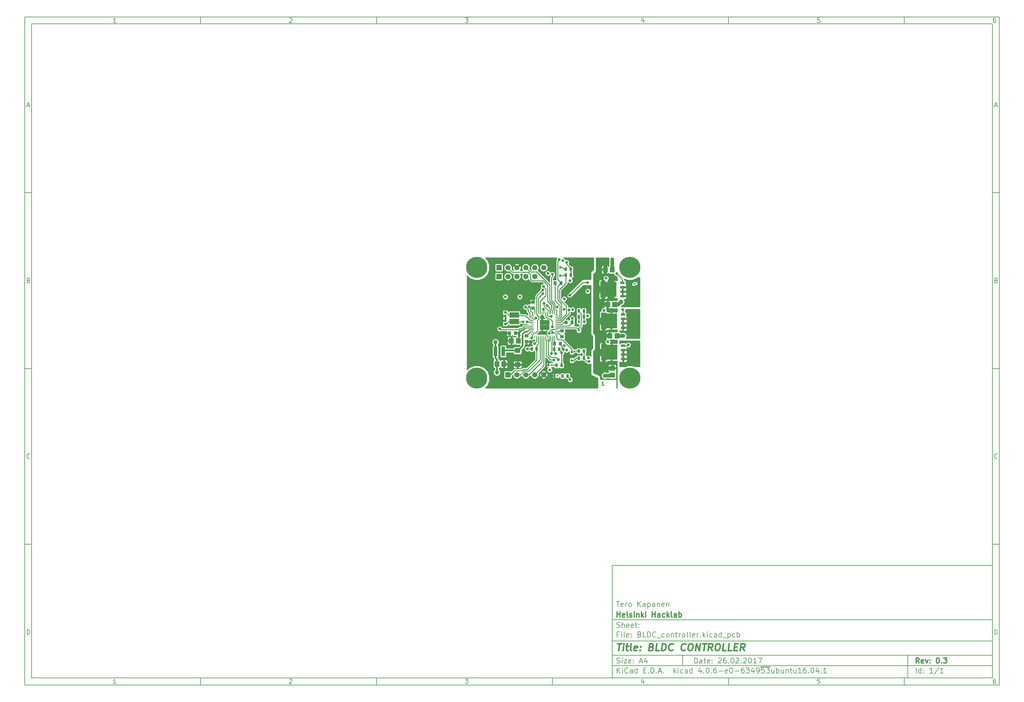
<source format=gbr>
G04 #@! TF.FileFunction,Copper,L1,Top,Signal*
%FSLAX46Y46*%
G04 Gerber Fmt 4.6, Leading zero omitted, Abs format (unit mm)*
G04 Created by KiCad (PCBNEW 4.0.6-e0-6349~53~ubuntu16.04.1) date Sun Mar  5 22:35:24 2017*
%MOMM*%
%LPD*%
G01*
G04 APERTURE LIST*
%ADD10C,0.100000*%
%ADD11C,0.150000*%
%ADD12C,0.300000*%
%ADD13C,0.400000*%
%ADD14C,0.250000*%
%ADD15C,0.800000*%
%ADD16C,1.200000*%
%ADD17C,6.000000*%
%ADD18R,1.000000X2.700000*%
%ADD19R,0.900000X1.000000*%
%ADD20R,2.700000X1.500000*%
%ADD21R,0.400000X0.600000*%
%ADD22R,1.640000X1.400000*%
%ADD23R,1.150000X0.700000*%
%ADD24R,1.550000X4.700000*%
%ADD25R,3.300000X4.200000*%
%ADD26R,0.600000X0.800000*%
%ADD27R,1.350000X1.550000*%
%ADD28R,1.550000X1.350000*%
%ADD29R,1.500000X1.500000*%
%ADD30C,1.500000*%
%ADD31R,1.000000X0.900000*%
%ADD32R,0.650000X0.990000*%
%ADD33R,0.720000X0.720000*%
%ADD34R,0.640000X0.720000*%
%ADD35R,1.400000X1.400000*%
%ADD36O,0.850000X0.250000*%
%ADD37O,0.250000X0.850000*%
%ADD38C,0.500000*%
%ADD39C,1.000000*%
%ADD40C,0.254000*%
G04 APERTURE END LIST*
D10*
D11*
X177002200Y-166007200D02*
X177002200Y-198007200D01*
X285002200Y-198007200D01*
X285002200Y-166007200D01*
X177002200Y-166007200D01*
D10*
D11*
X10000000Y-10000000D02*
X10000000Y-200007200D01*
X287002200Y-200007200D01*
X287002200Y-10000000D01*
X10000000Y-10000000D01*
D10*
D11*
X12000000Y-12000000D02*
X12000000Y-198007200D01*
X285002200Y-198007200D01*
X285002200Y-12000000D01*
X12000000Y-12000000D01*
D10*
D11*
X60000000Y-12000000D02*
X60000000Y-10000000D01*
D10*
D11*
X110000000Y-12000000D02*
X110000000Y-10000000D01*
D10*
D11*
X160000000Y-12000000D02*
X160000000Y-10000000D01*
D10*
D11*
X210000000Y-12000000D02*
X210000000Y-10000000D01*
D10*
D11*
X260000000Y-12000000D02*
X260000000Y-10000000D01*
D10*
D11*
X35990476Y-11588095D02*
X35247619Y-11588095D01*
X35619048Y-11588095D02*
X35619048Y-10288095D01*
X35495238Y-10473810D01*
X35371429Y-10597619D01*
X35247619Y-10659524D01*
D10*
D11*
X85247619Y-10411905D02*
X85309524Y-10350000D01*
X85433333Y-10288095D01*
X85742857Y-10288095D01*
X85866667Y-10350000D01*
X85928571Y-10411905D01*
X85990476Y-10535714D01*
X85990476Y-10659524D01*
X85928571Y-10845238D01*
X85185714Y-11588095D01*
X85990476Y-11588095D01*
D10*
D11*
X135185714Y-10288095D02*
X135990476Y-10288095D01*
X135557143Y-10783333D01*
X135742857Y-10783333D01*
X135866667Y-10845238D01*
X135928571Y-10907143D01*
X135990476Y-11030952D01*
X135990476Y-11340476D01*
X135928571Y-11464286D01*
X135866667Y-11526190D01*
X135742857Y-11588095D01*
X135371429Y-11588095D01*
X135247619Y-11526190D01*
X135185714Y-11464286D01*
D10*
D11*
X185866667Y-10721429D02*
X185866667Y-11588095D01*
X185557143Y-10226190D02*
X185247619Y-11154762D01*
X186052381Y-11154762D01*
D10*
D11*
X235928571Y-10288095D02*
X235309524Y-10288095D01*
X235247619Y-10907143D01*
X235309524Y-10845238D01*
X235433333Y-10783333D01*
X235742857Y-10783333D01*
X235866667Y-10845238D01*
X235928571Y-10907143D01*
X235990476Y-11030952D01*
X235990476Y-11340476D01*
X235928571Y-11464286D01*
X235866667Y-11526190D01*
X235742857Y-11588095D01*
X235433333Y-11588095D01*
X235309524Y-11526190D01*
X235247619Y-11464286D01*
D10*
D11*
X285866667Y-10288095D02*
X285619048Y-10288095D01*
X285495238Y-10350000D01*
X285433333Y-10411905D01*
X285309524Y-10597619D01*
X285247619Y-10845238D01*
X285247619Y-11340476D01*
X285309524Y-11464286D01*
X285371429Y-11526190D01*
X285495238Y-11588095D01*
X285742857Y-11588095D01*
X285866667Y-11526190D01*
X285928571Y-11464286D01*
X285990476Y-11340476D01*
X285990476Y-11030952D01*
X285928571Y-10907143D01*
X285866667Y-10845238D01*
X285742857Y-10783333D01*
X285495238Y-10783333D01*
X285371429Y-10845238D01*
X285309524Y-10907143D01*
X285247619Y-11030952D01*
D10*
D11*
X60000000Y-198007200D02*
X60000000Y-200007200D01*
D10*
D11*
X110000000Y-198007200D02*
X110000000Y-200007200D01*
D10*
D11*
X160000000Y-198007200D02*
X160000000Y-200007200D01*
D10*
D11*
X210000000Y-198007200D02*
X210000000Y-200007200D01*
D10*
D11*
X260000000Y-198007200D02*
X260000000Y-200007200D01*
D10*
D11*
X35990476Y-199595295D02*
X35247619Y-199595295D01*
X35619048Y-199595295D02*
X35619048Y-198295295D01*
X35495238Y-198481010D01*
X35371429Y-198604819D01*
X35247619Y-198666724D01*
D10*
D11*
X85247619Y-198419105D02*
X85309524Y-198357200D01*
X85433333Y-198295295D01*
X85742857Y-198295295D01*
X85866667Y-198357200D01*
X85928571Y-198419105D01*
X85990476Y-198542914D01*
X85990476Y-198666724D01*
X85928571Y-198852438D01*
X85185714Y-199595295D01*
X85990476Y-199595295D01*
D10*
D11*
X135185714Y-198295295D02*
X135990476Y-198295295D01*
X135557143Y-198790533D01*
X135742857Y-198790533D01*
X135866667Y-198852438D01*
X135928571Y-198914343D01*
X135990476Y-199038152D01*
X135990476Y-199347676D01*
X135928571Y-199471486D01*
X135866667Y-199533390D01*
X135742857Y-199595295D01*
X135371429Y-199595295D01*
X135247619Y-199533390D01*
X135185714Y-199471486D01*
D10*
D11*
X185866667Y-198728629D02*
X185866667Y-199595295D01*
X185557143Y-198233390D02*
X185247619Y-199161962D01*
X186052381Y-199161962D01*
D10*
D11*
X235928571Y-198295295D02*
X235309524Y-198295295D01*
X235247619Y-198914343D01*
X235309524Y-198852438D01*
X235433333Y-198790533D01*
X235742857Y-198790533D01*
X235866667Y-198852438D01*
X235928571Y-198914343D01*
X235990476Y-199038152D01*
X235990476Y-199347676D01*
X235928571Y-199471486D01*
X235866667Y-199533390D01*
X235742857Y-199595295D01*
X235433333Y-199595295D01*
X235309524Y-199533390D01*
X235247619Y-199471486D01*
D10*
D11*
X285866667Y-198295295D02*
X285619048Y-198295295D01*
X285495238Y-198357200D01*
X285433333Y-198419105D01*
X285309524Y-198604819D01*
X285247619Y-198852438D01*
X285247619Y-199347676D01*
X285309524Y-199471486D01*
X285371429Y-199533390D01*
X285495238Y-199595295D01*
X285742857Y-199595295D01*
X285866667Y-199533390D01*
X285928571Y-199471486D01*
X285990476Y-199347676D01*
X285990476Y-199038152D01*
X285928571Y-198914343D01*
X285866667Y-198852438D01*
X285742857Y-198790533D01*
X285495238Y-198790533D01*
X285371429Y-198852438D01*
X285309524Y-198914343D01*
X285247619Y-199038152D01*
D10*
D11*
X10000000Y-60000000D02*
X12000000Y-60000000D01*
D10*
D11*
X10000000Y-110000000D02*
X12000000Y-110000000D01*
D10*
D11*
X10000000Y-160000000D02*
X12000000Y-160000000D01*
D10*
D11*
X10690476Y-35216667D02*
X11309524Y-35216667D01*
X10566667Y-35588095D02*
X11000000Y-34288095D01*
X11433333Y-35588095D01*
D10*
D11*
X11092857Y-84907143D02*
X11278571Y-84969048D01*
X11340476Y-85030952D01*
X11402381Y-85154762D01*
X11402381Y-85340476D01*
X11340476Y-85464286D01*
X11278571Y-85526190D01*
X11154762Y-85588095D01*
X10659524Y-85588095D01*
X10659524Y-84288095D01*
X11092857Y-84288095D01*
X11216667Y-84350000D01*
X11278571Y-84411905D01*
X11340476Y-84535714D01*
X11340476Y-84659524D01*
X11278571Y-84783333D01*
X11216667Y-84845238D01*
X11092857Y-84907143D01*
X10659524Y-84907143D01*
D10*
D11*
X11402381Y-135464286D02*
X11340476Y-135526190D01*
X11154762Y-135588095D01*
X11030952Y-135588095D01*
X10845238Y-135526190D01*
X10721429Y-135402381D01*
X10659524Y-135278571D01*
X10597619Y-135030952D01*
X10597619Y-134845238D01*
X10659524Y-134597619D01*
X10721429Y-134473810D01*
X10845238Y-134350000D01*
X11030952Y-134288095D01*
X11154762Y-134288095D01*
X11340476Y-134350000D01*
X11402381Y-134411905D01*
D10*
D11*
X10659524Y-185588095D02*
X10659524Y-184288095D01*
X10969048Y-184288095D01*
X11154762Y-184350000D01*
X11278571Y-184473810D01*
X11340476Y-184597619D01*
X11402381Y-184845238D01*
X11402381Y-185030952D01*
X11340476Y-185278571D01*
X11278571Y-185402381D01*
X11154762Y-185526190D01*
X10969048Y-185588095D01*
X10659524Y-185588095D01*
D10*
D11*
X287002200Y-60000000D02*
X285002200Y-60000000D01*
D10*
D11*
X287002200Y-110000000D02*
X285002200Y-110000000D01*
D10*
D11*
X287002200Y-160000000D02*
X285002200Y-160000000D01*
D10*
D11*
X285692676Y-35216667D02*
X286311724Y-35216667D01*
X285568867Y-35588095D02*
X286002200Y-34288095D01*
X286435533Y-35588095D01*
D10*
D11*
X286095057Y-84907143D02*
X286280771Y-84969048D01*
X286342676Y-85030952D01*
X286404581Y-85154762D01*
X286404581Y-85340476D01*
X286342676Y-85464286D01*
X286280771Y-85526190D01*
X286156962Y-85588095D01*
X285661724Y-85588095D01*
X285661724Y-84288095D01*
X286095057Y-84288095D01*
X286218867Y-84350000D01*
X286280771Y-84411905D01*
X286342676Y-84535714D01*
X286342676Y-84659524D01*
X286280771Y-84783333D01*
X286218867Y-84845238D01*
X286095057Y-84907143D01*
X285661724Y-84907143D01*
D10*
D11*
X286404581Y-135464286D02*
X286342676Y-135526190D01*
X286156962Y-135588095D01*
X286033152Y-135588095D01*
X285847438Y-135526190D01*
X285723629Y-135402381D01*
X285661724Y-135278571D01*
X285599819Y-135030952D01*
X285599819Y-134845238D01*
X285661724Y-134597619D01*
X285723629Y-134473810D01*
X285847438Y-134350000D01*
X286033152Y-134288095D01*
X286156962Y-134288095D01*
X286342676Y-134350000D01*
X286404581Y-134411905D01*
D10*
D11*
X285661724Y-185588095D02*
X285661724Y-184288095D01*
X285971248Y-184288095D01*
X286156962Y-184350000D01*
X286280771Y-184473810D01*
X286342676Y-184597619D01*
X286404581Y-184845238D01*
X286404581Y-185030952D01*
X286342676Y-185278571D01*
X286280771Y-185402381D01*
X286156962Y-185526190D01*
X285971248Y-185588095D01*
X285661724Y-185588095D01*
D10*
D11*
X200359343Y-193785771D02*
X200359343Y-192285771D01*
X200716486Y-192285771D01*
X200930771Y-192357200D01*
X201073629Y-192500057D01*
X201145057Y-192642914D01*
X201216486Y-192928629D01*
X201216486Y-193142914D01*
X201145057Y-193428629D01*
X201073629Y-193571486D01*
X200930771Y-193714343D01*
X200716486Y-193785771D01*
X200359343Y-193785771D01*
X202502200Y-193785771D02*
X202502200Y-193000057D01*
X202430771Y-192857200D01*
X202287914Y-192785771D01*
X202002200Y-192785771D01*
X201859343Y-192857200D01*
X202502200Y-193714343D02*
X202359343Y-193785771D01*
X202002200Y-193785771D01*
X201859343Y-193714343D01*
X201787914Y-193571486D01*
X201787914Y-193428629D01*
X201859343Y-193285771D01*
X202002200Y-193214343D01*
X202359343Y-193214343D01*
X202502200Y-193142914D01*
X203002200Y-192785771D02*
X203573629Y-192785771D01*
X203216486Y-192285771D02*
X203216486Y-193571486D01*
X203287914Y-193714343D01*
X203430772Y-193785771D01*
X203573629Y-193785771D01*
X204645057Y-193714343D02*
X204502200Y-193785771D01*
X204216486Y-193785771D01*
X204073629Y-193714343D01*
X204002200Y-193571486D01*
X204002200Y-193000057D01*
X204073629Y-192857200D01*
X204216486Y-192785771D01*
X204502200Y-192785771D01*
X204645057Y-192857200D01*
X204716486Y-193000057D01*
X204716486Y-193142914D01*
X204002200Y-193285771D01*
X205359343Y-193642914D02*
X205430771Y-193714343D01*
X205359343Y-193785771D01*
X205287914Y-193714343D01*
X205359343Y-193642914D01*
X205359343Y-193785771D01*
X205359343Y-192857200D02*
X205430771Y-192928629D01*
X205359343Y-193000057D01*
X205287914Y-192928629D01*
X205359343Y-192857200D01*
X205359343Y-193000057D01*
X207145057Y-192428629D02*
X207216486Y-192357200D01*
X207359343Y-192285771D01*
X207716486Y-192285771D01*
X207859343Y-192357200D01*
X207930772Y-192428629D01*
X208002200Y-192571486D01*
X208002200Y-192714343D01*
X207930772Y-192928629D01*
X207073629Y-193785771D01*
X208002200Y-193785771D01*
X209287914Y-192285771D02*
X209002200Y-192285771D01*
X208859343Y-192357200D01*
X208787914Y-192428629D01*
X208645057Y-192642914D01*
X208573628Y-192928629D01*
X208573628Y-193500057D01*
X208645057Y-193642914D01*
X208716485Y-193714343D01*
X208859343Y-193785771D01*
X209145057Y-193785771D01*
X209287914Y-193714343D01*
X209359343Y-193642914D01*
X209430771Y-193500057D01*
X209430771Y-193142914D01*
X209359343Y-193000057D01*
X209287914Y-192928629D01*
X209145057Y-192857200D01*
X208859343Y-192857200D01*
X208716485Y-192928629D01*
X208645057Y-193000057D01*
X208573628Y-193142914D01*
X210073628Y-193642914D02*
X210145056Y-193714343D01*
X210073628Y-193785771D01*
X210002199Y-193714343D01*
X210073628Y-193642914D01*
X210073628Y-193785771D01*
X211073628Y-192285771D02*
X211216485Y-192285771D01*
X211359342Y-192357200D01*
X211430771Y-192428629D01*
X211502200Y-192571486D01*
X211573628Y-192857200D01*
X211573628Y-193214343D01*
X211502200Y-193500057D01*
X211430771Y-193642914D01*
X211359342Y-193714343D01*
X211216485Y-193785771D01*
X211073628Y-193785771D01*
X210930771Y-193714343D01*
X210859342Y-193642914D01*
X210787914Y-193500057D01*
X210716485Y-193214343D01*
X210716485Y-192857200D01*
X210787914Y-192571486D01*
X210859342Y-192428629D01*
X210930771Y-192357200D01*
X211073628Y-192285771D01*
X212145056Y-192428629D02*
X212216485Y-192357200D01*
X212359342Y-192285771D01*
X212716485Y-192285771D01*
X212859342Y-192357200D01*
X212930771Y-192428629D01*
X213002199Y-192571486D01*
X213002199Y-192714343D01*
X212930771Y-192928629D01*
X212073628Y-193785771D01*
X213002199Y-193785771D01*
X213645056Y-193642914D02*
X213716484Y-193714343D01*
X213645056Y-193785771D01*
X213573627Y-193714343D01*
X213645056Y-193642914D01*
X213645056Y-193785771D01*
X214287913Y-192428629D02*
X214359342Y-192357200D01*
X214502199Y-192285771D01*
X214859342Y-192285771D01*
X215002199Y-192357200D01*
X215073628Y-192428629D01*
X215145056Y-192571486D01*
X215145056Y-192714343D01*
X215073628Y-192928629D01*
X214216485Y-193785771D01*
X215145056Y-193785771D01*
X216073627Y-192285771D02*
X216216484Y-192285771D01*
X216359341Y-192357200D01*
X216430770Y-192428629D01*
X216502199Y-192571486D01*
X216573627Y-192857200D01*
X216573627Y-193214343D01*
X216502199Y-193500057D01*
X216430770Y-193642914D01*
X216359341Y-193714343D01*
X216216484Y-193785771D01*
X216073627Y-193785771D01*
X215930770Y-193714343D01*
X215859341Y-193642914D01*
X215787913Y-193500057D01*
X215716484Y-193214343D01*
X215716484Y-192857200D01*
X215787913Y-192571486D01*
X215859341Y-192428629D01*
X215930770Y-192357200D01*
X216073627Y-192285771D01*
X218002198Y-193785771D02*
X217145055Y-193785771D01*
X217573627Y-193785771D02*
X217573627Y-192285771D01*
X217430770Y-192500057D01*
X217287912Y-192642914D01*
X217145055Y-192714343D01*
X218502198Y-192285771D02*
X219502198Y-192285771D01*
X218859341Y-193785771D01*
D10*
D11*
X177002200Y-194507200D02*
X285002200Y-194507200D01*
D10*
D11*
X178359343Y-196585771D02*
X178359343Y-195085771D01*
X179216486Y-196585771D02*
X178573629Y-195728629D01*
X179216486Y-195085771D02*
X178359343Y-195942914D01*
X179859343Y-196585771D02*
X179859343Y-195585771D01*
X179859343Y-195085771D02*
X179787914Y-195157200D01*
X179859343Y-195228629D01*
X179930771Y-195157200D01*
X179859343Y-195085771D01*
X179859343Y-195228629D01*
X181430772Y-196442914D02*
X181359343Y-196514343D01*
X181145057Y-196585771D01*
X181002200Y-196585771D01*
X180787915Y-196514343D01*
X180645057Y-196371486D01*
X180573629Y-196228629D01*
X180502200Y-195942914D01*
X180502200Y-195728629D01*
X180573629Y-195442914D01*
X180645057Y-195300057D01*
X180787915Y-195157200D01*
X181002200Y-195085771D01*
X181145057Y-195085771D01*
X181359343Y-195157200D01*
X181430772Y-195228629D01*
X182716486Y-196585771D02*
X182716486Y-195800057D01*
X182645057Y-195657200D01*
X182502200Y-195585771D01*
X182216486Y-195585771D01*
X182073629Y-195657200D01*
X182716486Y-196514343D02*
X182573629Y-196585771D01*
X182216486Y-196585771D01*
X182073629Y-196514343D01*
X182002200Y-196371486D01*
X182002200Y-196228629D01*
X182073629Y-196085771D01*
X182216486Y-196014343D01*
X182573629Y-196014343D01*
X182716486Y-195942914D01*
X184073629Y-196585771D02*
X184073629Y-195085771D01*
X184073629Y-196514343D02*
X183930772Y-196585771D01*
X183645058Y-196585771D01*
X183502200Y-196514343D01*
X183430772Y-196442914D01*
X183359343Y-196300057D01*
X183359343Y-195871486D01*
X183430772Y-195728629D01*
X183502200Y-195657200D01*
X183645058Y-195585771D01*
X183930772Y-195585771D01*
X184073629Y-195657200D01*
X185930772Y-195800057D02*
X186430772Y-195800057D01*
X186645058Y-196585771D02*
X185930772Y-196585771D01*
X185930772Y-195085771D01*
X186645058Y-195085771D01*
X187287915Y-196442914D02*
X187359343Y-196514343D01*
X187287915Y-196585771D01*
X187216486Y-196514343D01*
X187287915Y-196442914D01*
X187287915Y-196585771D01*
X188002201Y-196585771D02*
X188002201Y-195085771D01*
X188359344Y-195085771D01*
X188573629Y-195157200D01*
X188716487Y-195300057D01*
X188787915Y-195442914D01*
X188859344Y-195728629D01*
X188859344Y-195942914D01*
X188787915Y-196228629D01*
X188716487Y-196371486D01*
X188573629Y-196514343D01*
X188359344Y-196585771D01*
X188002201Y-196585771D01*
X189502201Y-196442914D02*
X189573629Y-196514343D01*
X189502201Y-196585771D01*
X189430772Y-196514343D01*
X189502201Y-196442914D01*
X189502201Y-196585771D01*
X190145058Y-196157200D02*
X190859344Y-196157200D01*
X190002201Y-196585771D02*
X190502201Y-195085771D01*
X191002201Y-196585771D01*
X191502201Y-196442914D02*
X191573629Y-196514343D01*
X191502201Y-196585771D01*
X191430772Y-196514343D01*
X191502201Y-196442914D01*
X191502201Y-196585771D01*
X194502201Y-196585771D02*
X194502201Y-195085771D01*
X194645058Y-196014343D02*
X195073629Y-196585771D01*
X195073629Y-195585771D02*
X194502201Y-196157200D01*
X195716487Y-196585771D02*
X195716487Y-195585771D01*
X195716487Y-195085771D02*
X195645058Y-195157200D01*
X195716487Y-195228629D01*
X195787915Y-195157200D01*
X195716487Y-195085771D01*
X195716487Y-195228629D01*
X197073630Y-196514343D02*
X196930773Y-196585771D01*
X196645059Y-196585771D01*
X196502201Y-196514343D01*
X196430773Y-196442914D01*
X196359344Y-196300057D01*
X196359344Y-195871486D01*
X196430773Y-195728629D01*
X196502201Y-195657200D01*
X196645059Y-195585771D01*
X196930773Y-195585771D01*
X197073630Y-195657200D01*
X198359344Y-196585771D02*
X198359344Y-195800057D01*
X198287915Y-195657200D01*
X198145058Y-195585771D01*
X197859344Y-195585771D01*
X197716487Y-195657200D01*
X198359344Y-196514343D02*
X198216487Y-196585771D01*
X197859344Y-196585771D01*
X197716487Y-196514343D01*
X197645058Y-196371486D01*
X197645058Y-196228629D01*
X197716487Y-196085771D01*
X197859344Y-196014343D01*
X198216487Y-196014343D01*
X198359344Y-195942914D01*
X199716487Y-196585771D02*
X199716487Y-195085771D01*
X199716487Y-196514343D02*
X199573630Y-196585771D01*
X199287916Y-196585771D01*
X199145058Y-196514343D01*
X199073630Y-196442914D01*
X199002201Y-196300057D01*
X199002201Y-195871486D01*
X199073630Y-195728629D01*
X199145058Y-195657200D01*
X199287916Y-195585771D01*
X199573630Y-195585771D01*
X199716487Y-195657200D01*
X202216487Y-195585771D02*
X202216487Y-196585771D01*
X201859344Y-195014343D02*
X201502201Y-196085771D01*
X202430773Y-196085771D01*
X203002201Y-196442914D02*
X203073629Y-196514343D01*
X203002201Y-196585771D01*
X202930772Y-196514343D01*
X203002201Y-196442914D01*
X203002201Y-196585771D01*
X204002201Y-195085771D02*
X204145058Y-195085771D01*
X204287915Y-195157200D01*
X204359344Y-195228629D01*
X204430773Y-195371486D01*
X204502201Y-195657200D01*
X204502201Y-196014343D01*
X204430773Y-196300057D01*
X204359344Y-196442914D01*
X204287915Y-196514343D01*
X204145058Y-196585771D01*
X204002201Y-196585771D01*
X203859344Y-196514343D01*
X203787915Y-196442914D01*
X203716487Y-196300057D01*
X203645058Y-196014343D01*
X203645058Y-195657200D01*
X203716487Y-195371486D01*
X203787915Y-195228629D01*
X203859344Y-195157200D01*
X204002201Y-195085771D01*
X205145058Y-196442914D02*
X205216486Y-196514343D01*
X205145058Y-196585771D01*
X205073629Y-196514343D01*
X205145058Y-196442914D01*
X205145058Y-196585771D01*
X206502201Y-195085771D02*
X206216487Y-195085771D01*
X206073630Y-195157200D01*
X206002201Y-195228629D01*
X205859344Y-195442914D01*
X205787915Y-195728629D01*
X205787915Y-196300057D01*
X205859344Y-196442914D01*
X205930772Y-196514343D01*
X206073630Y-196585771D01*
X206359344Y-196585771D01*
X206502201Y-196514343D01*
X206573630Y-196442914D01*
X206645058Y-196300057D01*
X206645058Y-195942914D01*
X206573630Y-195800057D01*
X206502201Y-195728629D01*
X206359344Y-195657200D01*
X206073630Y-195657200D01*
X205930772Y-195728629D01*
X205859344Y-195800057D01*
X205787915Y-195942914D01*
X207287915Y-196014343D02*
X208430772Y-196014343D01*
X209716486Y-196514343D02*
X209573629Y-196585771D01*
X209287915Y-196585771D01*
X209145058Y-196514343D01*
X209073629Y-196371486D01*
X209073629Y-195800057D01*
X209145058Y-195657200D01*
X209287915Y-195585771D01*
X209573629Y-195585771D01*
X209716486Y-195657200D01*
X209787915Y-195800057D01*
X209787915Y-195942914D01*
X209073629Y-196085771D01*
X210716486Y-195085771D02*
X210859343Y-195085771D01*
X211002200Y-195157200D01*
X211073629Y-195228629D01*
X211145058Y-195371486D01*
X211216486Y-195657200D01*
X211216486Y-196014343D01*
X211145058Y-196300057D01*
X211073629Y-196442914D01*
X211002200Y-196514343D01*
X210859343Y-196585771D01*
X210716486Y-196585771D01*
X210573629Y-196514343D01*
X210502200Y-196442914D01*
X210430772Y-196300057D01*
X210359343Y-196014343D01*
X210359343Y-195657200D01*
X210430772Y-195371486D01*
X210502200Y-195228629D01*
X210573629Y-195157200D01*
X210716486Y-195085771D01*
X211859343Y-196014343D02*
X213002200Y-196014343D01*
X214359343Y-195085771D02*
X214073629Y-195085771D01*
X213930772Y-195157200D01*
X213859343Y-195228629D01*
X213716486Y-195442914D01*
X213645057Y-195728629D01*
X213645057Y-196300057D01*
X213716486Y-196442914D01*
X213787914Y-196514343D01*
X213930772Y-196585771D01*
X214216486Y-196585771D01*
X214359343Y-196514343D01*
X214430772Y-196442914D01*
X214502200Y-196300057D01*
X214502200Y-195942914D01*
X214430772Y-195800057D01*
X214359343Y-195728629D01*
X214216486Y-195657200D01*
X213930772Y-195657200D01*
X213787914Y-195728629D01*
X213716486Y-195800057D01*
X213645057Y-195942914D01*
X215002200Y-195085771D02*
X215930771Y-195085771D01*
X215430771Y-195657200D01*
X215645057Y-195657200D01*
X215787914Y-195728629D01*
X215859343Y-195800057D01*
X215930771Y-195942914D01*
X215930771Y-196300057D01*
X215859343Y-196442914D01*
X215787914Y-196514343D01*
X215645057Y-196585771D01*
X215216485Y-196585771D01*
X215073628Y-196514343D01*
X215002200Y-196442914D01*
X217216485Y-195585771D02*
X217216485Y-196585771D01*
X216859342Y-195014343D02*
X216502199Y-196085771D01*
X217430771Y-196085771D01*
X218073627Y-196585771D02*
X218359342Y-196585771D01*
X218502199Y-196514343D01*
X218573627Y-196442914D01*
X218716485Y-196228629D01*
X218787913Y-195942914D01*
X218787913Y-195371486D01*
X218716485Y-195228629D01*
X218645056Y-195157200D01*
X218502199Y-195085771D01*
X218216485Y-195085771D01*
X218073627Y-195157200D01*
X218002199Y-195228629D01*
X217930770Y-195371486D01*
X217930770Y-195728629D01*
X218002199Y-195871486D01*
X218073627Y-195942914D01*
X218216485Y-196014343D01*
X218502199Y-196014343D01*
X218645056Y-195942914D01*
X218716485Y-195871486D01*
X218787913Y-195728629D01*
X220145056Y-195085771D02*
X219430770Y-195085771D01*
X219359341Y-195800057D01*
X219430770Y-195728629D01*
X219573627Y-195657200D01*
X219930770Y-195657200D01*
X220073627Y-195728629D01*
X220145056Y-195800057D01*
X220216484Y-195942914D01*
X220216484Y-196300057D01*
X220145056Y-196442914D01*
X220073627Y-196514343D01*
X219930770Y-196585771D01*
X219573627Y-196585771D01*
X219430770Y-196514343D01*
X219359341Y-196442914D01*
X220716484Y-195085771D02*
X221645055Y-195085771D01*
X221145055Y-195657200D01*
X221359341Y-195657200D01*
X221502198Y-195728629D01*
X221573627Y-195800057D01*
X221645055Y-195942914D01*
X221645055Y-196300057D01*
X221573627Y-196442914D01*
X221502198Y-196514343D01*
X221359341Y-196585771D01*
X220930769Y-196585771D01*
X220787912Y-196514343D01*
X220716484Y-196442914D01*
X219073627Y-194827200D02*
X221930769Y-194827200D01*
X222930769Y-195585771D02*
X222930769Y-196585771D01*
X222287912Y-195585771D02*
X222287912Y-196371486D01*
X222359340Y-196514343D01*
X222502198Y-196585771D01*
X222716483Y-196585771D01*
X222859340Y-196514343D01*
X222930769Y-196442914D01*
X223645055Y-196585771D02*
X223645055Y-195085771D01*
X223645055Y-195657200D02*
X223787912Y-195585771D01*
X224073626Y-195585771D01*
X224216483Y-195657200D01*
X224287912Y-195728629D01*
X224359341Y-195871486D01*
X224359341Y-196300057D01*
X224287912Y-196442914D01*
X224216483Y-196514343D01*
X224073626Y-196585771D01*
X223787912Y-196585771D01*
X223645055Y-196514343D01*
X225645055Y-195585771D02*
X225645055Y-196585771D01*
X225002198Y-195585771D02*
X225002198Y-196371486D01*
X225073626Y-196514343D01*
X225216484Y-196585771D01*
X225430769Y-196585771D01*
X225573626Y-196514343D01*
X225645055Y-196442914D01*
X226359341Y-195585771D02*
X226359341Y-196585771D01*
X226359341Y-195728629D02*
X226430769Y-195657200D01*
X226573627Y-195585771D01*
X226787912Y-195585771D01*
X226930769Y-195657200D01*
X227002198Y-195800057D01*
X227002198Y-196585771D01*
X227502198Y-195585771D02*
X228073627Y-195585771D01*
X227716484Y-195085771D02*
X227716484Y-196371486D01*
X227787912Y-196514343D01*
X227930770Y-196585771D01*
X228073627Y-196585771D01*
X229216484Y-195585771D02*
X229216484Y-196585771D01*
X228573627Y-195585771D02*
X228573627Y-196371486D01*
X228645055Y-196514343D01*
X228787913Y-196585771D01*
X229002198Y-196585771D01*
X229145055Y-196514343D01*
X229216484Y-196442914D01*
X230716484Y-196585771D02*
X229859341Y-196585771D01*
X230287913Y-196585771D02*
X230287913Y-195085771D01*
X230145056Y-195300057D01*
X230002198Y-195442914D01*
X229859341Y-195514343D01*
X232002198Y-195085771D02*
X231716484Y-195085771D01*
X231573627Y-195157200D01*
X231502198Y-195228629D01*
X231359341Y-195442914D01*
X231287912Y-195728629D01*
X231287912Y-196300057D01*
X231359341Y-196442914D01*
X231430769Y-196514343D01*
X231573627Y-196585771D01*
X231859341Y-196585771D01*
X232002198Y-196514343D01*
X232073627Y-196442914D01*
X232145055Y-196300057D01*
X232145055Y-195942914D01*
X232073627Y-195800057D01*
X232002198Y-195728629D01*
X231859341Y-195657200D01*
X231573627Y-195657200D01*
X231430769Y-195728629D01*
X231359341Y-195800057D01*
X231287912Y-195942914D01*
X232787912Y-196442914D02*
X232859340Y-196514343D01*
X232787912Y-196585771D01*
X232716483Y-196514343D01*
X232787912Y-196442914D01*
X232787912Y-196585771D01*
X233787912Y-195085771D02*
X233930769Y-195085771D01*
X234073626Y-195157200D01*
X234145055Y-195228629D01*
X234216484Y-195371486D01*
X234287912Y-195657200D01*
X234287912Y-196014343D01*
X234216484Y-196300057D01*
X234145055Y-196442914D01*
X234073626Y-196514343D01*
X233930769Y-196585771D01*
X233787912Y-196585771D01*
X233645055Y-196514343D01*
X233573626Y-196442914D01*
X233502198Y-196300057D01*
X233430769Y-196014343D01*
X233430769Y-195657200D01*
X233502198Y-195371486D01*
X233573626Y-195228629D01*
X233645055Y-195157200D01*
X233787912Y-195085771D01*
X235573626Y-195585771D02*
X235573626Y-196585771D01*
X235216483Y-195014343D02*
X234859340Y-196085771D01*
X235787912Y-196085771D01*
X236359340Y-196442914D02*
X236430768Y-196514343D01*
X236359340Y-196585771D01*
X236287911Y-196514343D01*
X236359340Y-196442914D01*
X236359340Y-196585771D01*
X237859340Y-196585771D02*
X237002197Y-196585771D01*
X237430769Y-196585771D02*
X237430769Y-195085771D01*
X237287912Y-195300057D01*
X237145054Y-195442914D01*
X237002197Y-195514343D01*
D10*
D11*
X177002200Y-191507200D02*
X285002200Y-191507200D01*
D10*
D12*
X264216486Y-193785771D02*
X263716486Y-193071486D01*
X263359343Y-193785771D02*
X263359343Y-192285771D01*
X263930771Y-192285771D01*
X264073629Y-192357200D01*
X264145057Y-192428629D01*
X264216486Y-192571486D01*
X264216486Y-192785771D01*
X264145057Y-192928629D01*
X264073629Y-193000057D01*
X263930771Y-193071486D01*
X263359343Y-193071486D01*
X265430771Y-193714343D02*
X265287914Y-193785771D01*
X265002200Y-193785771D01*
X264859343Y-193714343D01*
X264787914Y-193571486D01*
X264787914Y-193000057D01*
X264859343Y-192857200D01*
X265002200Y-192785771D01*
X265287914Y-192785771D01*
X265430771Y-192857200D01*
X265502200Y-193000057D01*
X265502200Y-193142914D01*
X264787914Y-193285771D01*
X266002200Y-192785771D02*
X266359343Y-193785771D01*
X266716485Y-192785771D01*
X267287914Y-193642914D02*
X267359342Y-193714343D01*
X267287914Y-193785771D01*
X267216485Y-193714343D01*
X267287914Y-193642914D01*
X267287914Y-193785771D01*
X267287914Y-192857200D02*
X267359342Y-192928629D01*
X267287914Y-193000057D01*
X267216485Y-192928629D01*
X267287914Y-192857200D01*
X267287914Y-193000057D01*
X269430771Y-192285771D02*
X269573628Y-192285771D01*
X269716485Y-192357200D01*
X269787914Y-192428629D01*
X269859343Y-192571486D01*
X269930771Y-192857200D01*
X269930771Y-193214343D01*
X269859343Y-193500057D01*
X269787914Y-193642914D01*
X269716485Y-193714343D01*
X269573628Y-193785771D01*
X269430771Y-193785771D01*
X269287914Y-193714343D01*
X269216485Y-193642914D01*
X269145057Y-193500057D01*
X269073628Y-193214343D01*
X269073628Y-192857200D01*
X269145057Y-192571486D01*
X269216485Y-192428629D01*
X269287914Y-192357200D01*
X269430771Y-192285771D01*
X270573628Y-193642914D02*
X270645056Y-193714343D01*
X270573628Y-193785771D01*
X270502199Y-193714343D01*
X270573628Y-193642914D01*
X270573628Y-193785771D01*
X271145057Y-192285771D02*
X272073628Y-192285771D01*
X271573628Y-192857200D01*
X271787914Y-192857200D01*
X271930771Y-192928629D01*
X272002200Y-193000057D01*
X272073628Y-193142914D01*
X272073628Y-193500057D01*
X272002200Y-193642914D01*
X271930771Y-193714343D01*
X271787914Y-193785771D01*
X271359342Y-193785771D01*
X271216485Y-193714343D01*
X271145057Y-193642914D01*
D10*
D11*
X178287914Y-193714343D02*
X178502200Y-193785771D01*
X178859343Y-193785771D01*
X179002200Y-193714343D01*
X179073629Y-193642914D01*
X179145057Y-193500057D01*
X179145057Y-193357200D01*
X179073629Y-193214343D01*
X179002200Y-193142914D01*
X178859343Y-193071486D01*
X178573629Y-193000057D01*
X178430771Y-192928629D01*
X178359343Y-192857200D01*
X178287914Y-192714343D01*
X178287914Y-192571486D01*
X178359343Y-192428629D01*
X178430771Y-192357200D01*
X178573629Y-192285771D01*
X178930771Y-192285771D01*
X179145057Y-192357200D01*
X179787914Y-193785771D02*
X179787914Y-192785771D01*
X179787914Y-192285771D02*
X179716485Y-192357200D01*
X179787914Y-192428629D01*
X179859342Y-192357200D01*
X179787914Y-192285771D01*
X179787914Y-192428629D01*
X180359343Y-192785771D02*
X181145057Y-192785771D01*
X180359343Y-193785771D01*
X181145057Y-193785771D01*
X182287914Y-193714343D02*
X182145057Y-193785771D01*
X181859343Y-193785771D01*
X181716486Y-193714343D01*
X181645057Y-193571486D01*
X181645057Y-193000057D01*
X181716486Y-192857200D01*
X181859343Y-192785771D01*
X182145057Y-192785771D01*
X182287914Y-192857200D01*
X182359343Y-193000057D01*
X182359343Y-193142914D01*
X181645057Y-193285771D01*
X183002200Y-193642914D02*
X183073628Y-193714343D01*
X183002200Y-193785771D01*
X182930771Y-193714343D01*
X183002200Y-193642914D01*
X183002200Y-193785771D01*
X183002200Y-192857200D02*
X183073628Y-192928629D01*
X183002200Y-193000057D01*
X182930771Y-192928629D01*
X183002200Y-192857200D01*
X183002200Y-193000057D01*
X184787914Y-193357200D02*
X185502200Y-193357200D01*
X184645057Y-193785771D02*
X185145057Y-192285771D01*
X185645057Y-193785771D01*
X186787914Y-192785771D02*
X186787914Y-193785771D01*
X186430771Y-192214343D02*
X186073628Y-193285771D01*
X187002200Y-193285771D01*
D10*
D11*
X263359343Y-196585771D02*
X263359343Y-195085771D01*
X264716486Y-196585771D02*
X264716486Y-195085771D01*
X264716486Y-196514343D02*
X264573629Y-196585771D01*
X264287915Y-196585771D01*
X264145057Y-196514343D01*
X264073629Y-196442914D01*
X264002200Y-196300057D01*
X264002200Y-195871486D01*
X264073629Y-195728629D01*
X264145057Y-195657200D01*
X264287915Y-195585771D01*
X264573629Y-195585771D01*
X264716486Y-195657200D01*
X265430772Y-196442914D02*
X265502200Y-196514343D01*
X265430772Y-196585771D01*
X265359343Y-196514343D01*
X265430772Y-196442914D01*
X265430772Y-196585771D01*
X265430772Y-195657200D02*
X265502200Y-195728629D01*
X265430772Y-195800057D01*
X265359343Y-195728629D01*
X265430772Y-195657200D01*
X265430772Y-195800057D01*
X268073629Y-196585771D02*
X267216486Y-196585771D01*
X267645058Y-196585771D02*
X267645058Y-195085771D01*
X267502201Y-195300057D01*
X267359343Y-195442914D01*
X267216486Y-195514343D01*
X269787914Y-195014343D02*
X268502200Y-196942914D01*
X271073629Y-196585771D02*
X270216486Y-196585771D01*
X270645058Y-196585771D02*
X270645058Y-195085771D01*
X270502201Y-195300057D01*
X270359343Y-195442914D01*
X270216486Y-195514343D01*
D10*
D11*
X177002200Y-187507200D02*
X285002200Y-187507200D01*
D10*
D13*
X178454581Y-188211962D02*
X179597438Y-188211962D01*
X178776010Y-190211962D02*
X179026010Y-188211962D01*
X180014105Y-190211962D02*
X180180771Y-188878629D01*
X180264105Y-188211962D02*
X180156962Y-188307200D01*
X180240295Y-188402438D01*
X180347439Y-188307200D01*
X180264105Y-188211962D01*
X180240295Y-188402438D01*
X180847438Y-188878629D02*
X181609343Y-188878629D01*
X181216486Y-188211962D02*
X181002200Y-189926248D01*
X181073630Y-190116724D01*
X181252201Y-190211962D01*
X181442677Y-190211962D01*
X182395058Y-190211962D02*
X182216487Y-190116724D01*
X182145057Y-189926248D01*
X182359343Y-188211962D01*
X183930772Y-190116724D02*
X183728391Y-190211962D01*
X183347439Y-190211962D01*
X183168867Y-190116724D01*
X183097438Y-189926248D01*
X183192676Y-189164343D01*
X183311724Y-188973867D01*
X183514105Y-188878629D01*
X183895057Y-188878629D01*
X184073629Y-188973867D01*
X184145057Y-189164343D01*
X184121248Y-189354819D01*
X183145057Y-189545295D01*
X184895057Y-190021486D02*
X184978392Y-190116724D01*
X184871248Y-190211962D01*
X184787915Y-190116724D01*
X184895057Y-190021486D01*
X184871248Y-190211962D01*
X185026010Y-188973867D02*
X185109344Y-189069105D01*
X185002200Y-189164343D01*
X184918867Y-189069105D01*
X185026010Y-188973867D01*
X185002200Y-189164343D01*
X188145058Y-189164343D02*
X188418867Y-189259581D01*
X188502202Y-189354819D01*
X188573630Y-189545295D01*
X188537916Y-189831010D01*
X188418868Y-190021486D01*
X188311725Y-190116724D01*
X188109344Y-190211962D01*
X187347439Y-190211962D01*
X187597439Y-188211962D01*
X188264106Y-188211962D01*
X188442677Y-188307200D01*
X188526010Y-188402438D01*
X188597440Y-188592914D01*
X188573630Y-188783390D01*
X188454582Y-188973867D01*
X188347439Y-189069105D01*
X188145058Y-189164343D01*
X187478391Y-189164343D01*
X190299820Y-190211962D02*
X189347439Y-190211962D01*
X189597439Y-188211962D01*
X190966487Y-190211962D02*
X191216487Y-188211962D01*
X191692678Y-188211962D01*
X191966487Y-188307200D01*
X192133154Y-188497676D01*
X192204583Y-188688152D01*
X192252202Y-189069105D01*
X192216488Y-189354819D01*
X192073631Y-189735771D01*
X191954582Y-189926248D01*
X191740297Y-190116724D01*
X191442678Y-190211962D01*
X190966487Y-190211962D01*
X194133154Y-190021486D02*
X194026012Y-190116724D01*
X193728392Y-190211962D01*
X193537916Y-190211962D01*
X193264107Y-190116724D01*
X193097440Y-189926248D01*
X193026011Y-189735771D01*
X192978392Y-189354819D01*
X193014106Y-189069105D01*
X193156963Y-188688152D01*
X193276012Y-188497676D01*
X193490297Y-188307200D01*
X193787916Y-188211962D01*
X193978392Y-188211962D01*
X194252202Y-188307200D01*
X194335535Y-188402438D01*
X197656964Y-190021486D02*
X197549822Y-190116724D01*
X197252202Y-190211962D01*
X197061726Y-190211962D01*
X196787917Y-190116724D01*
X196621250Y-189926248D01*
X196549821Y-189735771D01*
X196502202Y-189354819D01*
X196537916Y-189069105D01*
X196680773Y-188688152D01*
X196799822Y-188497676D01*
X197014107Y-188307200D01*
X197311726Y-188211962D01*
X197502202Y-188211962D01*
X197776012Y-188307200D01*
X197859345Y-188402438D01*
X199121250Y-188211962D02*
X199502202Y-188211962D01*
X199680773Y-188307200D01*
X199847441Y-188497676D01*
X199895059Y-188878629D01*
X199811726Y-189545295D01*
X199668869Y-189926248D01*
X199454583Y-190116724D01*
X199252202Y-190211962D01*
X198871250Y-190211962D01*
X198692679Y-190116724D01*
X198526011Y-189926248D01*
X198478392Y-189545295D01*
X198561725Y-188878629D01*
X198704583Y-188497676D01*
X198918869Y-188307200D01*
X199121250Y-188211962D01*
X200585535Y-190211962D02*
X200835535Y-188211962D01*
X201728393Y-190211962D01*
X201978393Y-188211962D01*
X202645059Y-188211962D02*
X203787916Y-188211962D01*
X202966488Y-190211962D02*
X203216488Y-188211962D01*
X205347441Y-190211962D02*
X204799821Y-189259581D01*
X204204583Y-190211962D02*
X204454583Y-188211962D01*
X205216488Y-188211962D01*
X205395059Y-188307200D01*
X205478393Y-188402438D01*
X205549822Y-188592914D01*
X205514107Y-188878629D01*
X205395060Y-189069105D01*
X205287916Y-189164343D01*
X205085535Y-189259581D01*
X204323630Y-189259581D01*
X206835536Y-188211962D02*
X207216488Y-188211962D01*
X207395059Y-188307200D01*
X207561727Y-188497676D01*
X207609345Y-188878629D01*
X207526012Y-189545295D01*
X207383155Y-189926248D01*
X207168869Y-190116724D01*
X206966488Y-190211962D01*
X206585536Y-190211962D01*
X206406965Y-190116724D01*
X206240297Y-189926248D01*
X206192678Y-189545295D01*
X206276011Y-188878629D01*
X206418869Y-188497676D01*
X206633155Y-188307200D01*
X206835536Y-188211962D01*
X209252202Y-190211962D02*
X208299821Y-190211962D01*
X208549821Y-188211962D01*
X210871250Y-190211962D02*
X209918869Y-190211962D01*
X210168869Y-188211962D01*
X211668869Y-189164343D02*
X212335536Y-189164343D01*
X212490298Y-190211962D02*
X211537917Y-190211962D01*
X211787917Y-188211962D01*
X212740298Y-188211962D01*
X214490299Y-190211962D02*
X213942679Y-189259581D01*
X213347441Y-190211962D02*
X213597441Y-188211962D01*
X214359346Y-188211962D01*
X214537917Y-188307200D01*
X214621251Y-188402438D01*
X214692680Y-188592914D01*
X214656965Y-188878629D01*
X214537918Y-189069105D01*
X214430774Y-189164343D01*
X214228393Y-189259581D01*
X213466488Y-189259581D01*
D10*
D11*
X178859343Y-185600057D02*
X178359343Y-185600057D01*
X178359343Y-186385771D02*
X178359343Y-184885771D01*
X179073629Y-184885771D01*
X179645057Y-186385771D02*
X179645057Y-185385771D01*
X179645057Y-184885771D02*
X179573628Y-184957200D01*
X179645057Y-185028629D01*
X179716485Y-184957200D01*
X179645057Y-184885771D01*
X179645057Y-185028629D01*
X180573629Y-186385771D02*
X180430771Y-186314343D01*
X180359343Y-186171486D01*
X180359343Y-184885771D01*
X181716485Y-186314343D02*
X181573628Y-186385771D01*
X181287914Y-186385771D01*
X181145057Y-186314343D01*
X181073628Y-186171486D01*
X181073628Y-185600057D01*
X181145057Y-185457200D01*
X181287914Y-185385771D01*
X181573628Y-185385771D01*
X181716485Y-185457200D01*
X181787914Y-185600057D01*
X181787914Y-185742914D01*
X181073628Y-185885771D01*
X182430771Y-186242914D02*
X182502199Y-186314343D01*
X182430771Y-186385771D01*
X182359342Y-186314343D01*
X182430771Y-186242914D01*
X182430771Y-186385771D01*
X182430771Y-185457200D02*
X182502199Y-185528629D01*
X182430771Y-185600057D01*
X182359342Y-185528629D01*
X182430771Y-185457200D01*
X182430771Y-185600057D01*
X184787914Y-185600057D02*
X185002200Y-185671486D01*
X185073628Y-185742914D01*
X185145057Y-185885771D01*
X185145057Y-186100057D01*
X185073628Y-186242914D01*
X185002200Y-186314343D01*
X184859342Y-186385771D01*
X184287914Y-186385771D01*
X184287914Y-184885771D01*
X184787914Y-184885771D01*
X184930771Y-184957200D01*
X185002200Y-185028629D01*
X185073628Y-185171486D01*
X185073628Y-185314343D01*
X185002200Y-185457200D01*
X184930771Y-185528629D01*
X184787914Y-185600057D01*
X184287914Y-185600057D01*
X186502200Y-186385771D02*
X185787914Y-186385771D01*
X185787914Y-184885771D01*
X187002200Y-186385771D02*
X187002200Y-184885771D01*
X187359343Y-184885771D01*
X187573628Y-184957200D01*
X187716486Y-185100057D01*
X187787914Y-185242914D01*
X187859343Y-185528629D01*
X187859343Y-185742914D01*
X187787914Y-186028629D01*
X187716486Y-186171486D01*
X187573628Y-186314343D01*
X187359343Y-186385771D01*
X187002200Y-186385771D01*
X189359343Y-186242914D02*
X189287914Y-186314343D01*
X189073628Y-186385771D01*
X188930771Y-186385771D01*
X188716486Y-186314343D01*
X188573628Y-186171486D01*
X188502200Y-186028629D01*
X188430771Y-185742914D01*
X188430771Y-185528629D01*
X188502200Y-185242914D01*
X188573628Y-185100057D01*
X188716486Y-184957200D01*
X188930771Y-184885771D01*
X189073628Y-184885771D01*
X189287914Y-184957200D01*
X189359343Y-185028629D01*
X189645057Y-186528629D02*
X190787914Y-186528629D01*
X191787914Y-186314343D02*
X191645057Y-186385771D01*
X191359343Y-186385771D01*
X191216485Y-186314343D01*
X191145057Y-186242914D01*
X191073628Y-186100057D01*
X191073628Y-185671486D01*
X191145057Y-185528629D01*
X191216485Y-185457200D01*
X191359343Y-185385771D01*
X191645057Y-185385771D01*
X191787914Y-185457200D01*
X192645057Y-186385771D02*
X192502199Y-186314343D01*
X192430771Y-186242914D01*
X192359342Y-186100057D01*
X192359342Y-185671486D01*
X192430771Y-185528629D01*
X192502199Y-185457200D01*
X192645057Y-185385771D01*
X192859342Y-185385771D01*
X193002199Y-185457200D01*
X193073628Y-185528629D01*
X193145057Y-185671486D01*
X193145057Y-186100057D01*
X193073628Y-186242914D01*
X193002199Y-186314343D01*
X192859342Y-186385771D01*
X192645057Y-186385771D01*
X193787914Y-185385771D02*
X193787914Y-186385771D01*
X193787914Y-185528629D02*
X193859342Y-185457200D01*
X194002200Y-185385771D01*
X194216485Y-185385771D01*
X194359342Y-185457200D01*
X194430771Y-185600057D01*
X194430771Y-186385771D01*
X194930771Y-185385771D02*
X195502200Y-185385771D01*
X195145057Y-184885771D02*
X195145057Y-186171486D01*
X195216485Y-186314343D01*
X195359343Y-186385771D01*
X195502200Y-186385771D01*
X196002200Y-186385771D02*
X196002200Y-185385771D01*
X196002200Y-185671486D02*
X196073628Y-185528629D01*
X196145057Y-185457200D01*
X196287914Y-185385771D01*
X196430771Y-185385771D01*
X197145057Y-186385771D02*
X197002199Y-186314343D01*
X196930771Y-186242914D01*
X196859342Y-186100057D01*
X196859342Y-185671486D01*
X196930771Y-185528629D01*
X197002199Y-185457200D01*
X197145057Y-185385771D01*
X197359342Y-185385771D01*
X197502199Y-185457200D01*
X197573628Y-185528629D01*
X197645057Y-185671486D01*
X197645057Y-186100057D01*
X197573628Y-186242914D01*
X197502199Y-186314343D01*
X197359342Y-186385771D01*
X197145057Y-186385771D01*
X198502200Y-186385771D02*
X198359342Y-186314343D01*
X198287914Y-186171486D01*
X198287914Y-184885771D01*
X199287914Y-186385771D02*
X199145056Y-186314343D01*
X199073628Y-186171486D01*
X199073628Y-184885771D01*
X200430770Y-186314343D02*
X200287913Y-186385771D01*
X200002199Y-186385771D01*
X199859342Y-186314343D01*
X199787913Y-186171486D01*
X199787913Y-185600057D01*
X199859342Y-185457200D01*
X200002199Y-185385771D01*
X200287913Y-185385771D01*
X200430770Y-185457200D01*
X200502199Y-185600057D01*
X200502199Y-185742914D01*
X199787913Y-185885771D01*
X201145056Y-186385771D02*
X201145056Y-185385771D01*
X201145056Y-185671486D02*
X201216484Y-185528629D01*
X201287913Y-185457200D01*
X201430770Y-185385771D01*
X201573627Y-185385771D01*
X202073627Y-186242914D02*
X202145055Y-186314343D01*
X202073627Y-186385771D01*
X202002198Y-186314343D01*
X202073627Y-186242914D01*
X202073627Y-186385771D01*
X202787913Y-186385771D02*
X202787913Y-184885771D01*
X202930770Y-185814343D02*
X203359341Y-186385771D01*
X203359341Y-185385771D02*
X202787913Y-185957200D01*
X204002199Y-186385771D02*
X204002199Y-185385771D01*
X204002199Y-184885771D02*
X203930770Y-184957200D01*
X204002199Y-185028629D01*
X204073627Y-184957200D01*
X204002199Y-184885771D01*
X204002199Y-185028629D01*
X205359342Y-186314343D02*
X205216485Y-186385771D01*
X204930771Y-186385771D01*
X204787913Y-186314343D01*
X204716485Y-186242914D01*
X204645056Y-186100057D01*
X204645056Y-185671486D01*
X204716485Y-185528629D01*
X204787913Y-185457200D01*
X204930771Y-185385771D01*
X205216485Y-185385771D01*
X205359342Y-185457200D01*
X206645056Y-186385771D02*
X206645056Y-185600057D01*
X206573627Y-185457200D01*
X206430770Y-185385771D01*
X206145056Y-185385771D01*
X206002199Y-185457200D01*
X206645056Y-186314343D02*
X206502199Y-186385771D01*
X206145056Y-186385771D01*
X206002199Y-186314343D01*
X205930770Y-186171486D01*
X205930770Y-186028629D01*
X206002199Y-185885771D01*
X206145056Y-185814343D01*
X206502199Y-185814343D01*
X206645056Y-185742914D01*
X208002199Y-186385771D02*
X208002199Y-184885771D01*
X208002199Y-186314343D02*
X207859342Y-186385771D01*
X207573628Y-186385771D01*
X207430770Y-186314343D01*
X207359342Y-186242914D01*
X207287913Y-186100057D01*
X207287913Y-185671486D01*
X207359342Y-185528629D01*
X207430770Y-185457200D01*
X207573628Y-185385771D01*
X207859342Y-185385771D01*
X208002199Y-185457200D01*
X208359342Y-186528629D02*
X209502199Y-186528629D01*
X209859342Y-185385771D02*
X209859342Y-186885771D01*
X209859342Y-185457200D02*
X210002199Y-185385771D01*
X210287913Y-185385771D01*
X210430770Y-185457200D01*
X210502199Y-185528629D01*
X210573628Y-185671486D01*
X210573628Y-186100057D01*
X210502199Y-186242914D01*
X210430770Y-186314343D01*
X210287913Y-186385771D01*
X210002199Y-186385771D01*
X209859342Y-186314343D01*
X211859342Y-186314343D02*
X211716485Y-186385771D01*
X211430771Y-186385771D01*
X211287913Y-186314343D01*
X211216485Y-186242914D01*
X211145056Y-186100057D01*
X211145056Y-185671486D01*
X211216485Y-185528629D01*
X211287913Y-185457200D01*
X211430771Y-185385771D01*
X211716485Y-185385771D01*
X211859342Y-185457200D01*
X212502199Y-186385771D02*
X212502199Y-184885771D01*
X212502199Y-185457200D02*
X212645056Y-185385771D01*
X212930770Y-185385771D01*
X213073627Y-185457200D01*
X213145056Y-185528629D01*
X213216485Y-185671486D01*
X213216485Y-186100057D01*
X213145056Y-186242914D01*
X213073627Y-186314343D01*
X212930770Y-186385771D01*
X212645056Y-186385771D01*
X212502199Y-186314343D01*
D10*
D11*
X177002200Y-181507200D02*
X285002200Y-181507200D01*
D10*
D11*
X178287914Y-183614343D02*
X178502200Y-183685771D01*
X178859343Y-183685771D01*
X179002200Y-183614343D01*
X179073629Y-183542914D01*
X179145057Y-183400057D01*
X179145057Y-183257200D01*
X179073629Y-183114343D01*
X179002200Y-183042914D01*
X178859343Y-182971486D01*
X178573629Y-182900057D01*
X178430771Y-182828629D01*
X178359343Y-182757200D01*
X178287914Y-182614343D01*
X178287914Y-182471486D01*
X178359343Y-182328629D01*
X178430771Y-182257200D01*
X178573629Y-182185771D01*
X178930771Y-182185771D01*
X179145057Y-182257200D01*
X179787914Y-183685771D02*
X179787914Y-182185771D01*
X180430771Y-183685771D02*
X180430771Y-182900057D01*
X180359342Y-182757200D01*
X180216485Y-182685771D01*
X180002200Y-182685771D01*
X179859342Y-182757200D01*
X179787914Y-182828629D01*
X181716485Y-183614343D02*
X181573628Y-183685771D01*
X181287914Y-183685771D01*
X181145057Y-183614343D01*
X181073628Y-183471486D01*
X181073628Y-182900057D01*
X181145057Y-182757200D01*
X181287914Y-182685771D01*
X181573628Y-182685771D01*
X181716485Y-182757200D01*
X181787914Y-182900057D01*
X181787914Y-183042914D01*
X181073628Y-183185771D01*
X183002199Y-183614343D02*
X182859342Y-183685771D01*
X182573628Y-183685771D01*
X182430771Y-183614343D01*
X182359342Y-183471486D01*
X182359342Y-182900057D01*
X182430771Y-182757200D01*
X182573628Y-182685771D01*
X182859342Y-182685771D01*
X183002199Y-182757200D01*
X183073628Y-182900057D01*
X183073628Y-183042914D01*
X182359342Y-183185771D01*
X183502199Y-182685771D02*
X184073628Y-182685771D01*
X183716485Y-182185771D02*
X183716485Y-183471486D01*
X183787913Y-183614343D01*
X183930771Y-183685771D01*
X184073628Y-183685771D01*
X184573628Y-183542914D02*
X184645056Y-183614343D01*
X184573628Y-183685771D01*
X184502199Y-183614343D01*
X184573628Y-183542914D01*
X184573628Y-183685771D01*
X184573628Y-182757200D02*
X184645056Y-182828629D01*
X184573628Y-182900057D01*
X184502199Y-182828629D01*
X184573628Y-182757200D01*
X184573628Y-182900057D01*
D10*
D12*
X178359343Y-180685771D02*
X178359343Y-179185771D01*
X178359343Y-179900057D02*
X179216486Y-179900057D01*
X179216486Y-180685771D02*
X179216486Y-179185771D01*
X180502200Y-180614343D02*
X180359343Y-180685771D01*
X180073629Y-180685771D01*
X179930772Y-180614343D01*
X179859343Y-180471486D01*
X179859343Y-179900057D01*
X179930772Y-179757200D01*
X180073629Y-179685771D01*
X180359343Y-179685771D01*
X180502200Y-179757200D01*
X180573629Y-179900057D01*
X180573629Y-180042914D01*
X179859343Y-180185771D01*
X181430772Y-180685771D02*
X181287914Y-180614343D01*
X181216486Y-180471486D01*
X181216486Y-179185771D01*
X181930771Y-180614343D02*
X182073628Y-180685771D01*
X182359343Y-180685771D01*
X182502200Y-180614343D01*
X182573628Y-180471486D01*
X182573628Y-180400057D01*
X182502200Y-180257200D01*
X182359343Y-180185771D01*
X182145057Y-180185771D01*
X182002200Y-180114343D01*
X181930771Y-179971486D01*
X181930771Y-179900057D01*
X182002200Y-179757200D01*
X182145057Y-179685771D01*
X182359343Y-179685771D01*
X182502200Y-179757200D01*
X183216486Y-180685771D02*
X183216486Y-179685771D01*
X183216486Y-179185771D02*
X183145057Y-179257200D01*
X183216486Y-179328629D01*
X183287914Y-179257200D01*
X183216486Y-179185771D01*
X183216486Y-179328629D01*
X183930772Y-179685771D02*
X183930772Y-180685771D01*
X183930772Y-179828629D02*
X184002200Y-179757200D01*
X184145058Y-179685771D01*
X184359343Y-179685771D01*
X184502200Y-179757200D01*
X184573629Y-179900057D01*
X184573629Y-180685771D01*
X185287915Y-180685771D02*
X185287915Y-179185771D01*
X185430772Y-180114343D02*
X185859343Y-180685771D01*
X185859343Y-179685771D02*
X185287915Y-180257200D01*
X186502201Y-180685771D02*
X186502201Y-179685771D01*
X186502201Y-179185771D02*
X186430772Y-179257200D01*
X186502201Y-179328629D01*
X186573629Y-179257200D01*
X186502201Y-179185771D01*
X186502201Y-179328629D01*
X188359344Y-180685771D02*
X188359344Y-179185771D01*
X188359344Y-179900057D02*
X189216487Y-179900057D01*
X189216487Y-180685771D02*
X189216487Y-179185771D01*
X190573630Y-180685771D02*
X190573630Y-179900057D01*
X190502201Y-179757200D01*
X190359344Y-179685771D01*
X190073630Y-179685771D01*
X189930773Y-179757200D01*
X190573630Y-180614343D02*
X190430773Y-180685771D01*
X190073630Y-180685771D01*
X189930773Y-180614343D01*
X189859344Y-180471486D01*
X189859344Y-180328629D01*
X189930773Y-180185771D01*
X190073630Y-180114343D01*
X190430773Y-180114343D01*
X190573630Y-180042914D01*
X191930773Y-180614343D02*
X191787916Y-180685771D01*
X191502202Y-180685771D01*
X191359344Y-180614343D01*
X191287916Y-180542914D01*
X191216487Y-180400057D01*
X191216487Y-179971486D01*
X191287916Y-179828629D01*
X191359344Y-179757200D01*
X191502202Y-179685771D01*
X191787916Y-179685771D01*
X191930773Y-179757200D01*
X192573630Y-180685771D02*
X192573630Y-179185771D01*
X192716487Y-180114343D02*
X193145058Y-180685771D01*
X193145058Y-179685771D02*
X192573630Y-180257200D01*
X194002202Y-180685771D02*
X193859344Y-180614343D01*
X193787916Y-180471486D01*
X193787916Y-179185771D01*
X195216487Y-180685771D02*
X195216487Y-179900057D01*
X195145058Y-179757200D01*
X195002201Y-179685771D01*
X194716487Y-179685771D01*
X194573630Y-179757200D01*
X195216487Y-180614343D02*
X195073630Y-180685771D01*
X194716487Y-180685771D01*
X194573630Y-180614343D01*
X194502201Y-180471486D01*
X194502201Y-180328629D01*
X194573630Y-180185771D01*
X194716487Y-180114343D01*
X195073630Y-180114343D01*
X195216487Y-180042914D01*
X195930773Y-180685771D02*
X195930773Y-179185771D01*
X195930773Y-179757200D02*
X196073630Y-179685771D01*
X196359344Y-179685771D01*
X196502201Y-179757200D01*
X196573630Y-179828629D01*
X196645059Y-179971486D01*
X196645059Y-180400057D01*
X196573630Y-180542914D01*
X196502201Y-180614343D01*
X196359344Y-180685771D01*
X196073630Y-180685771D01*
X195930773Y-180614343D01*
D10*
D11*
X178145057Y-176185771D02*
X179002200Y-176185771D01*
X178573629Y-177685771D02*
X178573629Y-176185771D01*
X180073628Y-177614343D02*
X179930771Y-177685771D01*
X179645057Y-177685771D01*
X179502200Y-177614343D01*
X179430771Y-177471486D01*
X179430771Y-176900057D01*
X179502200Y-176757200D01*
X179645057Y-176685771D01*
X179930771Y-176685771D01*
X180073628Y-176757200D01*
X180145057Y-176900057D01*
X180145057Y-177042914D01*
X179430771Y-177185771D01*
X180787914Y-177685771D02*
X180787914Y-176685771D01*
X180787914Y-176971486D02*
X180859342Y-176828629D01*
X180930771Y-176757200D01*
X181073628Y-176685771D01*
X181216485Y-176685771D01*
X181930771Y-177685771D02*
X181787913Y-177614343D01*
X181716485Y-177542914D01*
X181645056Y-177400057D01*
X181645056Y-176971486D01*
X181716485Y-176828629D01*
X181787913Y-176757200D01*
X181930771Y-176685771D01*
X182145056Y-176685771D01*
X182287913Y-176757200D01*
X182359342Y-176828629D01*
X182430771Y-176971486D01*
X182430771Y-177400057D01*
X182359342Y-177542914D01*
X182287913Y-177614343D01*
X182145056Y-177685771D01*
X181930771Y-177685771D01*
X184216485Y-177685771D02*
X184216485Y-176185771D01*
X185073628Y-177685771D02*
X184430771Y-176828629D01*
X185073628Y-176185771D02*
X184216485Y-177042914D01*
X186359342Y-177685771D02*
X186359342Y-176900057D01*
X186287913Y-176757200D01*
X186145056Y-176685771D01*
X185859342Y-176685771D01*
X185716485Y-176757200D01*
X186359342Y-177614343D02*
X186216485Y-177685771D01*
X185859342Y-177685771D01*
X185716485Y-177614343D01*
X185645056Y-177471486D01*
X185645056Y-177328629D01*
X185716485Y-177185771D01*
X185859342Y-177114343D01*
X186216485Y-177114343D01*
X186359342Y-177042914D01*
X187073628Y-176685771D02*
X187073628Y-178185771D01*
X187073628Y-176757200D02*
X187216485Y-176685771D01*
X187502199Y-176685771D01*
X187645056Y-176757200D01*
X187716485Y-176828629D01*
X187787914Y-176971486D01*
X187787914Y-177400057D01*
X187716485Y-177542914D01*
X187645056Y-177614343D01*
X187502199Y-177685771D01*
X187216485Y-177685771D01*
X187073628Y-177614343D01*
X189073628Y-177685771D02*
X189073628Y-176900057D01*
X189002199Y-176757200D01*
X188859342Y-176685771D01*
X188573628Y-176685771D01*
X188430771Y-176757200D01*
X189073628Y-177614343D02*
X188930771Y-177685771D01*
X188573628Y-177685771D01*
X188430771Y-177614343D01*
X188359342Y-177471486D01*
X188359342Y-177328629D01*
X188430771Y-177185771D01*
X188573628Y-177114343D01*
X188930771Y-177114343D01*
X189073628Y-177042914D01*
X189787914Y-176685771D02*
X189787914Y-177685771D01*
X189787914Y-176828629D02*
X189859342Y-176757200D01*
X190002200Y-176685771D01*
X190216485Y-176685771D01*
X190359342Y-176757200D01*
X190430771Y-176900057D01*
X190430771Y-177685771D01*
X191716485Y-177614343D02*
X191573628Y-177685771D01*
X191287914Y-177685771D01*
X191145057Y-177614343D01*
X191073628Y-177471486D01*
X191073628Y-176900057D01*
X191145057Y-176757200D01*
X191287914Y-176685771D01*
X191573628Y-176685771D01*
X191716485Y-176757200D01*
X191787914Y-176900057D01*
X191787914Y-177042914D01*
X191073628Y-177185771D01*
X192430771Y-176685771D02*
X192430771Y-177685771D01*
X192430771Y-176828629D02*
X192502199Y-176757200D01*
X192645057Y-176685771D01*
X192859342Y-176685771D01*
X193002199Y-176757200D01*
X193073628Y-176900057D01*
X193073628Y-177685771D01*
D10*
D11*
X197002200Y-191507200D02*
X197002200Y-194507200D01*
D10*
D11*
X261002200Y-191507200D02*
X261002200Y-198007200D01*
D14*
X174585715Y-114752381D02*
X174014286Y-114752381D01*
X174300000Y-114752381D02*
X174300000Y-113752381D01*
X174204762Y-113895238D01*
X174109524Y-113990476D01*
X174014286Y-114038095D01*
D15*
X151150000Y-97755000D03*
X149850000Y-98105000D03*
X148700000Y-98105000D03*
X146550000Y-93055000D03*
X147500000Y-98155000D03*
X145500000Y-97405000D03*
X145550000Y-93905000D03*
X152250000Y-94055000D03*
X151000000Y-93405000D03*
X149950000Y-93205000D03*
X148900000Y-93205000D03*
D16*
X172750000Y-102255000D03*
X180100000Y-100700000D03*
X174900000Y-112000000D03*
X174900000Y-109900000D03*
X174400000Y-100400000D03*
X173850000Y-91305000D03*
X179500000Y-91005000D03*
X176800000Y-84005000D03*
X177000000Y-79000000D03*
X177000000Y-80200000D03*
X175000000Y-80200000D03*
X175000000Y-79000000D03*
X170900000Y-81850000D03*
X169700000Y-81850000D03*
X168500000Y-81850000D03*
X167300000Y-81850000D03*
X170900000Y-80650000D03*
X169700000Y-80650000D03*
X168500000Y-80650000D03*
X167300000Y-80650000D03*
X170900000Y-79450000D03*
X169700000Y-79450000D03*
X168500000Y-79450000D03*
X169700000Y-103605000D03*
X168500000Y-103605000D03*
X167300000Y-103605000D03*
X170900000Y-103605000D03*
X169700000Y-102405000D03*
X168500000Y-102405000D03*
X167300000Y-102405000D03*
X170900000Y-102405000D03*
X169700000Y-101205000D03*
X168500000Y-101205000D03*
X167300000Y-101205000D03*
X170900000Y-101205000D03*
X184150000Y-108355000D03*
X182950000Y-108355000D03*
X181750000Y-108355000D03*
X184150000Y-107155000D03*
X182950000Y-107155000D03*
X181750000Y-107155000D03*
X184150000Y-105955000D03*
X182950000Y-105955000D03*
X181750000Y-105955000D03*
X184150000Y-104755000D03*
X182950000Y-104755000D03*
X181750000Y-104755000D03*
X184150000Y-99605000D03*
X182950000Y-99605000D03*
X181750000Y-99605000D03*
X184150000Y-98405000D03*
X182950000Y-98405000D03*
X181750000Y-98405000D03*
X184150000Y-97205000D03*
X182950000Y-97205000D03*
X181750000Y-97205000D03*
X184150000Y-96005000D03*
X182950000Y-96005000D03*
X181750000Y-96005000D03*
X184150000Y-90675000D03*
X182950000Y-90675000D03*
X181750000Y-90675000D03*
X184150000Y-89475000D03*
X182950000Y-89475000D03*
X181750000Y-89475000D03*
X184150000Y-88275000D03*
X182950000Y-88275000D03*
X181750000Y-88275000D03*
X184150000Y-87075000D03*
X182950000Y-87075000D03*
X181750000Y-87075000D03*
X157025000Y-95450000D03*
D17*
X182000000Y-81255000D03*
D16*
X172250000Y-114450000D03*
X171050000Y-114450000D03*
X169850000Y-114450000D03*
X168650000Y-114450000D03*
X167450000Y-114450000D03*
X166250000Y-114450000D03*
X172250000Y-113250000D03*
X171050000Y-113250000D03*
X169850000Y-113250000D03*
X168650000Y-113250000D03*
X167450000Y-113250000D03*
D18*
X143800000Y-105100000D03*
X146000000Y-105100000D03*
D16*
X167300000Y-79450000D03*
D19*
X162430000Y-85700000D03*
X160770000Y-85700000D03*
D20*
X149150000Y-96650000D03*
X149150000Y-94750000D03*
D17*
X138500000Y-81255000D03*
X182000000Y-112755000D03*
X138500000Y-112755000D03*
D21*
X160550000Y-112055000D03*
X161450000Y-112055000D03*
X158850000Y-109005000D03*
X159750000Y-109005000D03*
D22*
X150100000Y-104885000D03*
X150100000Y-108915000D03*
D23*
X179875000Y-88135000D03*
X179875000Y-89405000D03*
X179875000Y-86865000D03*
D24*
X174400000Y-87500000D03*
D25*
X176600000Y-87500000D03*
D23*
X179875000Y-85595000D03*
X180000000Y-97100000D03*
X180000000Y-98370000D03*
X180000000Y-95830000D03*
D24*
X174525000Y-96465000D03*
D25*
X176725000Y-96465000D03*
D23*
X180000000Y-94560000D03*
X180050000Y-106010000D03*
X180050000Y-107280000D03*
X180050000Y-104740000D03*
D24*
X174575000Y-105375000D03*
D25*
X176775000Y-105375000D03*
D23*
X180050000Y-103470000D03*
D26*
X162200000Y-83600000D03*
X162200000Y-81200000D03*
D27*
X175000000Y-81900000D03*
X177000000Y-81900000D03*
D26*
X167500000Y-99105000D03*
X167500000Y-96705000D03*
X165500000Y-105305000D03*
X165500000Y-107705000D03*
D27*
X176300000Y-100700000D03*
X178300000Y-100700000D03*
X144200000Y-108700000D03*
X146200000Y-108700000D03*
X150300000Y-102100000D03*
X148300000Y-102100000D03*
X175700000Y-91800000D03*
X177700000Y-91800000D03*
D28*
X177000000Y-109900000D03*
X177000000Y-111900000D03*
D29*
X144780000Y-83820000D03*
D30*
X147320000Y-83820000D03*
X149860000Y-83820000D03*
X152400000Y-83820000D03*
X154940000Y-83820000D03*
D29*
X144780000Y-81280000D03*
D30*
X147320000Y-81280000D03*
X149860000Y-81280000D03*
X152400000Y-81280000D03*
X154940000Y-81280000D03*
X157480000Y-81280000D03*
D29*
X147320000Y-111760000D03*
D30*
X149860000Y-111760000D03*
X152400000Y-111760000D03*
X154940000Y-111760000D03*
X157480000Y-111760000D03*
D19*
X149430000Y-99900000D03*
X147770000Y-99900000D03*
D31*
X154500000Y-92830000D03*
X154500000Y-91170000D03*
X152600000Y-100670000D03*
X152600000Y-102330000D03*
D19*
X165530000Y-96925000D03*
X163870000Y-96925000D03*
D31*
X162700000Y-100930000D03*
X162700000Y-99270000D03*
D32*
X165210000Y-81700000D03*
X163790000Y-81700000D03*
X165210000Y-83400000D03*
X163790000Y-83400000D03*
X168910000Y-95305000D03*
X167490000Y-95305000D03*
X168920000Y-93605000D03*
X167500000Y-93605000D03*
X168960000Y-107005000D03*
X167540000Y-107005000D03*
X168960000Y-105005000D03*
X167540000Y-105005000D03*
X164260000Y-112105000D03*
X162840000Y-112105000D03*
X160490000Y-104500000D03*
X161910000Y-104500000D03*
D19*
X160570000Y-102900000D03*
X162230000Y-102900000D03*
D32*
X154090000Y-104400000D03*
X155510000Y-104400000D03*
X162560000Y-109105000D03*
X161140000Y-109105000D03*
D33*
X146600000Y-94050000D03*
X146600000Y-95050000D03*
X146600000Y-97350000D03*
X146600000Y-96350000D03*
D34*
X152740000Y-96700000D03*
X151660000Y-96700000D03*
D35*
X158450000Y-98325000D03*
X157050000Y-98325000D03*
X158450000Y-96925000D03*
D36*
X154325000Y-94875000D03*
X154325000Y-95375000D03*
X154325000Y-95875000D03*
X154325000Y-96375000D03*
X154325000Y-96875000D03*
X154325000Y-97375000D03*
X154325000Y-97875000D03*
X154325000Y-98375000D03*
X154325000Y-98875000D03*
X154325000Y-99375000D03*
X154325000Y-99875000D03*
X154325000Y-100375000D03*
D37*
X155000000Y-101050000D03*
X155500000Y-101050000D03*
X156000000Y-101050000D03*
X156500000Y-101050000D03*
X157000000Y-101050000D03*
X157500000Y-101050000D03*
X158000000Y-101050000D03*
X158500000Y-101050000D03*
X159000000Y-101050000D03*
X159500000Y-101050000D03*
X160000000Y-101050000D03*
X160500000Y-101050000D03*
D36*
X161175000Y-100375000D03*
X161175000Y-99875000D03*
X161175000Y-99375000D03*
X161175000Y-98875000D03*
X161175000Y-98375000D03*
X161175000Y-97875000D03*
X161175000Y-97375000D03*
X161175000Y-96875000D03*
X161175000Y-96375000D03*
X161175000Y-95875000D03*
X161175000Y-95375000D03*
X161175000Y-94875000D03*
D37*
X160500000Y-94200000D03*
X160000000Y-94200000D03*
X159500000Y-94200000D03*
X159000000Y-94200000D03*
X158500000Y-94200000D03*
X158000000Y-94200000D03*
X157500000Y-94200000D03*
X157000000Y-94200000D03*
X156500000Y-94200000D03*
X156000000Y-94200000D03*
X155500000Y-94200000D03*
X155000000Y-94200000D03*
D35*
X157050000Y-96925000D03*
D16*
X166250000Y-113250000D03*
D15*
X147800000Y-93205000D03*
X161361268Y-92525913D03*
X165000000Y-113155000D03*
X150711603Y-99522136D03*
X150600000Y-100500000D03*
X170250000Y-109605000D03*
X169963201Y-97917119D03*
X165284254Y-99941045D03*
X163075976Y-104487519D03*
X170000000Y-85505000D03*
X164900000Y-89205000D03*
X165250000Y-110755000D03*
X156500000Y-99755000D03*
X157400000Y-82975000D03*
D16*
X152400000Y-108700000D03*
D15*
X147750000Y-109900000D03*
X147700000Y-108200000D03*
X146400000Y-99900000D03*
X146800000Y-101100000D03*
X145550000Y-96350000D03*
X145550000Y-95050000D03*
X152850000Y-91550000D03*
X153900000Y-102300000D03*
X150600000Y-87900000D03*
X146600000Y-87900000D03*
X160000000Y-99755000D03*
X165627313Y-95705014D03*
X161899998Y-79005000D03*
X163393199Y-103474992D03*
X175700004Y-102405000D03*
X174600000Y-93505000D03*
X163340955Y-90189166D03*
X162900000Y-79305000D03*
X175200000Y-84305000D03*
X170350000Y-108005000D03*
X181526249Y-103270312D03*
X178250000Y-83005000D03*
X164000000Y-79805000D03*
X168999992Y-96755000D03*
X179972175Y-93227175D03*
X152850000Y-104405000D03*
X162600000Y-105505000D03*
X158700000Y-82905000D03*
X163251516Y-93178964D03*
D16*
X143799992Y-102500000D03*
X144200000Y-111100000D03*
D15*
X150700000Y-89600000D03*
X146600000Y-89600000D03*
X159200000Y-110400000D03*
X159000000Y-100000000D03*
X164701527Y-93310470D03*
X160000000Y-83205000D03*
X170243857Y-106991177D03*
X164037340Y-104767660D03*
X170000000Y-88005000D03*
X165000000Y-85005000D03*
X170000000Y-95005000D03*
X165700000Y-93255000D03*
X160900000Y-105800000D03*
X145000000Y-98700000D03*
X160393923Y-107531396D03*
X157416068Y-93141388D03*
X154000000Y-101300000D03*
X157274808Y-87623751D03*
X154900000Y-102900000D03*
X158437346Y-92062666D03*
X157613405Y-91495969D03*
X155340616Y-95630768D03*
X161698915Y-107480021D03*
X159981218Y-98165420D03*
X157275000Y-88675000D03*
X153348647Y-92447770D03*
X152350000Y-92500000D03*
X159700000Y-105705000D03*
X159670369Y-95224666D03*
X157400000Y-86625000D03*
D14*
X183008676Y-86045010D02*
X183228686Y-85825000D01*
X183228686Y-85825000D02*
X183700002Y-85825000D01*
X154325000Y-96875000D02*
X153650000Y-96875000D01*
X153650000Y-96875000D02*
X153475000Y-96700000D01*
X153475000Y-96700000D02*
X152740000Y-96700000D01*
X161175000Y-101275000D02*
X161679999Y-101779999D01*
X165500000Y-104533088D02*
X165500000Y-104655000D01*
X165500000Y-104655000D02*
X165500000Y-105305000D01*
X161175000Y-100375000D02*
X161175000Y-101275000D01*
X161679999Y-101779999D02*
X162746911Y-101779999D01*
X162746911Y-101779999D02*
X165500000Y-104533088D01*
X165950000Y-105305000D02*
X166250000Y-105005000D01*
X166250000Y-105005000D02*
X166500000Y-105005000D01*
X165500000Y-105305000D02*
X165950000Y-105305000D01*
X167540000Y-105005000D02*
X166500000Y-105005000D01*
X167340000Y-104805000D02*
X167540000Y-105005000D01*
X167500000Y-98455000D02*
X167500000Y-99105000D01*
X168200000Y-94475000D02*
X168200000Y-96231962D01*
X167500000Y-93775000D02*
X168200000Y-94475000D01*
X167500000Y-93605000D02*
X167500000Y-93775000D01*
X168125001Y-96306961D02*
X168125001Y-97829999D01*
X168200000Y-96231962D02*
X168125001Y-96306961D01*
X168125001Y-97829999D02*
X167500000Y-98455000D01*
X167500000Y-99005000D02*
X166870000Y-98375000D01*
X166870000Y-98375000D02*
X166220000Y-98375000D01*
X167500000Y-99105000D02*
X167500000Y-99005000D01*
X161100000Y-98375000D02*
X166220000Y-98375000D01*
X162200000Y-83600000D02*
X162750000Y-83600000D01*
X162750000Y-83600000D02*
X162950000Y-83400000D01*
X162950000Y-83400000D02*
X163790000Y-83400000D01*
X161100000Y-96375000D02*
X162088590Y-96375000D01*
X163976526Y-94487064D02*
X163976526Y-92294292D01*
X162088590Y-96375000D02*
X163976526Y-94487064D01*
X161975000Y-90292766D02*
X161975000Y-87600000D01*
X163976526Y-92294292D02*
X161975000Y-90292766D01*
X161975000Y-87600000D02*
X163790000Y-85785000D01*
X163790000Y-85785000D02*
X163790000Y-83400000D01*
X165000000Y-113015000D02*
X165000000Y-113155000D01*
X164260000Y-112275000D02*
X165000000Y-113015000D01*
X164260000Y-112105000D02*
X164260000Y-112275000D01*
D13*
X151577863Y-99122137D02*
X151111602Y-99122137D01*
X152100000Y-98600000D02*
X151577863Y-99122137D01*
D38*
X150600000Y-99633739D02*
X150711603Y-99522136D01*
X150311604Y-99922135D02*
X150711603Y-99522136D01*
X150222135Y-99922135D02*
X150311604Y-99922135D01*
X150200000Y-99900000D02*
X150222135Y-99922135D01*
X150600000Y-100500000D02*
X150600000Y-99633739D01*
D13*
X151111602Y-99122137D02*
X150711603Y-99522136D01*
D39*
X174400000Y-87500000D02*
X176600000Y-87500000D01*
X172625000Y-87500000D02*
X174400000Y-87500000D01*
X172625000Y-87500000D02*
X172620000Y-87505000D01*
X174900000Y-109900000D02*
X177000000Y-109900000D01*
X176300000Y-100700000D02*
X174500000Y-100700000D01*
X175000000Y-83105000D02*
X175000000Y-81900000D01*
X175000000Y-80200000D02*
X175000000Y-81900000D01*
X175000000Y-79000000D02*
X175000000Y-80200000D01*
X173900000Y-91700000D02*
X175600000Y-91700000D01*
X175600000Y-91700000D02*
X175700000Y-91800000D01*
D14*
X154325000Y-98375000D02*
X152325000Y-98375000D01*
X152325000Y-98375000D02*
X152200000Y-98500000D01*
X152200000Y-98500000D02*
X152100000Y-98600000D01*
D38*
X150300000Y-102100000D02*
X150300000Y-101200000D01*
X150300000Y-101200000D02*
X150600000Y-100900000D01*
X150600000Y-100900000D02*
X150600000Y-100500000D01*
X149430000Y-99900000D02*
X150200000Y-99900000D01*
D14*
X150600000Y-100500000D02*
X150200000Y-100100000D01*
X150200000Y-100100000D02*
X150200000Y-99900000D01*
X149430000Y-99850000D02*
X149430000Y-99900000D01*
D39*
X179500000Y-91005000D02*
X178800000Y-91705000D01*
X178800000Y-91705000D02*
X178800000Y-91800000D01*
X174900000Y-112000000D02*
X176900000Y-112000000D01*
X176900000Y-112000000D02*
X177000000Y-111900000D01*
X178300000Y-100700000D02*
X180100000Y-100700000D01*
X177000000Y-80200000D02*
X177000000Y-79000000D01*
X177000000Y-81900000D02*
X177000000Y-80200000D01*
X177700000Y-91800000D02*
X178800000Y-91800000D01*
D14*
X163075976Y-104487519D02*
X162675977Y-104087520D01*
X162675977Y-104087520D02*
X162675977Y-103580977D01*
X162675977Y-103580977D02*
X162130000Y-103035000D01*
X162130000Y-103035000D02*
X162130000Y-102900000D01*
X170000000Y-85505000D02*
X168600000Y-85505000D01*
X168600000Y-85505000D02*
X164900000Y-89205000D01*
X157050000Y-98325000D02*
X157050000Y-99205000D01*
X157050000Y-99205000D02*
X156500000Y-99755000D01*
D38*
X152185000Y-108915000D02*
X152400000Y-108700000D01*
X150100000Y-108915000D02*
X152185000Y-108915000D01*
D14*
X158500000Y-101050000D02*
X158500000Y-100573004D01*
X158500000Y-100573004D02*
X158274998Y-100348002D01*
X158274998Y-100348002D02*
X158274998Y-99450002D01*
X158274998Y-99450002D02*
X158450000Y-99275000D01*
X158450000Y-99275000D02*
X158450000Y-98325000D01*
D38*
X147700000Y-108915000D02*
X147700000Y-109700000D01*
X147700000Y-109700000D02*
X147500000Y-109900000D01*
X148400000Y-108915000D02*
X147700000Y-108915000D01*
X150100000Y-108915000D02*
X148400000Y-108915000D01*
X148400000Y-108915000D02*
X148400000Y-109700000D01*
X148400000Y-109700000D02*
X148600000Y-109900000D01*
X147700000Y-108915000D02*
X146415000Y-108915000D01*
X147700000Y-108915000D02*
X147700000Y-108200000D01*
X146600000Y-99900000D02*
X146400000Y-99900000D01*
X147770000Y-99900000D02*
X146600000Y-99900000D01*
X146800000Y-101775000D02*
X146800000Y-101665685D01*
X146800000Y-101665685D02*
X146800000Y-101100000D01*
X147125000Y-102100000D02*
X146800000Y-101775000D01*
X148300000Y-102100000D02*
X147125000Y-102100000D01*
X146415000Y-108915000D02*
X146200000Y-108700000D01*
D14*
X145550000Y-96350000D02*
X145550000Y-97750000D01*
X145550000Y-97750000D02*
X145874998Y-98074998D01*
X145874998Y-98074998D02*
X148288591Y-98074998D01*
X148288591Y-98074998D02*
X148513598Y-97849991D01*
X148513598Y-97849991D02*
X150950009Y-97849991D01*
X150950009Y-97849991D02*
X151400000Y-97400000D01*
X151400000Y-97400000D02*
X152850000Y-97400000D01*
X152600000Y-102330000D02*
X153870000Y-102330000D01*
X153870000Y-102330000D02*
X153900000Y-102300000D01*
X145550000Y-95050000D02*
X145550000Y-96350000D01*
X152400000Y-94450000D02*
X152500000Y-94450000D01*
X151200000Y-94450000D02*
X152400000Y-94450000D01*
X151070002Y-94320002D02*
X151200000Y-94450000D01*
X151070002Y-94000000D02*
X151070002Y-94320002D01*
X150435001Y-93364999D02*
X151070002Y-94000000D01*
X145550000Y-93750000D02*
X145935001Y-93364999D01*
X145935001Y-93364999D02*
X150435001Y-93364999D01*
X145550000Y-94484315D02*
X145550000Y-93750000D01*
X145550000Y-95050000D02*
X145550000Y-94484315D01*
X146600000Y-96350000D02*
X145550000Y-96350000D01*
X146600000Y-95050000D02*
X145550000Y-95050000D01*
X154500000Y-91170000D02*
X153230000Y-91170000D01*
X153230000Y-91170000D02*
X152850000Y-91550000D01*
X157000000Y-94200000D02*
X157000000Y-96875000D01*
X157000000Y-96875000D02*
X157050000Y-96925000D01*
X156925000Y-96875000D02*
X156975000Y-96925000D01*
X158425000Y-98375000D02*
X158375000Y-98325000D01*
X161175000Y-99875000D02*
X160120000Y-99875000D01*
X160120000Y-99875000D02*
X160000000Y-99755000D01*
X162700000Y-100930000D02*
X162700000Y-100955000D01*
X162700000Y-100930000D02*
X161645000Y-99875000D01*
X161645000Y-99875000D02*
X161175000Y-99875000D01*
X162700000Y-100930000D02*
X162830000Y-100930000D01*
X165530000Y-96925000D02*
X165600000Y-96855000D01*
X165600000Y-96855000D02*
X165600000Y-95732327D01*
X165600000Y-95732327D02*
X165627313Y-95705014D01*
X161175000Y-97875000D02*
X164630000Y-97875000D01*
X164630000Y-97875000D02*
X165530000Y-96975000D01*
X165530000Y-96975000D02*
X165530000Y-96925000D01*
X161499999Y-79404999D02*
X161899998Y-79005000D01*
X161499999Y-84719999D02*
X161499999Y-79404999D01*
X162430000Y-85700000D02*
X162430000Y-85650000D01*
X162430000Y-85650000D02*
X161499999Y-84719999D01*
X162430000Y-85750000D02*
X162430000Y-85700000D01*
X161524989Y-86655011D02*
X162430000Y-85750000D01*
X162526515Y-92830963D02*
X162624988Y-92732490D01*
X162624988Y-92732490D02*
X162624988Y-91579165D01*
X162526515Y-95273485D02*
X162526515Y-92830963D01*
X161925000Y-95875000D02*
X162526515Y-95273485D01*
X161524989Y-90479166D02*
X161524989Y-86655011D01*
X161100000Y-95875000D02*
X161925000Y-95875000D01*
X162624988Y-91579165D02*
X161524989Y-90479166D01*
X169790000Y-108005000D02*
X170350000Y-108005000D01*
X168960000Y-107175000D02*
X169790000Y-108005000D01*
X168960000Y-107005000D02*
X168960000Y-107175000D01*
X168960000Y-105005000D02*
X168960000Y-107005000D01*
X180050000Y-103470000D02*
X181326561Y-103470000D01*
X181326561Y-103470000D02*
X181526249Y-103270312D01*
X179875000Y-85595000D02*
X179875000Y-84630000D01*
X178649999Y-83404999D02*
X178250000Y-83005000D01*
X179875000Y-84630000D02*
X178649999Y-83404999D01*
X164000000Y-80320000D02*
X164000000Y-79805000D01*
X165210000Y-81530000D02*
X164000000Y-80320000D01*
X165210000Y-81700000D02*
X165210000Y-81530000D01*
X165210000Y-81700000D02*
X165210000Y-83400000D01*
X168910000Y-96665008D02*
X168999992Y-96755000D01*
X168910000Y-95305000D02*
X168910000Y-96665008D01*
X180000000Y-93255000D02*
X179972175Y-93227175D01*
X180000000Y-94560000D02*
X180000000Y-93255000D01*
X168910000Y-95305000D02*
X168910000Y-93615000D01*
X168910000Y-93615000D02*
X168920000Y-93605000D01*
X163000000Y-81450000D02*
X163000000Y-81485000D01*
X163000000Y-81485000D02*
X163215000Y-81700000D01*
X163215000Y-81700000D02*
X163790000Y-81700000D01*
X162200000Y-81200000D02*
X162750000Y-81200000D01*
X162750000Y-81200000D02*
X163000000Y-81450000D01*
X167500000Y-96705000D02*
X167500000Y-95315000D01*
X167500000Y-95315000D02*
X167490000Y-95305000D01*
X165500000Y-107705000D02*
X166050000Y-107705000D01*
X166050000Y-107705000D02*
X166750000Y-107005000D01*
X166750000Y-107005000D02*
X167540000Y-107005000D01*
X162560000Y-109105000D02*
X162560000Y-105545000D01*
X162560000Y-105545000D02*
X162600000Y-105505000D01*
X154090000Y-104400000D02*
X152855000Y-104400000D01*
X152855000Y-104400000D02*
X152850000Y-104405000D01*
X162600000Y-105360000D02*
X162600000Y-105505000D01*
X161910000Y-104670000D02*
X162600000Y-105360000D01*
X161910000Y-104500000D02*
X161910000Y-104670000D01*
D38*
X143800000Y-102500008D02*
X143799992Y-102500000D01*
X143800000Y-105100000D02*
X143800000Y-102500008D01*
X143800000Y-105100000D02*
X143800000Y-103500000D01*
X144200000Y-108700000D02*
X144200000Y-107425000D01*
X144200000Y-107425000D02*
X143800000Y-107025000D01*
X143800000Y-107025000D02*
X143800000Y-105100000D01*
X144200000Y-108700000D02*
X144200000Y-111100000D01*
D14*
X154325000Y-99375000D02*
X153786411Y-99375000D01*
X153786411Y-99375000D02*
X153500000Y-99661411D01*
X153500000Y-99661411D02*
X153500000Y-99820000D01*
X153500000Y-99820000D02*
X152650000Y-100670000D01*
X152650000Y-100670000D02*
X152600000Y-100670000D01*
X155000000Y-94200000D02*
X155000000Y-93330000D01*
X155000000Y-93330000D02*
X154500000Y-92830000D01*
X152600000Y-100370000D02*
X152650000Y-100370000D01*
X159000000Y-99681996D02*
X159000000Y-100000000D01*
X159651998Y-99029998D02*
X159000000Y-99681996D01*
X161100000Y-98875000D02*
X160130000Y-98875000D01*
X159975002Y-99029998D02*
X159651998Y-99029998D01*
X160130000Y-98875000D02*
X159975002Y-99029998D01*
X164701527Y-94398473D02*
X164701527Y-93876155D01*
X164701527Y-93876155D02*
X164701527Y-93310470D01*
X162225000Y-96875000D02*
X164701527Y-94398473D01*
X161100000Y-96875000D02*
X162225000Y-96875000D01*
X159700001Y-84070684D02*
X160000000Y-83770685D01*
X159700001Y-90600001D02*
X159700001Y-84070684D01*
X160000000Y-83770685D02*
X160000000Y-83205000D01*
X161175000Y-93392946D02*
X160636267Y-92854213D01*
X160636267Y-91536267D02*
X159700001Y-90600001D01*
X161175000Y-94875000D02*
X161175000Y-93392946D01*
X160636267Y-92854213D02*
X160636267Y-91536267D01*
X159750000Y-109005000D02*
X161040000Y-109005000D01*
X161040000Y-109005000D02*
X161140000Y-109105000D01*
X160490000Y-104400000D02*
X160490000Y-105390000D01*
X160490000Y-105390000D02*
X160500001Y-105400001D01*
X160500001Y-105400001D02*
X160900000Y-105800000D01*
X160470000Y-102800000D02*
X160470000Y-104380000D01*
X160470000Y-104380000D02*
X160490000Y-104400000D01*
X160500000Y-101050000D02*
X160500000Y-102770000D01*
X160500000Y-102770000D02*
X160470000Y-102800000D01*
X160500000Y-101050000D02*
X160500000Y-101325000D01*
X154325000Y-97875000D02*
X152080000Y-97875000D01*
X152080000Y-97875000D02*
X151400000Y-98555000D01*
X151400000Y-98555000D02*
X150700000Y-98555000D01*
X150700000Y-98555000D02*
X150374999Y-98880001D01*
X150374999Y-98880001D02*
X145175001Y-98880001D01*
X145175001Y-98880001D02*
X145000000Y-98705000D01*
X145000000Y-98705000D02*
X145000000Y-98700000D01*
D13*
X152100000Y-99500000D02*
X152800000Y-99500000D01*
X151500000Y-100100000D02*
X151500000Y-100600000D01*
X151665002Y-99934998D02*
X151500000Y-100100000D01*
D12*
X152200000Y-99500000D02*
X152100000Y-99500000D01*
D13*
X152100000Y-99500000D02*
X151665002Y-99934998D01*
D38*
X151500000Y-100600000D02*
X151500000Y-103605000D01*
X150100000Y-104885000D02*
X146215000Y-104885000D01*
X146215000Y-104885000D02*
X146000000Y-105100000D01*
D14*
X154325000Y-98875000D02*
X153425000Y-98875000D01*
X153425000Y-98875000D02*
X152800000Y-99500000D01*
D38*
X151500000Y-103605000D02*
X150220000Y-104885000D01*
X150220000Y-104885000D02*
X150100000Y-104885000D01*
D14*
X160500000Y-93354357D02*
X160500000Y-93525000D01*
X160500000Y-93525000D02*
X160500000Y-94200000D01*
X160186256Y-93040613D02*
X160500000Y-93354357D01*
X159200000Y-90800000D02*
X160186256Y-91786255D01*
X160186256Y-91786255D02*
X160186256Y-93040613D01*
X155500000Y-82500000D02*
X159200000Y-86200000D01*
X159200000Y-86200000D02*
X159200000Y-90800000D01*
X153620000Y-82500000D02*
X155500000Y-82500000D01*
X152400000Y-81280000D02*
X153620000Y-82500000D01*
X148069999Y-82029999D02*
X147320000Y-81280000D01*
X159736245Y-91972655D02*
X158649991Y-90886401D01*
X159736245Y-93227013D02*
X159736245Y-91972655D01*
X160000000Y-94200000D02*
X160000000Y-93490768D01*
X158649991Y-90886401D02*
X158649991Y-86286401D01*
X160000000Y-93490768D02*
X159736245Y-93227013D01*
X153700000Y-84500000D02*
X153700000Y-83289998D01*
X153700000Y-83289998D02*
X153010002Y-82600000D01*
X154200000Y-85000000D02*
X153700000Y-84500000D01*
X157363590Y-85000000D02*
X154200000Y-85000000D01*
X158649991Y-86286401D02*
X157363590Y-85000000D01*
X148640000Y-82600000D02*
X148069999Y-82029999D01*
X153010002Y-82600000D02*
X148640000Y-82600000D01*
X158200000Y-106305000D02*
X158200000Y-102000000D01*
X158200000Y-102000000D02*
X158150000Y-101950000D01*
X160393923Y-107531396D02*
X159426396Y-107531396D01*
X159426396Y-107531396D02*
X158200000Y-106305000D01*
X159000000Y-101662176D02*
X159000000Y-101050000D01*
X158712176Y-101950000D02*
X159000000Y-101662176D01*
X158350000Y-101950000D02*
X158712176Y-101950000D01*
X158150000Y-101950000D02*
X158000000Y-101800000D01*
X158000000Y-101800000D02*
X158000000Y-101050000D01*
X158150000Y-101950000D02*
X158350000Y-101950000D01*
X157500000Y-94200000D02*
X157500000Y-93225320D01*
X157500000Y-93225320D02*
X157416068Y-93141388D01*
X154000000Y-101300000D02*
X154325000Y-100975000D01*
X154325000Y-100975000D02*
X154325000Y-100375000D01*
X156874809Y-88023750D02*
X157274808Y-87623751D01*
X155500000Y-89398559D02*
X156874809Y-88023750D01*
X155500000Y-94200000D02*
X155500000Y-89398559D01*
X154250000Y-99875000D02*
X155275000Y-99875000D01*
X155275000Y-99875000D02*
X155700000Y-99450000D01*
X155700000Y-99450000D02*
X155700000Y-96300000D01*
X155700000Y-96300000D02*
X156073835Y-95926165D01*
X156073835Y-95926165D02*
X156073835Y-95273835D01*
X156073835Y-95273835D02*
X155500000Y-94700000D01*
X155500000Y-94700000D02*
X155500000Y-94200000D01*
X153786411Y-96375000D02*
X154325000Y-96375000D01*
X152311422Y-94900011D02*
X153786411Y-96375000D01*
X150250011Y-94900011D02*
X152311422Y-94900011D01*
X150200000Y-94850000D02*
X150250011Y-94900011D01*
X149150000Y-94750000D02*
X147550000Y-94750000D01*
X147550000Y-94750000D02*
X146850000Y-94050000D01*
X146850000Y-94050000D02*
X146600000Y-94050000D01*
X149150000Y-96650000D02*
X147550000Y-96650000D01*
X147550000Y-96650000D02*
X146850000Y-97350000D01*
X146850000Y-97350000D02*
X146600000Y-97350000D01*
X149150000Y-96650000D02*
X148100000Y-96650000D01*
X151660000Y-96700000D02*
X149200000Y-96700000D01*
X149200000Y-96700000D02*
X149150000Y-96650000D01*
X150325000Y-96875000D02*
X150200000Y-96750000D01*
X155299999Y-102500001D02*
X154900000Y-102900000D01*
X155500000Y-102300000D02*
X155299999Y-102500001D01*
X155500000Y-101050000D02*
X155500000Y-102300000D01*
X159286234Y-92911554D02*
X158837345Y-92462665D01*
X159286234Y-93413413D02*
X159286234Y-92911554D01*
X159500000Y-94100000D02*
X159500000Y-93627179D01*
X158837345Y-92462665D02*
X158437346Y-92062666D01*
X159500000Y-93627179D02*
X159286234Y-93413413D01*
X159500000Y-94200000D02*
X159500000Y-93675908D01*
X158836223Y-93599813D02*
X159000000Y-93763590D01*
X158836223Y-93536226D02*
X158836223Y-93599813D01*
X157613405Y-91495969D02*
X157613405Y-92313408D01*
X159000000Y-93763590D02*
X159000000Y-94200000D01*
X157613405Y-92313408D02*
X158836223Y-93536226D01*
X155340616Y-95630768D02*
X155096384Y-95875000D01*
X155096384Y-95875000D02*
X154325000Y-95875000D01*
X155500000Y-103500000D02*
X155510000Y-103510000D01*
X155510000Y-103510000D02*
X155510000Y-104400000D01*
X147320000Y-111760000D02*
X148040000Y-111760000D01*
X148040000Y-111760000D02*
X149200000Y-110600000D01*
X149200000Y-110600000D02*
X151332588Y-110600000D01*
X151332588Y-110600000D02*
X151697599Y-110234988D01*
X151697599Y-110234988D02*
X152865012Y-110234988D01*
X152865012Y-110234988D02*
X155510000Y-107590000D01*
X155510000Y-107590000D02*
X155510000Y-104400000D01*
X156000000Y-103000000D02*
X155500000Y-103500000D01*
X156000000Y-101050000D02*
X156000000Y-103000000D01*
X156500000Y-101050000D02*
X156500000Y-107505000D01*
X156500000Y-107505000D02*
X156400000Y-107605000D01*
X156400000Y-107605000D02*
X156395000Y-107605000D01*
X156395000Y-107605000D02*
X153315001Y-110684999D01*
X153315001Y-110684999D02*
X151951411Y-110684999D01*
X151951411Y-110684999D02*
X150876410Y-111760000D01*
X150876410Y-111760000D02*
X149860000Y-111760000D01*
X157000000Y-101050000D02*
X157000000Y-108005000D01*
X157000000Y-108005000D02*
X156900000Y-108105000D01*
X156900000Y-108105000D02*
X156900000Y-108115398D01*
X156900000Y-108115398D02*
X153255398Y-111760000D01*
X153255398Y-111760000D02*
X152400000Y-111760000D01*
X157500000Y-101050000D02*
X157500000Y-109200000D01*
X157500000Y-109200000D02*
X154940000Y-111760000D01*
X161698915Y-107480021D02*
X160993892Y-106774998D01*
X160993892Y-106774998D02*
X159469998Y-106774998D01*
X159469998Y-106774998D02*
X158800000Y-106105000D01*
X159500000Y-101798587D02*
X159500000Y-101050000D01*
X158800000Y-106105000D02*
X158800000Y-102498587D01*
X158800000Y-102498587D02*
X159500000Y-101798587D01*
X159981218Y-96515533D02*
X159981218Y-97599735D01*
X159365684Y-95899999D02*
X159981218Y-96515533D01*
X158699999Y-95899999D02*
X159365684Y-95899999D01*
X158000000Y-95200000D02*
X158699999Y-95899999D01*
X159981218Y-97599735D02*
X159981218Y-98165420D01*
X158000000Y-94200000D02*
X158000000Y-95200000D01*
X156000000Y-89950000D02*
X156875001Y-89074999D01*
X156000000Y-94200000D02*
X156000000Y-89950000D01*
X156875001Y-89074999D02*
X157275000Y-88675000D01*
X153674999Y-93540001D02*
X153674999Y-92774122D01*
X154325000Y-94875000D02*
X154325000Y-94190002D01*
X154325000Y-94190002D02*
X153674999Y-93540001D01*
X153674999Y-92774122D02*
X153348647Y-92447770D01*
X154325000Y-95375000D02*
X153650000Y-95375000D01*
X153650000Y-95375000D02*
X153500000Y-95225000D01*
X153500000Y-95225000D02*
X153500000Y-94200000D01*
X153500000Y-94200000D02*
X153100000Y-93800000D01*
X153100000Y-93800000D02*
X153100000Y-93250000D01*
X153100000Y-93250000D02*
X152749999Y-92899999D01*
X152749999Y-92899999D02*
X152350000Y-92500000D01*
X159700000Y-105139315D02*
X159700000Y-105705000D01*
X159794999Y-105044316D02*
X159700000Y-105139315D01*
X159794999Y-102139999D02*
X159794999Y-105044316D01*
X160000000Y-101934998D02*
X159794999Y-102139999D01*
X160000000Y-101050000D02*
X160000000Y-101934998D01*
X158500000Y-94200000D02*
X158500000Y-94875000D01*
X158500000Y-94875000D02*
X158849666Y-95224666D01*
X158849666Y-95224666D02*
X159104684Y-95224666D01*
X159104684Y-95224666D02*
X159670369Y-95224666D01*
X158075002Y-89273002D02*
X158075002Y-87300002D01*
X157799999Y-87024999D02*
X157400000Y-86625000D01*
X156500000Y-90848004D02*
X158075002Y-89273002D01*
X158075002Y-87300002D02*
X157799999Y-87024999D01*
X156500000Y-94200000D02*
X156500000Y-90848004D01*
X161688589Y-95375000D02*
X162076504Y-94987085D01*
X160770000Y-86450000D02*
X160770000Y-85700000D01*
X160770000Y-90770000D02*
X160770000Y-86450000D01*
X162158171Y-92158171D02*
X160770000Y-90770000D01*
X161100000Y-95375000D02*
X161688589Y-95375000D01*
X162158171Y-92562896D02*
X162158171Y-92158171D01*
X162076504Y-92644563D02*
X162158171Y-92562896D01*
X162076504Y-94987085D02*
X162076504Y-92644563D01*
X161175000Y-97375000D02*
X162720000Y-97375000D01*
X162720000Y-97375000D02*
X163170000Y-96925000D01*
X163170000Y-96925000D02*
X163870000Y-96925000D01*
X161175000Y-99375000D02*
X162595000Y-99375000D01*
X162595000Y-99375000D02*
X162700000Y-99270000D01*
X163195000Y-99375000D02*
X163200000Y-99370000D01*
D40*
G36*
X175973179Y-78794821D02*
X175972822Y-79203387D01*
X176073000Y-79445836D01*
X176073000Y-79754426D01*
X175973179Y-79994821D01*
X175972822Y-80403387D01*
X176073000Y-80645836D01*
X176073000Y-80779744D01*
X176021433Y-80812927D01*
X175999255Y-80845386D01*
X175916876Y-80763007D01*
X175759935Y-80698000D01*
X175233750Y-80698000D01*
X175127000Y-80804750D01*
X175127000Y-81773000D01*
X175147000Y-81773000D01*
X175147000Y-82027000D01*
X175127000Y-82027000D01*
X175127000Y-82995250D01*
X175233750Y-83102000D01*
X175759935Y-83102000D01*
X175916876Y-83036993D01*
X175998195Y-82955674D01*
X176012927Y-82978567D01*
X176155619Y-83076064D01*
X176325000Y-83110365D01*
X177422908Y-83110365D01*
X177422857Y-83168779D01*
X177548495Y-83472846D01*
X177780930Y-83705688D01*
X178084778Y-83831856D01*
X178296395Y-83832041D01*
X178373000Y-83908646D01*
X178373000Y-84988767D01*
X178334936Y-84973000D01*
X177531750Y-84973000D01*
X177425000Y-85079750D01*
X177425000Y-86627000D01*
X177493000Y-86627000D01*
X177493000Y-88373000D01*
X177425000Y-88373000D01*
X177425000Y-89920250D01*
X177531750Y-90027000D01*
X178334936Y-90027000D01*
X178373000Y-90011233D01*
X178373000Y-90589635D01*
X177025000Y-90589635D01*
X176866763Y-90619409D01*
X176721433Y-90712927D01*
X176699255Y-90745386D01*
X176616876Y-90663007D01*
X176459935Y-90598000D01*
X175933750Y-90598000D01*
X175827000Y-90704750D01*
X175827000Y-91673000D01*
X175847000Y-91673000D01*
X175847000Y-91927000D01*
X175827000Y-91927000D01*
X175827000Y-92895250D01*
X175933750Y-93002000D01*
X176459935Y-93002000D01*
X176616876Y-92936993D01*
X176698195Y-92855674D01*
X176712927Y-92878567D01*
X176855619Y-92976064D01*
X177025000Y-93010365D01*
X178373000Y-93010365D01*
X178373000Y-93938000D01*
X176958750Y-93938000D01*
X176852000Y-94044750D01*
X176852000Y-96338000D01*
X176872000Y-96338000D01*
X176872000Y-96592000D01*
X176852000Y-96592000D01*
X176852000Y-98885250D01*
X176958750Y-98992000D01*
X178373000Y-98992000D01*
X178373000Y-99489635D01*
X177625000Y-99489635D01*
X177466763Y-99519409D01*
X177321433Y-99612927D01*
X177299255Y-99645386D01*
X177216876Y-99563007D01*
X177059935Y-99498000D01*
X176533750Y-99498000D01*
X176427000Y-99604750D01*
X176427000Y-100573000D01*
X176447000Y-100573000D01*
X176447000Y-100827000D01*
X176427000Y-100827000D01*
X176427000Y-100847000D01*
X176173000Y-100847000D01*
X176173000Y-100827000D01*
X175304750Y-100827000D01*
X175198000Y-100933750D01*
X175198000Y-101559936D01*
X175253766Y-101694567D01*
X175232158Y-101703495D01*
X174999316Y-101935930D01*
X174873148Y-102239778D01*
X174872861Y-102568779D01*
X174962500Y-102785722D01*
X174962500Y-102880128D01*
X174883124Y-102913007D01*
X174763007Y-103033124D01*
X174698000Y-103190065D01*
X174698000Y-105141250D01*
X174804750Y-105248000D01*
X176648000Y-105248000D01*
X176648000Y-102954750D01*
X176541250Y-102848000D01*
X176411517Y-102848000D01*
X176526860Y-102570222D01*
X176527147Y-102241221D01*
X176401509Y-101937154D01*
X176366416Y-101902000D01*
X176427002Y-101902000D01*
X176427002Y-101795252D01*
X176533750Y-101902000D01*
X177059935Y-101902000D01*
X177216876Y-101836993D01*
X177298195Y-101755674D01*
X177312927Y-101778567D01*
X177455619Y-101876064D01*
X177625000Y-101910365D01*
X178373000Y-101910365D01*
X178373000Y-102848000D01*
X177008750Y-102848000D01*
X176902000Y-102954750D01*
X176902000Y-105248000D01*
X176922000Y-105248000D01*
X176922000Y-105502000D01*
X176902000Y-105502000D01*
X176902000Y-107795250D01*
X177008750Y-107902000D01*
X178373000Y-107902000D01*
X178373000Y-112753554D01*
X178372372Y-113473290D01*
X178373000Y-113474810D01*
X178373000Y-115503000D01*
X178225223Y-115503000D01*
X178225223Y-113200000D01*
X178216538Y-113153841D01*
X178189258Y-113111447D01*
X178147633Y-113083006D01*
X178098223Y-113073000D01*
X175203191Y-113073000D01*
X175203191Y-113048000D01*
X173627000Y-113048000D01*
X173627000Y-112255000D01*
X173616994Y-112205590D01*
X173615489Y-112203387D01*
X173872822Y-112203387D01*
X174028844Y-112580989D01*
X174317492Y-112870140D01*
X174694821Y-113026821D01*
X175103387Y-113027178D01*
X175345836Y-112927000D01*
X175983811Y-112927000D01*
X176055619Y-112976064D01*
X176225000Y-113010365D01*
X177775000Y-113010365D01*
X177933237Y-112980591D01*
X178078567Y-112887073D01*
X178176064Y-112744381D01*
X178210365Y-112575000D01*
X178210365Y-111225000D01*
X178180591Y-111066763D01*
X178087073Y-110921433D01*
X178054614Y-110899255D01*
X178136993Y-110816876D01*
X178202000Y-110659935D01*
X178202000Y-110133750D01*
X178095250Y-110027000D01*
X177127000Y-110027000D01*
X177127000Y-110047000D01*
X176873000Y-110047000D01*
X176873000Y-110027000D01*
X175904750Y-110027000D01*
X175798000Y-110133750D01*
X175798000Y-110659935D01*
X175863007Y-110816876D01*
X175944326Y-110898195D01*
X175921433Y-110912927D01*
X175823936Y-111055619D01*
X175820416Y-111073000D01*
X175345574Y-111073000D01*
X175105179Y-110973179D01*
X174696613Y-110972822D01*
X174319011Y-111128844D01*
X174029860Y-111417492D01*
X173873179Y-111794821D01*
X173872822Y-112203387D01*
X173615489Y-112203387D01*
X173588553Y-112163965D01*
X173556796Y-112141408D01*
X171627000Y-111176510D01*
X171627000Y-109140065D01*
X175798000Y-109140065D01*
X175798000Y-109666250D01*
X175904750Y-109773000D01*
X176873000Y-109773000D01*
X176873000Y-108904750D01*
X177127000Y-108904750D01*
X177127000Y-109773000D01*
X178095250Y-109773000D01*
X178202000Y-109666250D01*
X178202000Y-109140065D01*
X178136993Y-108983124D01*
X178016876Y-108863007D01*
X177859936Y-108798000D01*
X177233750Y-108798000D01*
X177127000Y-108904750D01*
X176873000Y-108904750D01*
X176766250Y-108798000D01*
X176140064Y-108798000D01*
X175983124Y-108863007D01*
X175863007Y-108983124D01*
X175798000Y-109140065D01*
X171627000Y-109140065D01*
X171627000Y-106354750D01*
X173373000Y-106354750D01*
X173373000Y-107809935D01*
X173438007Y-107966876D01*
X173558124Y-108086993D01*
X173715064Y-108152000D01*
X174080750Y-108152000D01*
X174187500Y-108045250D01*
X174187500Y-106248000D01*
X173479750Y-106248000D01*
X173373000Y-106354750D01*
X171627000Y-106354750D01*
X171627000Y-105608750D01*
X174698000Y-105608750D01*
X174698000Y-107559935D01*
X174763007Y-107716876D01*
X174883124Y-107836993D01*
X174962500Y-107869872D01*
X174962500Y-108045250D01*
X175069250Y-108152000D01*
X175434936Y-108152000D01*
X175591876Y-108086993D01*
X175711993Y-107966876D01*
X175738865Y-107902000D01*
X176541250Y-107902000D01*
X176648000Y-107795250D01*
X176648000Y-105502000D01*
X174804750Y-105502000D01*
X174698000Y-105608750D01*
X171627000Y-105608750D01*
X171627000Y-105057606D01*
X172089803Y-104594803D01*
X172117666Y-104552789D01*
X172127000Y-104505000D01*
X172127000Y-102940065D01*
X173373000Y-102940065D01*
X173373000Y-104395250D01*
X173479750Y-104502000D01*
X174187500Y-104502000D01*
X174187500Y-102704750D01*
X174080750Y-102598000D01*
X173715064Y-102598000D01*
X173558124Y-102663007D01*
X173438007Y-102783124D01*
X173373000Y-102940065D01*
X172127000Y-102940065D01*
X172127000Y-100505000D01*
X172116994Y-100455590D01*
X172089803Y-100415197D01*
X171627000Y-99952394D01*
X171627000Y-99840064D01*
X175198000Y-99840064D01*
X175198000Y-100466250D01*
X175304750Y-100573000D01*
X176173000Y-100573000D01*
X176173000Y-99604750D01*
X176066250Y-99498000D01*
X175540065Y-99498000D01*
X175383124Y-99563007D01*
X175263007Y-99683124D01*
X175198000Y-99840064D01*
X171627000Y-99840064D01*
X171627000Y-97444750D01*
X173323000Y-97444750D01*
X173323000Y-98899935D01*
X173388007Y-99056876D01*
X173508124Y-99176993D01*
X173665064Y-99242000D01*
X174030750Y-99242000D01*
X174137500Y-99135250D01*
X174137500Y-97338000D01*
X173429750Y-97338000D01*
X173323000Y-97444750D01*
X171627000Y-97444750D01*
X171627000Y-96698750D01*
X174648000Y-96698750D01*
X174648000Y-98649935D01*
X174713007Y-98806876D01*
X174833124Y-98926993D01*
X174912500Y-98959872D01*
X174912500Y-99135250D01*
X175019250Y-99242000D01*
X175384936Y-99242000D01*
X175541876Y-99176993D01*
X175661993Y-99056876D01*
X175688865Y-98992000D01*
X176491250Y-98992000D01*
X176598000Y-98885250D01*
X176598000Y-96592000D01*
X174754750Y-96592000D01*
X174648000Y-96698750D01*
X171627000Y-96698750D01*
X171627000Y-94030065D01*
X173323000Y-94030065D01*
X173323000Y-95485250D01*
X173429750Y-95592000D01*
X174137500Y-95592000D01*
X174137500Y-95572000D01*
X174648000Y-95572000D01*
X174648000Y-96231250D01*
X174754750Y-96338000D01*
X176598000Y-96338000D01*
X176598000Y-94044750D01*
X176491250Y-93938000D01*
X175688865Y-93938000D01*
X175661993Y-93873124D01*
X175541876Y-93753007D01*
X175414405Y-93700207D01*
X175426856Y-93670222D01*
X175427143Y-93341221D01*
X175301505Y-93037154D01*
X175266412Y-93002000D01*
X175466250Y-93002000D01*
X175573000Y-92895250D01*
X175573000Y-91927000D01*
X174704750Y-91927000D01*
X174598000Y-92033750D01*
X174598000Y-92659936D01*
X174605484Y-92678005D01*
X174436221Y-92677857D01*
X174132154Y-92803495D01*
X173899312Y-93035930D01*
X173773144Y-93339778D01*
X173772857Y-93668779D01*
X173780799Y-93688000D01*
X173651998Y-93688000D01*
X173651998Y-93693412D01*
X173508124Y-93753007D01*
X173388007Y-93873124D01*
X173323000Y-94030065D01*
X171627000Y-94030065D01*
X171627000Y-90940064D01*
X174598000Y-90940064D01*
X174598000Y-91566250D01*
X174704750Y-91673000D01*
X175573000Y-91673000D01*
X175573000Y-90704750D01*
X175466250Y-90598000D01*
X174940065Y-90598000D01*
X174783124Y-90663007D01*
X174663007Y-90783124D01*
X174598000Y-90940064D01*
X171627000Y-90940064D01*
X171627000Y-88479750D01*
X173198000Y-88479750D01*
X173198000Y-89934935D01*
X173263007Y-90091876D01*
X173383124Y-90211993D01*
X173540064Y-90277000D01*
X173905750Y-90277000D01*
X174012500Y-90170250D01*
X174012500Y-88479750D01*
X174523000Y-88479750D01*
X174523000Y-89684935D01*
X174588007Y-89841876D01*
X174708124Y-89961993D01*
X174787500Y-89994872D01*
X174787500Y-90170250D01*
X174894250Y-90277000D01*
X175259936Y-90277000D01*
X175416876Y-90211993D01*
X175536993Y-90091876D01*
X175563865Y-90027000D01*
X175668250Y-90027000D01*
X175775000Y-89920250D01*
X175775000Y-88373000D01*
X174629750Y-88373000D01*
X174523000Y-88479750D01*
X174012500Y-88479750D01*
X174012500Y-88373000D01*
X173304750Y-88373000D01*
X173198000Y-88479750D01*
X171627000Y-88479750D01*
X171627000Y-85065065D01*
X173198000Y-85065065D01*
X173198000Y-86520250D01*
X173304750Y-86627000D01*
X174012500Y-86627000D01*
X174012500Y-84829750D01*
X173905750Y-84723000D01*
X173540064Y-84723000D01*
X173383124Y-84788007D01*
X173263007Y-84908124D01*
X173198000Y-85065065D01*
X171627000Y-85065065D01*
X171627000Y-84468779D01*
X174372857Y-84468779D01*
X174498495Y-84772846D01*
X174730930Y-85005688D01*
X174758505Y-85017138D01*
X174708124Y-85038007D01*
X174588007Y-85158124D01*
X174523000Y-85315065D01*
X174523000Y-86520250D01*
X174629750Y-86627000D01*
X175775000Y-86627000D01*
X175775000Y-85079750D01*
X175684815Y-84989565D01*
X175900688Y-84774070D01*
X176026856Y-84470222D01*
X176027143Y-84141221D01*
X175901505Y-83837154D01*
X175669070Y-83604312D01*
X175365222Y-83478144D01*
X175036221Y-83477857D01*
X174732154Y-83603495D01*
X174499312Y-83835930D01*
X174373144Y-84139778D01*
X174372857Y-84468779D01*
X171627000Y-84468779D01*
X171627000Y-83072968D01*
X172320447Y-82610670D01*
X172356008Y-82574937D01*
X172377000Y-82505000D01*
X172377000Y-82133750D01*
X173898000Y-82133750D01*
X173898000Y-82759936D01*
X173963007Y-82916876D01*
X174083124Y-83036993D01*
X174240065Y-83102000D01*
X174766250Y-83102000D01*
X174873000Y-82995250D01*
X174873000Y-82027000D01*
X174004750Y-82027000D01*
X173898000Y-82133750D01*
X172377000Y-82133750D01*
X172377000Y-81040064D01*
X173898000Y-81040064D01*
X173898000Y-81666250D01*
X174004750Y-81773000D01*
X174873000Y-81773000D01*
X174873000Y-80804750D01*
X174766250Y-80698000D01*
X174240065Y-80698000D01*
X174083124Y-80763007D01*
X173963007Y-80883124D01*
X173898000Y-81040064D01*
X172377000Y-81040064D01*
X172377000Y-78507000D01*
X176092693Y-78507000D01*
X175973179Y-78794821D01*
X175973179Y-78794821D01*
G37*
X175973179Y-78794821D02*
X175972822Y-79203387D01*
X176073000Y-79445836D01*
X176073000Y-79754426D01*
X175973179Y-79994821D01*
X175972822Y-80403387D01*
X176073000Y-80645836D01*
X176073000Y-80779744D01*
X176021433Y-80812927D01*
X175999255Y-80845386D01*
X175916876Y-80763007D01*
X175759935Y-80698000D01*
X175233750Y-80698000D01*
X175127000Y-80804750D01*
X175127000Y-81773000D01*
X175147000Y-81773000D01*
X175147000Y-82027000D01*
X175127000Y-82027000D01*
X175127000Y-82995250D01*
X175233750Y-83102000D01*
X175759935Y-83102000D01*
X175916876Y-83036993D01*
X175998195Y-82955674D01*
X176012927Y-82978567D01*
X176155619Y-83076064D01*
X176325000Y-83110365D01*
X177422908Y-83110365D01*
X177422857Y-83168779D01*
X177548495Y-83472846D01*
X177780930Y-83705688D01*
X178084778Y-83831856D01*
X178296395Y-83832041D01*
X178373000Y-83908646D01*
X178373000Y-84988767D01*
X178334936Y-84973000D01*
X177531750Y-84973000D01*
X177425000Y-85079750D01*
X177425000Y-86627000D01*
X177493000Y-86627000D01*
X177493000Y-88373000D01*
X177425000Y-88373000D01*
X177425000Y-89920250D01*
X177531750Y-90027000D01*
X178334936Y-90027000D01*
X178373000Y-90011233D01*
X178373000Y-90589635D01*
X177025000Y-90589635D01*
X176866763Y-90619409D01*
X176721433Y-90712927D01*
X176699255Y-90745386D01*
X176616876Y-90663007D01*
X176459935Y-90598000D01*
X175933750Y-90598000D01*
X175827000Y-90704750D01*
X175827000Y-91673000D01*
X175847000Y-91673000D01*
X175847000Y-91927000D01*
X175827000Y-91927000D01*
X175827000Y-92895250D01*
X175933750Y-93002000D01*
X176459935Y-93002000D01*
X176616876Y-92936993D01*
X176698195Y-92855674D01*
X176712927Y-92878567D01*
X176855619Y-92976064D01*
X177025000Y-93010365D01*
X178373000Y-93010365D01*
X178373000Y-93938000D01*
X176958750Y-93938000D01*
X176852000Y-94044750D01*
X176852000Y-96338000D01*
X176872000Y-96338000D01*
X176872000Y-96592000D01*
X176852000Y-96592000D01*
X176852000Y-98885250D01*
X176958750Y-98992000D01*
X178373000Y-98992000D01*
X178373000Y-99489635D01*
X177625000Y-99489635D01*
X177466763Y-99519409D01*
X177321433Y-99612927D01*
X177299255Y-99645386D01*
X177216876Y-99563007D01*
X177059935Y-99498000D01*
X176533750Y-99498000D01*
X176427000Y-99604750D01*
X176427000Y-100573000D01*
X176447000Y-100573000D01*
X176447000Y-100827000D01*
X176427000Y-100827000D01*
X176427000Y-100847000D01*
X176173000Y-100847000D01*
X176173000Y-100827000D01*
X175304750Y-100827000D01*
X175198000Y-100933750D01*
X175198000Y-101559936D01*
X175253766Y-101694567D01*
X175232158Y-101703495D01*
X174999316Y-101935930D01*
X174873148Y-102239778D01*
X174872861Y-102568779D01*
X174962500Y-102785722D01*
X174962500Y-102880128D01*
X174883124Y-102913007D01*
X174763007Y-103033124D01*
X174698000Y-103190065D01*
X174698000Y-105141250D01*
X174804750Y-105248000D01*
X176648000Y-105248000D01*
X176648000Y-102954750D01*
X176541250Y-102848000D01*
X176411517Y-102848000D01*
X176526860Y-102570222D01*
X176527147Y-102241221D01*
X176401509Y-101937154D01*
X176366416Y-101902000D01*
X176427002Y-101902000D01*
X176427002Y-101795252D01*
X176533750Y-101902000D01*
X177059935Y-101902000D01*
X177216876Y-101836993D01*
X177298195Y-101755674D01*
X177312927Y-101778567D01*
X177455619Y-101876064D01*
X177625000Y-101910365D01*
X178373000Y-101910365D01*
X178373000Y-102848000D01*
X177008750Y-102848000D01*
X176902000Y-102954750D01*
X176902000Y-105248000D01*
X176922000Y-105248000D01*
X176922000Y-105502000D01*
X176902000Y-105502000D01*
X176902000Y-107795250D01*
X177008750Y-107902000D01*
X178373000Y-107902000D01*
X178373000Y-112753554D01*
X178372372Y-113473290D01*
X178373000Y-113474810D01*
X178373000Y-115503000D01*
X178225223Y-115503000D01*
X178225223Y-113200000D01*
X178216538Y-113153841D01*
X178189258Y-113111447D01*
X178147633Y-113083006D01*
X178098223Y-113073000D01*
X175203191Y-113073000D01*
X175203191Y-113048000D01*
X173627000Y-113048000D01*
X173627000Y-112255000D01*
X173616994Y-112205590D01*
X173615489Y-112203387D01*
X173872822Y-112203387D01*
X174028844Y-112580989D01*
X174317492Y-112870140D01*
X174694821Y-113026821D01*
X175103387Y-113027178D01*
X175345836Y-112927000D01*
X175983811Y-112927000D01*
X176055619Y-112976064D01*
X176225000Y-113010365D01*
X177775000Y-113010365D01*
X177933237Y-112980591D01*
X178078567Y-112887073D01*
X178176064Y-112744381D01*
X178210365Y-112575000D01*
X178210365Y-111225000D01*
X178180591Y-111066763D01*
X178087073Y-110921433D01*
X178054614Y-110899255D01*
X178136993Y-110816876D01*
X178202000Y-110659935D01*
X178202000Y-110133750D01*
X178095250Y-110027000D01*
X177127000Y-110027000D01*
X177127000Y-110047000D01*
X176873000Y-110047000D01*
X176873000Y-110027000D01*
X175904750Y-110027000D01*
X175798000Y-110133750D01*
X175798000Y-110659935D01*
X175863007Y-110816876D01*
X175944326Y-110898195D01*
X175921433Y-110912927D01*
X175823936Y-111055619D01*
X175820416Y-111073000D01*
X175345574Y-111073000D01*
X175105179Y-110973179D01*
X174696613Y-110972822D01*
X174319011Y-111128844D01*
X174029860Y-111417492D01*
X173873179Y-111794821D01*
X173872822Y-112203387D01*
X173615489Y-112203387D01*
X173588553Y-112163965D01*
X173556796Y-112141408D01*
X171627000Y-111176510D01*
X171627000Y-109140065D01*
X175798000Y-109140065D01*
X175798000Y-109666250D01*
X175904750Y-109773000D01*
X176873000Y-109773000D01*
X176873000Y-108904750D01*
X177127000Y-108904750D01*
X177127000Y-109773000D01*
X178095250Y-109773000D01*
X178202000Y-109666250D01*
X178202000Y-109140065D01*
X178136993Y-108983124D01*
X178016876Y-108863007D01*
X177859936Y-108798000D01*
X177233750Y-108798000D01*
X177127000Y-108904750D01*
X176873000Y-108904750D01*
X176766250Y-108798000D01*
X176140064Y-108798000D01*
X175983124Y-108863007D01*
X175863007Y-108983124D01*
X175798000Y-109140065D01*
X171627000Y-109140065D01*
X171627000Y-106354750D01*
X173373000Y-106354750D01*
X173373000Y-107809935D01*
X173438007Y-107966876D01*
X173558124Y-108086993D01*
X173715064Y-108152000D01*
X174080750Y-108152000D01*
X174187500Y-108045250D01*
X174187500Y-106248000D01*
X173479750Y-106248000D01*
X173373000Y-106354750D01*
X171627000Y-106354750D01*
X171627000Y-105608750D01*
X174698000Y-105608750D01*
X174698000Y-107559935D01*
X174763007Y-107716876D01*
X174883124Y-107836993D01*
X174962500Y-107869872D01*
X174962500Y-108045250D01*
X175069250Y-108152000D01*
X175434936Y-108152000D01*
X175591876Y-108086993D01*
X175711993Y-107966876D01*
X175738865Y-107902000D01*
X176541250Y-107902000D01*
X176648000Y-107795250D01*
X176648000Y-105502000D01*
X174804750Y-105502000D01*
X174698000Y-105608750D01*
X171627000Y-105608750D01*
X171627000Y-105057606D01*
X172089803Y-104594803D01*
X172117666Y-104552789D01*
X172127000Y-104505000D01*
X172127000Y-102940065D01*
X173373000Y-102940065D01*
X173373000Y-104395250D01*
X173479750Y-104502000D01*
X174187500Y-104502000D01*
X174187500Y-102704750D01*
X174080750Y-102598000D01*
X173715064Y-102598000D01*
X173558124Y-102663007D01*
X173438007Y-102783124D01*
X173373000Y-102940065D01*
X172127000Y-102940065D01*
X172127000Y-100505000D01*
X172116994Y-100455590D01*
X172089803Y-100415197D01*
X171627000Y-99952394D01*
X171627000Y-99840064D01*
X175198000Y-99840064D01*
X175198000Y-100466250D01*
X175304750Y-100573000D01*
X176173000Y-100573000D01*
X176173000Y-99604750D01*
X176066250Y-99498000D01*
X175540065Y-99498000D01*
X175383124Y-99563007D01*
X175263007Y-99683124D01*
X175198000Y-99840064D01*
X171627000Y-99840064D01*
X171627000Y-97444750D01*
X173323000Y-97444750D01*
X173323000Y-98899935D01*
X173388007Y-99056876D01*
X173508124Y-99176993D01*
X173665064Y-99242000D01*
X174030750Y-99242000D01*
X174137500Y-99135250D01*
X174137500Y-97338000D01*
X173429750Y-97338000D01*
X173323000Y-97444750D01*
X171627000Y-97444750D01*
X171627000Y-96698750D01*
X174648000Y-96698750D01*
X174648000Y-98649935D01*
X174713007Y-98806876D01*
X174833124Y-98926993D01*
X174912500Y-98959872D01*
X174912500Y-99135250D01*
X175019250Y-99242000D01*
X175384936Y-99242000D01*
X175541876Y-99176993D01*
X175661993Y-99056876D01*
X175688865Y-98992000D01*
X176491250Y-98992000D01*
X176598000Y-98885250D01*
X176598000Y-96592000D01*
X174754750Y-96592000D01*
X174648000Y-96698750D01*
X171627000Y-96698750D01*
X171627000Y-94030065D01*
X173323000Y-94030065D01*
X173323000Y-95485250D01*
X173429750Y-95592000D01*
X174137500Y-95592000D01*
X174137500Y-95572000D01*
X174648000Y-95572000D01*
X174648000Y-96231250D01*
X174754750Y-96338000D01*
X176598000Y-96338000D01*
X176598000Y-94044750D01*
X176491250Y-93938000D01*
X175688865Y-93938000D01*
X175661993Y-93873124D01*
X175541876Y-93753007D01*
X175414405Y-93700207D01*
X175426856Y-93670222D01*
X175427143Y-93341221D01*
X175301505Y-93037154D01*
X175266412Y-93002000D01*
X175466250Y-93002000D01*
X175573000Y-92895250D01*
X175573000Y-91927000D01*
X174704750Y-91927000D01*
X174598000Y-92033750D01*
X174598000Y-92659936D01*
X174605484Y-92678005D01*
X174436221Y-92677857D01*
X174132154Y-92803495D01*
X173899312Y-93035930D01*
X173773144Y-93339778D01*
X173772857Y-93668779D01*
X173780799Y-93688000D01*
X173651998Y-93688000D01*
X173651998Y-93693412D01*
X173508124Y-93753007D01*
X173388007Y-93873124D01*
X173323000Y-94030065D01*
X171627000Y-94030065D01*
X171627000Y-90940064D01*
X174598000Y-90940064D01*
X174598000Y-91566250D01*
X174704750Y-91673000D01*
X175573000Y-91673000D01*
X175573000Y-90704750D01*
X175466250Y-90598000D01*
X174940065Y-90598000D01*
X174783124Y-90663007D01*
X174663007Y-90783124D01*
X174598000Y-90940064D01*
X171627000Y-90940064D01*
X171627000Y-88479750D01*
X173198000Y-88479750D01*
X173198000Y-89934935D01*
X173263007Y-90091876D01*
X173383124Y-90211993D01*
X173540064Y-90277000D01*
X173905750Y-90277000D01*
X174012500Y-90170250D01*
X174012500Y-88479750D01*
X174523000Y-88479750D01*
X174523000Y-89684935D01*
X174588007Y-89841876D01*
X174708124Y-89961993D01*
X174787500Y-89994872D01*
X174787500Y-90170250D01*
X174894250Y-90277000D01*
X175259936Y-90277000D01*
X175416876Y-90211993D01*
X175536993Y-90091876D01*
X175563865Y-90027000D01*
X175668250Y-90027000D01*
X175775000Y-89920250D01*
X175775000Y-88373000D01*
X174629750Y-88373000D01*
X174523000Y-88479750D01*
X174012500Y-88479750D01*
X174012500Y-88373000D01*
X173304750Y-88373000D01*
X173198000Y-88479750D01*
X171627000Y-88479750D01*
X171627000Y-85065065D01*
X173198000Y-85065065D01*
X173198000Y-86520250D01*
X173304750Y-86627000D01*
X174012500Y-86627000D01*
X174012500Y-84829750D01*
X173905750Y-84723000D01*
X173540064Y-84723000D01*
X173383124Y-84788007D01*
X173263007Y-84908124D01*
X173198000Y-85065065D01*
X171627000Y-85065065D01*
X171627000Y-84468779D01*
X174372857Y-84468779D01*
X174498495Y-84772846D01*
X174730930Y-85005688D01*
X174758505Y-85017138D01*
X174708124Y-85038007D01*
X174588007Y-85158124D01*
X174523000Y-85315065D01*
X174523000Y-86520250D01*
X174629750Y-86627000D01*
X175775000Y-86627000D01*
X175775000Y-85079750D01*
X175684815Y-84989565D01*
X175900688Y-84774070D01*
X176026856Y-84470222D01*
X176027143Y-84141221D01*
X175901505Y-83837154D01*
X175669070Y-83604312D01*
X175365222Y-83478144D01*
X175036221Y-83477857D01*
X174732154Y-83603495D01*
X174499312Y-83835930D01*
X174373144Y-84139778D01*
X174372857Y-84468779D01*
X171627000Y-84468779D01*
X171627000Y-83072968D01*
X172320447Y-82610670D01*
X172356008Y-82574937D01*
X172377000Y-82505000D01*
X172377000Y-82133750D01*
X173898000Y-82133750D01*
X173898000Y-82759936D01*
X173963007Y-82916876D01*
X174083124Y-83036993D01*
X174240065Y-83102000D01*
X174766250Y-83102000D01*
X174873000Y-82995250D01*
X174873000Y-82027000D01*
X174004750Y-82027000D01*
X173898000Y-82133750D01*
X172377000Y-82133750D01*
X172377000Y-81040064D01*
X173898000Y-81040064D01*
X173898000Y-81666250D01*
X174004750Y-81773000D01*
X174873000Y-81773000D01*
X174873000Y-80804750D01*
X174766250Y-80698000D01*
X174240065Y-80698000D01*
X174083124Y-80763007D01*
X173963007Y-80883124D01*
X173898000Y-81040064D01*
X172377000Y-81040064D01*
X172377000Y-78507000D01*
X176092693Y-78507000D01*
X175973179Y-78794821D01*
G36*
X161199310Y-78535930D02*
X161073142Y-78839778D01*
X161072941Y-79069653D01*
X160990017Y-79193757D01*
X160961494Y-79337154D01*
X160947999Y-79404999D01*
X160947999Y-84719999D01*
X160956878Y-84764635D01*
X160320000Y-84764635D01*
X160252001Y-84777430D01*
X160252001Y-84299330D01*
X160390323Y-84161008D01*
X160509982Y-83981927D01*
X160539140Y-83835335D01*
X160700688Y-83674070D01*
X160826856Y-83370222D01*
X160827143Y-83041221D01*
X160701505Y-82737154D01*
X160469070Y-82504312D01*
X160165222Y-82378144D01*
X159836221Y-82377857D01*
X159532154Y-82503495D01*
X159459064Y-82576457D01*
X159401505Y-82437154D01*
X159169070Y-82204312D01*
X158865222Y-82078144D01*
X158536221Y-82077857D01*
X158232154Y-82203495D01*
X157999312Y-82435930D01*
X157873144Y-82739778D01*
X157872857Y-83068779D01*
X157998495Y-83372846D01*
X158230930Y-83605688D01*
X158534778Y-83731856D01*
X158863779Y-83732143D01*
X159167846Y-83606505D01*
X159240936Y-83533543D01*
X159298495Y-83672846D01*
X159308202Y-83682570D01*
X159190019Y-83859442D01*
X159190019Y-83859443D01*
X159148001Y-84070684D01*
X159148001Y-85367355D01*
X155890323Y-82109677D01*
X155821155Y-82063460D01*
X155937230Y-81947588D01*
X156116795Y-81515147D01*
X156116796Y-81513093D01*
X156302796Y-81513093D01*
X156481606Y-81945846D01*
X156812412Y-82277230D01*
X157244853Y-82456795D01*
X157713093Y-82457204D01*
X158145846Y-82278394D01*
X158477230Y-81947588D01*
X158656795Y-81515147D01*
X158657204Y-81046907D01*
X158478394Y-80614154D01*
X158147588Y-80282770D01*
X157715147Y-80103205D01*
X157246907Y-80102796D01*
X156814154Y-80281606D01*
X156482770Y-80612412D01*
X156303205Y-81044853D01*
X156302796Y-81513093D01*
X156116796Y-81513093D01*
X156117204Y-81046907D01*
X155938394Y-80614154D01*
X155607588Y-80282770D01*
X155175147Y-80103205D01*
X154706907Y-80102796D01*
X154274154Y-80281606D01*
X153942770Y-80612412D01*
X153763205Y-81044853D01*
X153762796Y-81513093D01*
X153941606Y-81945846D01*
X153943756Y-81948000D01*
X153848646Y-81948000D01*
X153529556Y-81628910D01*
X153576795Y-81515147D01*
X153577204Y-81046907D01*
X153398394Y-80614154D01*
X153067588Y-80282770D01*
X152635147Y-80103205D01*
X152166907Y-80102796D01*
X151734154Y-80281606D01*
X151402770Y-80612412D01*
X151223205Y-81044853D01*
X151222796Y-81513093D01*
X151401606Y-81945846D01*
X151503582Y-82048000D01*
X150785622Y-82048000D01*
X150796615Y-82037007D01*
X150717657Y-81958049D01*
X150900065Y-81878671D01*
X151049996Y-81435084D01*
X151018761Y-80967887D01*
X150900065Y-80681329D01*
X150717655Y-80601950D01*
X150039605Y-81280000D01*
X150053748Y-81294143D01*
X149874143Y-81473748D01*
X149860000Y-81459605D01*
X149845858Y-81473748D01*
X149666253Y-81294143D01*
X149680395Y-81280000D01*
X149002345Y-80601950D01*
X148819935Y-80681329D01*
X148670004Y-81124916D01*
X148701239Y-81592113D01*
X148819935Y-81878671D01*
X149002343Y-81958049D01*
X148923385Y-82037007D01*
X148934378Y-82048000D01*
X148868646Y-82048000D01*
X148449556Y-81628910D01*
X148496795Y-81515147D01*
X148497204Y-81046907D01*
X148318394Y-80614154D01*
X148126920Y-80422345D01*
X149181950Y-80422345D01*
X149860000Y-81100395D01*
X150538050Y-80422345D01*
X150458671Y-80239935D01*
X150015084Y-80090004D01*
X149547887Y-80121239D01*
X149261329Y-80239935D01*
X149181950Y-80422345D01*
X148126920Y-80422345D01*
X147987588Y-80282770D01*
X147555147Y-80103205D01*
X147086907Y-80102796D01*
X146654154Y-80281606D01*
X146322770Y-80612412D01*
X146143205Y-81044853D01*
X146142796Y-81513093D01*
X146321606Y-81945846D01*
X146652412Y-82277230D01*
X147084853Y-82456795D01*
X147553093Y-82457204D01*
X147668764Y-82409410D01*
X148249677Y-82990323D01*
X148428758Y-83109982D01*
X148640000Y-83152000D01*
X148863183Y-83152000D01*
X148862770Y-83152412D01*
X148683205Y-83584853D01*
X148682796Y-84053093D01*
X148861606Y-84485846D01*
X149192412Y-84817230D01*
X149624853Y-84996795D01*
X150093093Y-84997204D01*
X150525846Y-84818394D01*
X150857230Y-84487588D01*
X151036795Y-84055147D01*
X151037204Y-83586907D01*
X150858394Y-83154154D01*
X150856244Y-83152000D01*
X151403183Y-83152000D01*
X151402770Y-83152412D01*
X151223205Y-83584853D01*
X151222796Y-84053093D01*
X151401606Y-84485846D01*
X151732412Y-84817230D01*
X152164853Y-84996795D01*
X152633093Y-84997204D01*
X153065846Y-84818394D01*
X153187229Y-84697222D01*
X153190018Y-84711242D01*
X153309677Y-84890323D01*
X153809677Y-85390323D01*
X153988758Y-85509982D01*
X154200000Y-85552000D01*
X157134944Y-85552000D01*
X157380927Y-85797983D01*
X157236221Y-85797857D01*
X156932154Y-85923495D01*
X156699312Y-86155930D01*
X156573144Y-86459778D01*
X156572857Y-86788779D01*
X156680264Y-87048723D01*
X156574120Y-87154681D01*
X156447952Y-87458529D01*
X156447767Y-87670146D01*
X155109677Y-89008236D01*
X154990018Y-89187317D01*
X154970341Y-89286241D01*
X154948000Y-89398559D01*
X154948000Y-90293000D01*
X154733750Y-90293000D01*
X154627000Y-90399750D01*
X154627000Y-91043000D01*
X154647000Y-91043000D01*
X154647000Y-91297000D01*
X154627000Y-91297000D01*
X154627000Y-91317000D01*
X154373000Y-91317000D01*
X154373000Y-91297000D01*
X153679750Y-91297000D01*
X153573000Y-91403750D01*
X153573000Y-91645467D01*
X153513869Y-91620914D01*
X153184868Y-91620627D01*
X152880801Y-91746265D01*
X152823358Y-91803608D01*
X152819070Y-91799312D01*
X152515222Y-91673144D01*
X152186221Y-91672857D01*
X151882154Y-91798495D01*
X151649312Y-92030930D01*
X151523144Y-92334778D01*
X151522857Y-92663779D01*
X151648495Y-92967846D01*
X151880930Y-93200688D01*
X152184778Y-93326856D01*
X152396395Y-93327041D01*
X152548000Y-93478646D01*
X152548000Y-93800000D01*
X152590018Y-94011242D01*
X152709677Y-94190323D01*
X152948000Y-94428646D01*
X152948000Y-94755943D01*
X152701745Y-94509688D01*
X152522664Y-94390029D01*
X152311422Y-94348011D01*
X150935365Y-94348011D01*
X150935365Y-94000000D01*
X150905591Y-93841763D01*
X150812073Y-93696433D01*
X150669381Y-93598936D01*
X150500000Y-93564635D01*
X147800000Y-93564635D01*
X147641763Y-93594409D01*
X147496433Y-93687927D01*
X147403941Y-93823295D01*
X147395365Y-93814719D01*
X147395365Y-93690000D01*
X147365591Y-93531763D01*
X147272073Y-93386433D01*
X147129381Y-93288936D01*
X146960000Y-93254635D01*
X146240000Y-93254635D01*
X146081763Y-93284409D01*
X145936433Y-93377927D01*
X145838936Y-93520619D01*
X145804635Y-93690000D01*
X145804635Y-94410000D01*
X145832487Y-94558020D01*
X145813000Y-94605065D01*
X145813000Y-94816250D01*
X145919750Y-94923000D01*
X146473000Y-94923000D01*
X146473000Y-94903000D01*
X146727000Y-94903000D01*
X146727000Y-94923000D01*
X146747000Y-94923000D01*
X146747000Y-95177000D01*
X146727000Y-95177000D01*
X146727000Y-96223000D01*
X146747000Y-96223000D01*
X146747000Y-96477000D01*
X146727000Y-96477000D01*
X146727000Y-96497000D01*
X146473000Y-96497000D01*
X146473000Y-96477000D01*
X145919750Y-96477000D01*
X145813000Y-96583750D01*
X145813000Y-96794935D01*
X145833913Y-96845423D01*
X145804635Y-96990000D01*
X145804635Y-97710000D01*
X145834409Y-97868237D01*
X145927927Y-98013567D01*
X146070619Y-98111064D01*
X146240000Y-98145365D01*
X146960000Y-98145365D01*
X147118237Y-98115591D01*
X147263567Y-98022073D01*
X147361064Y-97879381D01*
X147395365Y-97710000D01*
X147395365Y-97585281D01*
X147405372Y-97575274D01*
X147487927Y-97703567D01*
X147630619Y-97801064D01*
X147800000Y-97835365D01*
X150500000Y-97835365D01*
X150658237Y-97805591D01*
X150803567Y-97712073D01*
X150901064Y-97569381D01*
X150935365Y-97400000D01*
X150935365Y-97252000D01*
X150956135Y-97252000D01*
X151027927Y-97363567D01*
X151170619Y-97461064D01*
X151340000Y-97495365D01*
X151678989Y-97495365D01*
X151171354Y-98003000D01*
X150700000Y-98003000D01*
X150488758Y-98045018D01*
X150309677Y-98164677D01*
X150146353Y-98328001D01*
X145741108Y-98328001D01*
X145701505Y-98232154D01*
X145469070Y-97999312D01*
X145165222Y-97873144D01*
X144836221Y-97872857D01*
X144532154Y-97998495D01*
X144299312Y-98230930D01*
X144173144Y-98534778D01*
X144172857Y-98863779D01*
X144298495Y-99167846D01*
X144530930Y-99400688D01*
X144834778Y-99526856D01*
X145163779Y-99527143D01*
X145394040Y-99432001D01*
X146893000Y-99432001D01*
X146893000Y-99666250D01*
X146999750Y-99773000D01*
X147643000Y-99773000D01*
X147643000Y-99753000D01*
X147897000Y-99753000D01*
X147897000Y-99773000D01*
X147917000Y-99773000D01*
X147917000Y-100027000D01*
X147897000Y-100027000D01*
X147897000Y-100720250D01*
X148003750Y-100827000D01*
X148304935Y-100827000D01*
X148461876Y-100761993D01*
X148581993Y-100641876D01*
X148600100Y-100598162D01*
X148667927Y-100703567D01*
X148810619Y-100801064D01*
X148980000Y-100835365D01*
X149745066Y-100835365D01*
X149708804Y-100889635D01*
X149625000Y-100889635D01*
X149466763Y-100919409D01*
X149321433Y-101012927D01*
X149299255Y-101045386D01*
X149216876Y-100963007D01*
X149059935Y-100898000D01*
X148533750Y-100898000D01*
X148427000Y-101004750D01*
X148427000Y-101973000D01*
X148447000Y-101973000D01*
X148447000Y-102227000D01*
X148427000Y-102227000D01*
X148427000Y-103195250D01*
X148533750Y-103302000D01*
X149059935Y-103302000D01*
X149216876Y-103236993D01*
X149298195Y-103155674D01*
X149312927Y-103178567D01*
X149455619Y-103276064D01*
X149625000Y-103310365D01*
X150823000Y-103310365D01*
X150823000Y-103324577D01*
X150397942Y-103749635D01*
X149280000Y-103749635D01*
X149121763Y-103779409D01*
X148976433Y-103872927D01*
X148878936Y-104015619D01*
X148844635Y-104185000D01*
X148844635Y-104208000D01*
X146935365Y-104208000D01*
X146935365Y-103750000D01*
X146905591Y-103591763D01*
X146812073Y-103446433D01*
X146669381Y-103348936D01*
X146500000Y-103314635D01*
X145500000Y-103314635D01*
X145341763Y-103344409D01*
X145196433Y-103437927D01*
X145098936Y-103580619D01*
X145064635Y-103750000D01*
X145064635Y-106450000D01*
X145094409Y-106608237D01*
X145187927Y-106753567D01*
X145330619Y-106851064D01*
X145500000Y-106885365D01*
X146500000Y-106885365D01*
X146658237Y-106855591D01*
X146803567Y-106762073D01*
X146901064Y-106619381D01*
X146935365Y-106450000D01*
X146935365Y-105562000D01*
X148844635Y-105562000D01*
X148844635Y-105585000D01*
X148874409Y-105743237D01*
X148967927Y-105888567D01*
X149110619Y-105986064D01*
X149280000Y-106020365D01*
X150920000Y-106020365D01*
X151078237Y-105990591D01*
X151223567Y-105897073D01*
X151321064Y-105754381D01*
X151355365Y-105585000D01*
X151355365Y-104707058D01*
X151978711Y-104083712D01*
X152069390Y-103948000D01*
X152125466Y-103864077D01*
X152177000Y-103605000D01*
X152177000Y-103207000D01*
X152366250Y-103207000D01*
X152473000Y-103100250D01*
X152473000Y-102457000D01*
X152727000Y-102457000D01*
X152727000Y-103100250D01*
X152833750Y-103207000D01*
X153184936Y-103207000D01*
X153341876Y-103141993D01*
X153461993Y-103021876D01*
X153527000Y-102864935D01*
X153527000Y-102563750D01*
X153420250Y-102457000D01*
X152727000Y-102457000D01*
X152473000Y-102457000D01*
X152453000Y-102457000D01*
X152453000Y-102203000D01*
X152473000Y-102203000D01*
X152473000Y-102183000D01*
X152727000Y-102183000D01*
X152727000Y-102203000D01*
X153420250Y-102203000D01*
X153527000Y-102096250D01*
X153527000Y-101996751D01*
X153530930Y-102000688D01*
X153834778Y-102126856D01*
X154163779Y-102127143D01*
X154467846Y-102001505D01*
X154671430Y-101798277D01*
X154788759Y-101876674D01*
X154948000Y-101908349D01*
X154948000Y-102071354D01*
X154946314Y-102073040D01*
X154736221Y-102072857D01*
X154432154Y-102198495D01*
X154199312Y-102430930D01*
X154073144Y-102734778D01*
X154072857Y-103063779D01*
X154198495Y-103367846D01*
X154300106Y-103469635D01*
X153765000Y-103469635D01*
X153606763Y-103499409D01*
X153461433Y-103592927D01*
X153363936Y-103735619D01*
X153361640Y-103746957D01*
X153319070Y-103704312D01*
X153015222Y-103578144D01*
X152686221Y-103577857D01*
X152382154Y-103703495D01*
X152149312Y-103935930D01*
X152023144Y-104239778D01*
X152022857Y-104568779D01*
X152148495Y-104872846D01*
X152380930Y-105105688D01*
X152684778Y-105231856D01*
X153013779Y-105232143D01*
X153317846Y-105106505D01*
X153364024Y-105060408D01*
X153452927Y-105198567D01*
X153595619Y-105296064D01*
X153765000Y-105330365D01*
X154415000Y-105330365D01*
X154573237Y-105300591D01*
X154718567Y-105207073D01*
X154800880Y-105086604D01*
X154872927Y-105198567D01*
X154958000Y-105256695D01*
X154958000Y-107361354D01*
X152636366Y-109682988D01*
X151697599Y-109682988D01*
X151645147Y-109693421D01*
X151486358Y-109725006D01*
X151486357Y-109725007D01*
X151486356Y-109725007D01*
X151307275Y-109844666D01*
X151103942Y-110048000D01*
X149200000Y-110048000D01*
X148988758Y-110090018D01*
X148809677Y-110209677D01*
X148340991Y-110678363D01*
X148239381Y-110608936D01*
X148070000Y-110574635D01*
X146570000Y-110574635D01*
X146411763Y-110604409D01*
X146266433Y-110697927D01*
X146168936Y-110840619D01*
X146134635Y-111010000D01*
X146134635Y-112510000D01*
X146164409Y-112668237D01*
X146257927Y-112813567D01*
X146400619Y-112911064D01*
X146570000Y-112945365D01*
X148070000Y-112945365D01*
X148228237Y-112915591D01*
X148373567Y-112822073D01*
X148471064Y-112679381D01*
X148505365Y-112510000D01*
X148505365Y-112075281D01*
X148682879Y-111897767D01*
X148682796Y-111993093D01*
X148861606Y-112425846D01*
X149192412Y-112757230D01*
X149624853Y-112936795D01*
X150093093Y-112937204D01*
X150525846Y-112758394D01*
X150857230Y-112427588D01*
X150907821Y-112305752D01*
X151087652Y-112269982D01*
X151266733Y-112150323D01*
X151281614Y-112135442D01*
X151401606Y-112425846D01*
X151732412Y-112757230D01*
X152164853Y-112936795D01*
X152633093Y-112937204D01*
X153065846Y-112758394D01*
X153397230Y-112427588D01*
X153462317Y-112270842D01*
X153466640Y-112269982D01*
X153645721Y-112150323D01*
X153774537Y-112021507D01*
X153941606Y-112425846D01*
X154272412Y-112757230D01*
X154704853Y-112936795D01*
X155173093Y-112937204D01*
X155605846Y-112758394D01*
X155746830Y-112617655D01*
X156801950Y-112617655D01*
X156881329Y-112800065D01*
X157324916Y-112949996D01*
X157792113Y-112918761D01*
X158078671Y-112800065D01*
X158158050Y-112617655D01*
X157480000Y-111939605D01*
X156801950Y-112617655D01*
X155746830Y-112617655D01*
X155937230Y-112427588D01*
X156116795Y-111995147D01*
X156117135Y-111604916D01*
X156290004Y-111604916D01*
X156321239Y-112072113D01*
X156439935Y-112358671D01*
X156622345Y-112438050D01*
X157300395Y-111760000D01*
X157659605Y-111760000D01*
X158337655Y-112438050D01*
X158520065Y-112358671D01*
X158543698Y-112288750D01*
X159923000Y-112288750D01*
X159923000Y-112439936D01*
X159988007Y-112596876D01*
X160108124Y-112716993D01*
X160265065Y-112782000D01*
X160343250Y-112782000D01*
X160450000Y-112675250D01*
X160450000Y-112182000D01*
X160029750Y-112182000D01*
X159923000Y-112288750D01*
X158543698Y-112288750D01*
X158669996Y-111915084D01*
X158653615Y-111670064D01*
X159923000Y-111670064D01*
X159923000Y-111821250D01*
X160029750Y-111928000D01*
X160450000Y-111928000D01*
X160450000Y-111434750D01*
X160650000Y-111434750D01*
X160650000Y-111928000D01*
X160697000Y-111928000D01*
X160697000Y-112182000D01*
X160650000Y-112182000D01*
X160650000Y-112675250D01*
X160756750Y-112782000D01*
X160834935Y-112782000D01*
X160991876Y-112716993D01*
X161004687Y-112704182D01*
X161080619Y-112756064D01*
X161250000Y-112790365D01*
X161650000Y-112790365D01*
X161808237Y-112760591D01*
X161953567Y-112667073D01*
X162051064Y-112524381D01*
X162079635Y-112383295D01*
X162079635Y-112600000D01*
X162109409Y-112758237D01*
X162202927Y-112903567D01*
X162345619Y-113001064D01*
X162515000Y-113035365D01*
X163165000Y-113035365D01*
X163323237Y-113005591D01*
X163468567Y-112912073D01*
X163550880Y-112791604D01*
X163622927Y-112903567D01*
X163765619Y-113001064D01*
X163935000Y-113035365D01*
X164173104Y-113035365D01*
X164172857Y-113318779D01*
X164298495Y-113622846D01*
X164530930Y-113855688D01*
X164834778Y-113981856D01*
X165163779Y-113982143D01*
X165467846Y-113856505D01*
X165700688Y-113624070D01*
X165826856Y-113320222D01*
X165827143Y-112991221D01*
X165701505Y-112687154D01*
X165469070Y-112454312D01*
X165165222Y-112328144D01*
X165093728Y-112328082D01*
X165020365Y-112254719D01*
X165020365Y-111610000D01*
X164990591Y-111451763D01*
X164897073Y-111306433D01*
X164754381Y-111208936D01*
X164585000Y-111174635D01*
X163935000Y-111174635D01*
X163776763Y-111204409D01*
X163631433Y-111297927D01*
X163549120Y-111418396D01*
X163477073Y-111306433D01*
X163334381Y-111208936D01*
X163165000Y-111174635D01*
X162515000Y-111174635D01*
X162356763Y-111204409D01*
X162211433Y-111297927D01*
X162113936Y-111440619D01*
X162079635Y-111610000D01*
X162079635Y-111724547D01*
X162055591Y-111596763D01*
X161962073Y-111451433D01*
X161819381Y-111353936D01*
X161650000Y-111319635D01*
X161250000Y-111319635D01*
X161091763Y-111349409D01*
X161004458Y-111405589D01*
X160991876Y-111393007D01*
X160834935Y-111328000D01*
X160756750Y-111328000D01*
X160650000Y-111434750D01*
X160450000Y-111434750D01*
X160343250Y-111328000D01*
X160265065Y-111328000D01*
X160108124Y-111393007D01*
X159988007Y-111513124D01*
X159923000Y-111670064D01*
X158653615Y-111670064D01*
X158638761Y-111447887D01*
X158520065Y-111161329D01*
X158337655Y-111081950D01*
X157659605Y-111760000D01*
X157300395Y-111760000D01*
X156622345Y-111081950D01*
X156439935Y-111161329D01*
X156290004Y-111604916D01*
X156117135Y-111604916D01*
X156117204Y-111526907D01*
X156069410Y-111411236D01*
X156578301Y-110902345D01*
X156801950Y-110902345D01*
X157480000Y-111580395D01*
X158158050Y-110902345D01*
X158078671Y-110719935D01*
X157635084Y-110570004D01*
X157167887Y-110601239D01*
X156881329Y-110719935D01*
X156801950Y-110902345D01*
X156578301Y-110902345D01*
X157890323Y-109590323D01*
X158009982Y-109411242D01*
X158052000Y-109200000D01*
X158052000Y-108620064D01*
X158223000Y-108620064D01*
X158223000Y-108771250D01*
X158329750Y-108878000D01*
X158750000Y-108878000D01*
X158750000Y-108384750D01*
X158643250Y-108278000D01*
X158565065Y-108278000D01*
X158408124Y-108343007D01*
X158288007Y-108463124D01*
X158223000Y-108620064D01*
X158052000Y-108620064D01*
X158052000Y-106937646D01*
X159036073Y-107921719D01*
X159215154Y-108041378D01*
X159426396Y-108083396D01*
X159776425Y-108083396D01*
X159924853Y-108232084D01*
X160077437Y-108295442D01*
X159950000Y-108269635D01*
X159550000Y-108269635D01*
X159391763Y-108299409D01*
X159304458Y-108355589D01*
X159291876Y-108343007D01*
X159134935Y-108278000D01*
X159056750Y-108278000D01*
X158950000Y-108384750D01*
X158950000Y-108878000D01*
X158997000Y-108878000D01*
X158997000Y-109132000D01*
X158950000Y-109132000D01*
X158950000Y-109152000D01*
X158750000Y-109152000D01*
X158750000Y-109132000D01*
X158329750Y-109132000D01*
X158223000Y-109238750D01*
X158223000Y-109389936D01*
X158288007Y-109546876D01*
X158408124Y-109666993D01*
X158565065Y-109732000D01*
X158643250Y-109732000D01*
X158722998Y-109652252D01*
X158722998Y-109707635D01*
X158499312Y-109930930D01*
X158373144Y-110234778D01*
X158372857Y-110563779D01*
X158498495Y-110867846D01*
X158730930Y-111100688D01*
X159034778Y-111226856D01*
X159363779Y-111227143D01*
X159667846Y-111101505D01*
X159900688Y-110869070D01*
X160026856Y-110565222D01*
X160027143Y-110236221D01*
X159901505Y-109932154D01*
X159710051Y-109740365D01*
X159950000Y-109740365D01*
X160108237Y-109710591D01*
X160253567Y-109617073D01*
X160294613Y-109557000D01*
X160379635Y-109557000D01*
X160379635Y-109600000D01*
X160409409Y-109758237D01*
X160502927Y-109903567D01*
X160645619Y-110001064D01*
X160815000Y-110035365D01*
X161465000Y-110035365D01*
X161623237Y-110005591D01*
X161768567Y-109912073D01*
X161850880Y-109791604D01*
X161922927Y-109903567D01*
X162065619Y-110001064D01*
X162235000Y-110035365D01*
X162885000Y-110035365D01*
X163043237Y-110005591D01*
X163188567Y-109912073D01*
X163286064Y-109769381D01*
X163320365Y-109600000D01*
X163320365Y-108610000D01*
X163290591Y-108451763D01*
X163197073Y-108306433D01*
X163112000Y-108248305D01*
X163112000Y-106162428D01*
X163300688Y-105974070D01*
X163426856Y-105670222D01*
X163427143Y-105341221D01*
X163417099Y-105316912D01*
X163568270Y-105468348D01*
X163872118Y-105594516D01*
X164201119Y-105594803D01*
X164505186Y-105469165D01*
X164738028Y-105236730D01*
X164764635Y-105172653D01*
X164764635Y-105705000D01*
X164794409Y-105863237D01*
X164887927Y-106008567D01*
X165030619Y-106106064D01*
X165200000Y-106140365D01*
X165800000Y-106140365D01*
X165958237Y-106110591D01*
X166103567Y-106017073D01*
X166201064Y-105874381D01*
X166221207Y-105774915D01*
X166340323Y-105695323D01*
X166478646Y-105557000D01*
X166790360Y-105557000D01*
X166809409Y-105658237D01*
X166902927Y-105803567D01*
X167045619Y-105901064D01*
X167215000Y-105935365D01*
X167865000Y-105935365D01*
X168023237Y-105905591D01*
X168168567Y-105812073D01*
X168250880Y-105691604D01*
X168322927Y-105803567D01*
X168408000Y-105861695D01*
X168408000Y-106148657D01*
X168331433Y-106197927D01*
X168249120Y-106318396D01*
X168177073Y-106206433D01*
X168034381Y-106108936D01*
X167865000Y-106074635D01*
X167215000Y-106074635D01*
X167056763Y-106104409D01*
X166911433Y-106197927D01*
X166813936Y-106340619D01*
X166791178Y-106453000D01*
X166750000Y-106453000D01*
X166538759Y-106495018D01*
X166498218Y-106522107D01*
X166359677Y-106614677D01*
X166029405Y-106944949D01*
X165969381Y-106903936D01*
X165800000Y-106869635D01*
X165200000Y-106869635D01*
X165041763Y-106899409D01*
X164896433Y-106992927D01*
X164798936Y-107135619D01*
X164764635Y-107305000D01*
X164764635Y-108105000D01*
X164794409Y-108263237D01*
X164887927Y-108408567D01*
X165030619Y-108506064D01*
X165200000Y-108540365D01*
X165800000Y-108540365D01*
X165958237Y-108510591D01*
X166103567Y-108417073D01*
X166201064Y-108274381D01*
X166211072Y-108224961D01*
X166261242Y-108214982D01*
X166440323Y-108095323D01*
X166836034Y-107699612D01*
X166902927Y-107803567D01*
X167045619Y-107901064D01*
X167215000Y-107935365D01*
X167865000Y-107935365D01*
X168023237Y-107905591D01*
X168168567Y-107812073D01*
X168250880Y-107691604D01*
X168322927Y-107803567D01*
X168465619Y-107901064D01*
X168635000Y-107935365D01*
X168939719Y-107935365D01*
X169399677Y-108395323D01*
X169578759Y-108514982D01*
X169718256Y-108542729D01*
X169880930Y-108705688D01*
X170184778Y-108831856D01*
X170513779Y-108832143D01*
X170817846Y-108706505D01*
X170873000Y-108651447D01*
X170873000Y-111755000D01*
X170883006Y-111804410D01*
X170911447Y-111846035D01*
X170943204Y-111868592D01*
X172873000Y-112833490D01*
X172873000Y-115503000D01*
X140881034Y-115503000D01*
X141573028Y-114812213D01*
X142126369Y-113479620D01*
X142127628Y-112036710D01*
X141576614Y-110703154D01*
X140557213Y-109681972D01*
X139224620Y-109128631D01*
X137781710Y-109127372D01*
X136448154Y-109678386D01*
X135752000Y-110373326D01*
X135752000Y-102703387D01*
X142772814Y-102703387D01*
X142928836Y-103080989D01*
X143123000Y-103275491D01*
X143123000Y-103356483D01*
X142996433Y-103437927D01*
X142898936Y-103580619D01*
X142864635Y-103750000D01*
X142864635Y-106450000D01*
X142894409Y-106608237D01*
X142987927Y-106753567D01*
X143123000Y-106845858D01*
X143123000Y-107025000D01*
X143174534Y-107284077D01*
X143292247Y-107460247D01*
X143321289Y-107503711D01*
X143348645Y-107531067D01*
X143221433Y-107612927D01*
X143123936Y-107755619D01*
X143089635Y-107925000D01*
X143089635Y-109475000D01*
X143119409Y-109633237D01*
X143212927Y-109778567D01*
X143355619Y-109876064D01*
X143523000Y-109909960D01*
X143523000Y-110324688D01*
X143329860Y-110517492D01*
X143173179Y-110894821D01*
X143172822Y-111303387D01*
X143328844Y-111680989D01*
X143617492Y-111970140D01*
X143994821Y-112126821D01*
X144403387Y-112127178D01*
X144780989Y-111971156D01*
X145070140Y-111682508D01*
X145226821Y-111305179D01*
X145227178Y-110896613D01*
X145071156Y-110519011D01*
X144877000Y-110324517D01*
X144877000Y-109909989D01*
X145033237Y-109880591D01*
X145178567Y-109787073D01*
X145200745Y-109754614D01*
X145283124Y-109836993D01*
X145440065Y-109902000D01*
X145966250Y-109902000D01*
X146073000Y-109795250D01*
X146073000Y-108827000D01*
X146327000Y-108827000D01*
X146327000Y-109795250D01*
X146433750Y-109902000D01*
X146959935Y-109902000D01*
X147116876Y-109836993D01*
X147236993Y-109716876D01*
X147302000Y-109559936D01*
X147302000Y-109148750D01*
X148853000Y-109148750D01*
X148853000Y-109699935D01*
X148918007Y-109856876D01*
X149038124Y-109976993D01*
X149195064Y-110042000D01*
X149866250Y-110042000D01*
X149973000Y-109935250D01*
X149973000Y-109042000D01*
X150227000Y-109042000D01*
X150227000Y-109935250D01*
X150333750Y-110042000D01*
X151004936Y-110042000D01*
X151161876Y-109976993D01*
X151281993Y-109856876D01*
X151347000Y-109699935D01*
X151347000Y-109148750D01*
X151240250Y-109042000D01*
X150227000Y-109042000D01*
X149973000Y-109042000D01*
X148959750Y-109042000D01*
X148853000Y-109148750D01*
X147302000Y-109148750D01*
X147302000Y-108933750D01*
X147195250Y-108827000D01*
X146327000Y-108827000D01*
X146073000Y-108827000D01*
X146053000Y-108827000D01*
X146053000Y-108573000D01*
X146073000Y-108573000D01*
X146073000Y-107604750D01*
X146327000Y-107604750D01*
X146327000Y-108573000D01*
X147195250Y-108573000D01*
X147302000Y-108466250D01*
X147302000Y-108130065D01*
X148853000Y-108130065D01*
X148853000Y-108681250D01*
X148959750Y-108788000D01*
X149973000Y-108788000D01*
X149973000Y-107894750D01*
X150227000Y-107894750D01*
X150227000Y-108788000D01*
X151240250Y-108788000D01*
X151347000Y-108681250D01*
X151347000Y-108130065D01*
X151281993Y-107973124D01*
X151161876Y-107853007D01*
X151004936Y-107788000D01*
X150333750Y-107788000D01*
X150227000Y-107894750D01*
X149973000Y-107894750D01*
X149866250Y-107788000D01*
X149195064Y-107788000D01*
X149038124Y-107853007D01*
X148918007Y-107973124D01*
X148853000Y-108130065D01*
X147302000Y-108130065D01*
X147302000Y-107840064D01*
X147236993Y-107683124D01*
X147116876Y-107563007D01*
X146959935Y-107498000D01*
X146433750Y-107498000D01*
X146327000Y-107604750D01*
X146073000Y-107604750D01*
X145966250Y-107498000D01*
X145440065Y-107498000D01*
X145283124Y-107563007D01*
X145201805Y-107644326D01*
X145187073Y-107621433D01*
X145044381Y-107523936D01*
X144877000Y-107490040D01*
X144877000Y-107425000D01*
X144825466Y-107165923D01*
X144750013Y-107053000D01*
X144678711Y-106946288D01*
X144537201Y-106804779D01*
X144603567Y-106762073D01*
X144701064Y-106619381D01*
X144735365Y-106450000D01*
X144735365Y-103750000D01*
X144705591Y-103591763D01*
X144612073Y-103446433D01*
X144477000Y-103354142D01*
X144477000Y-103275304D01*
X144670132Y-103082508D01*
X144826813Y-102705179D01*
X144827137Y-102333750D01*
X147198000Y-102333750D01*
X147198000Y-102959936D01*
X147263007Y-103116876D01*
X147383124Y-103236993D01*
X147540065Y-103302000D01*
X148066250Y-103302000D01*
X148173000Y-103195250D01*
X148173000Y-102227000D01*
X147304750Y-102227000D01*
X147198000Y-102333750D01*
X144827137Y-102333750D01*
X144827170Y-102296613D01*
X144671148Y-101919011D01*
X144382500Y-101629860D01*
X144005171Y-101473179D01*
X143596605Y-101472822D01*
X143219003Y-101628844D01*
X142929852Y-101917492D01*
X142773171Y-102294821D01*
X142772814Y-102703387D01*
X135752000Y-102703387D01*
X135752000Y-101240064D01*
X147198000Y-101240064D01*
X147198000Y-101866250D01*
X147304750Y-101973000D01*
X148173000Y-101973000D01*
X148173000Y-101004750D01*
X148066250Y-100898000D01*
X147540065Y-100898000D01*
X147383124Y-100963007D01*
X147263007Y-101083124D01*
X147198000Y-101240064D01*
X135752000Y-101240064D01*
X135752000Y-100133750D01*
X146893000Y-100133750D01*
X146893000Y-100484936D01*
X146958007Y-100641876D01*
X147078124Y-100761993D01*
X147235065Y-100827000D01*
X147536250Y-100827000D01*
X147643000Y-100720250D01*
X147643000Y-100027000D01*
X146999750Y-100027000D01*
X146893000Y-100133750D01*
X135752000Y-100133750D01*
X135752000Y-95283750D01*
X145813000Y-95283750D01*
X145813000Y-95494935D01*
X145878007Y-95651876D01*
X145926131Y-95700000D01*
X145878007Y-95748124D01*
X145813000Y-95905065D01*
X145813000Y-96116250D01*
X145919750Y-96223000D01*
X146473000Y-96223000D01*
X146473000Y-95177000D01*
X145919750Y-95177000D01*
X145813000Y-95283750D01*
X135752000Y-95283750D01*
X135752000Y-90635065D01*
X153573000Y-90635065D01*
X153573000Y-90936250D01*
X153679750Y-91043000D01*
X154373000Y-91043000D01*
X154373000Y-90399750D01*
X154266250Y-90293000D01*
X153915064Y-90293000D01*
X153758124Y-90358007D01*
X153638007Y-90478124D01*
X153573000Y-90635065D01*
X135752000Y-90635065D01*
X135752000Y-89763779D01*
X145772857Y-89763779D01*
X145898495Y-90067846D01*
X146130930Y-90300688D01*
X146434778Y-90426856D01*
X146763779Y-90427143D01*
X147067846Y-90301505D01*
X147300688Y-90069070D01*
X147426856Y-89765222D01*
X147426857Y-89763779D01*
X149872857Y-89763779D01*
X149998495Y-90067846D01*
X150230930Y-90300688D01*
X150534778Y-90426856D01*
X150863779Y-90427143D01*
X151167846Y-90301505D01*
X151400688Y-90069070D01*
X151526856Y-89765222D01*
X151527143Y-89436221D01*
X151401505Y-89132154D01*
X151169070Y-88899312D01*
X150865222Y-88773144D01*
X150536221Y-88772857D01*
X150232154Y-88898495D01*
X149999312Y-89130930D01*
X149873144Y-89434778D01*
X149872857Y-89763779D01*
X147426857Y-89763779D01*
X147427143Y-89436221D01*
X147301505Y-89132154D01*
X147069070Y-88899312D01*
X146765222Y-88773144D01*
X146436221Y-88772857D01*
X146132154Y-88898495D01*
X145899312Y-89130930D01*
X145773144Y-89434778D01*
X145772857Y-89763779D01*
X135752000Y-89763779D01*
X135752000Y-83636034D01*
X136442787Y-84328028D01*
X137775380Y-84881369D01*
X139218290Y-84882628D01*
X140551846Y-84331614D01*
X141573028Y-83312213D01*
X141673603Y-83070000D01*
X143594635Y-83070000D01*
X143594635Y-84570000D01*
X143624409Y-84728237D01*
X143717927Y-84873567D01*
X143860619Y-84971064D01*
X144030000Y-85005365D01*
X145530000Y-85005365D01*
X145688237Y-84975591D01*
X145833567Y-84882073D01*
X145931064Y-84739381D01*
X145965365Y-84570000D01*
X145965365Y-84053093D01*
X146142796Y-84053093D01*
X146321606Y-84485846D01*
X146652412Y-84817230D01*
X147084853Y-84996795D01*
X147553093Y-84997204D01*
X147985846Y-84818394D01*
X148317230Y-84487588D01*
X148496795Y-84055147D01*
X148497204Y-83586907D01*
X148318394Y-83154154D01*
X147987588Y-82822770D01*
X147555147Y-82643205D01*
X147086907Y-82642796D01*
X146654154Y-82821606D01*
X146322770Y-83152412D01*
X146143205Y-83584853D01*
X146142796Y-84053093D01*
X145965365Y-84053093D01*
X145965365Y-83070000D01*
X145935591Y-82911763D01*
X145842073Y-82766433D01*
X145699381Y-82668936D01*
X145530000Y-82634635D01*
X144030000Y-82634635D01*
X143871763Y-82664409D01*
X143726433Y-82757927D01*
X143628936Y-82900619D01*
X143594635Y-83070000D01*
X141673603Y-83070000D01*
X142126369Y-81979620D01*
X142127628Y-80536710D01*
X142124856Y-80530000D01*
X143594635Y-80530000D01*
X143594635Y-82030000D01*
X143624409Y-82188237D01*
X143717927Y-82333567D01*
X143860619Y-82431064D01*
X144030000Y-82465365D01*
X145530000Y-82465365D01*
X145688237Y-82435591D01*
X145833567Y-82342073D01*
X145931064Y-82199381D01*
X145965365Y-82030000D01*
X145965365Y-80530000D01*
X145935591Y-80371763D01*
X145842073Y-80226433D01*
X145699381Y-80128936D01*
X145530000Y-80094635D01*
X144030000Y-80094635D01*
X143871763Y-80124409D01*
X143726433Y-80217927D01*
X143628936Y-80360619D01*
X143594635Y-80530000D01*
X142124856Y-80530000D01*
X141576614Y-79203154D01*
X140881674Y-78507000D01*
X161228291Y-78507000D01*
X161199310Y-78535930D01*
X161199310Y-78535930D01*
G37*
X161199310Y-78535930D02*
X161073142Y-78839778D01*
X161072941Y-79069653D01*
X160990017Y-79193757D01*
X160961494Y-79337154D01*
X160947999Y-79404999D01*
X160947999Y-84719999D01*
X160956878Y-84764635D01*
X160320000Y-84764635D01*
X160252001Y-84777430D01*
X160252001Y-84299330D01*
X160390323Y-84161008D01*
X160509982Y-83981927D01*
X160539140Y-83835335D01*
X160700688Y-83674070D01*
X160826856Y-83370222D01*
X160827143Y-83041221D01*
X160701505Y-82737154D01*
X160469070Y-82504312D01*
X160165222Y-82378144D01*
X159836221Y-82377857D01*
X159532154Y-82503495D01*
X159459064Y-82576457D01*
X159401505Y-82437154D01*
X159169070Y-82204312D01*
X158865222Y-82078144D01*
X158536221Y-82077857D01*
X158232154Y-82203495D01*
X157999312Y-82435930D01*
X157873144Y-82739778D01*
X157872857Y-83068779D01*
X157998495Y-83372846D01*
X158230930Y-83605688D01*
X158534778Y-83731856D01*
X158863779Y-83732143D01*
X159167846Y-83606505D01*
X159240936Y-83533543D01*
X159298495Y-83672846D01*
X159308202Y-83682570D01*
X159190019Y-83859442D01*
X159190019Y-83859443D01*
X159148001Y-84070684D01*
X159148001Y-85367355D01*
X155890323Y-82109677D01*
X155821155Y-82063460D01*
X155937230Y-81947588D01*
X156116795Y-81515147D01*
X156116796Y-81513093D01*
X156302796Y-81513093D01*
X156481606Y-81945846D01*
X156812412Y-82277230D01*
X157244853Y-82456795D01*
X157713093Y-82457204D01*
X158145846Y-82278394D01*
X158477230Y-81947588D01*
X158656795Y-81515147D01*
X158657204Y-81046907D01*
X158478394Y-80614154D01*
X158147588Y-80282770D01*
X157715147Y-80103205D01*
X157246907Y-80102796D01*
X156814154Y-80281606D01*
X156482770Y-80612412D01*
X156303205Y-81044853D01*
X156302796Y-81513093D01*
X156116796Y-81513093D01*
X156117204Y-81046907D01*
X155938394Y-80614154D01*
X155607588Y-80282770D01*
X155175147Y-80103205D01*
X154706907Y-80102796D01*
X154274154Y-80281606D01*
X153942770Y-80612412D01*
X153763205Y-81044853D01*
X153762796Y-81513093D01*
X153941606Y-81945846D01*
X153943756Y-81948000D01*
X153848646Y-81948000D01*
X153529556Y-81628910D01*
X153576795Y-81515147D01*
X153577204Y-81046907D01*
X153398394Y-80614154D01*
X153067588Y-80282770D01*
X152635147Y-80103205D01*
X152166907Y-80102796D01*
X151734154Y-80281606D01*
X151402770Y-80612412D01*
X151223205Y-81044853D01*
X151222796Y-81513093D01*
X151401606Y-81945846D01*
X151503582Y-82048000D01*
X150785622Y-82048000D01*
X150796615Y-82037007D01*
X150717657Y-81958049D01*
X150900065Y-81878671D01*
X151049996Y-81435084D01*
X151018761Y-80967887D01*
X150900065Y-80681329D01*
X150717655Y-80601950D01*
X150039605Y-81280000D01*
X150053748Y-81294143D01*
X149874143Y-81473748D01*
X149860000Y-81459605D01*
X149845858Y-81473748D01*
X149666253Y-81294143D01*
X149680395Y-81280000D01*
X149002345Y-80601950D01*
X148819935Y-80681329D01*
X148670004Y-81124916D01*
X148701239Y-81592113D01*
X148819935Y-81878671D01*
X149002343Y-81958049D01*
X148923385Y-82037007D01*
X148934378Y-82048000D01*
X148868646Y-82048000D01*
X148449556Y-81628910D01*
X148496795Y-81515147D01*
X148497204Y-81046907D01*
X148318394Y-80614154D01*
X148126920Y-80422345D01*
X149181950Y-80422345D01*
X149860000Y-81100395D01*
X150538050Y-80422345D01*
X150458671Y-80239935D01*
X150015084Y-80090004D01*
X149547887Y-80121239D01*
X149261329Y-80239935D01*
X149181950Y-80422345D01*
X148126920Y-80422345D01*
X147987588Y-80282770D01*
X147555147Y-80103205D01*
X147086907Y-80102796D01*
X146654154Y-80281606D01*
X146322770Y-80612412D01*
X146143205Y-81044853D01*
X146142796Y-81513093D01*
X146321606Y-81945846D01*
X146652412Y-82277230D01*
X147084853Y-82456795D01*
X147553093Y-82457204D01*
X147668764Y-82409410D01*
X148249677Y-82990323D01*
X148428758Y-83109982D01*
X148640000Y-83152000D01*
X148863183Y-83152000D01*
X148862770Y-83152412D01*
X148683205Y-83584853D01*
X148682796Y-84053093D01*
X148861606Y-84485846D01*
X149192412Y-84817230D01*
X149624853Y-84996795D01*
X150093093Y-84997204D01*
X150525846Y-84818394D01*
X150857230Y-84487588D01*
X151036795Y-84055147D01*
X151037204Y-83586907D01*
X150858394Y-83154154D01*
X150856244Y-83152000D01*
X151403183Y-83152000D01*
X151402770Y-83152412D01*
X151223205Y-83584853D01*
X151222796Y-84053093D01*
X151401606Y-84485846D01*
X151732412Y-84817230D01*
X152164853Y-84996795D01*
X152633093Y-84997204D01*
X153065846Y-84818394D01*
X153187229Y-84697222D01*
X153190018Y-84711242D01*
X153309677Y-84890323D01*
X153809677Y-85390323D01*
X153988758Y-85509982D01*
X154200000Y-85552000D01*
X157134944Y-85552000D01*
X157380927Y-85797983D01*
X157236221Y-85797857D01*
X156932154Y-85923495D01*
X156699312Y-86155930D01*
X156573144Y-86459778D01*
X156572857Y-86788779D01*
X156680264Y-87048723D01*
X156574120Y-87154681D01*
X156447952Y-87458529D01*
X156447767Y-87670146D01*
X155109677Y-89008236D01*
X154990018Y-89187317D01*
X154970341Y-89286241D01*
X154948000Y-89398559D01*
X154948000Y-90293000D01*
X154733750Y-90293000D01*
X154627000Y-90399750D01*
X154627000Y-91043000D01*
X154647000Y-91043000D01*
X154647000Y-91297000D01*
X154627000Y-91297000D01*
X154627000Y-91317000D01*
X154373000Y-91317000D01*
X154373000Y-91297000D01*
X153679750Y-91297000D01*
X153573000Y-91403750D01*
X153573000Y-91645467D01*
X153513869Y-91620914D01*
X153184868Y-91620627D01*
X152880801Y-91746265D01*
X152823358Y-91803608D01*
X152819070Y-91799312D01*
X152515222Y-91673144D01*
X152186221Y-91672857D01*
X151882154Y-91798495D01*
X151649312Y-92030930D01*
X151523144Y-92334778D01*
X151522857Y-92663779D01*
X151648495Y-92967846D01*
X151880930Y-93200688D01*
X152184778Y-93326856D01*
X152396395Y-93327041D01*
X152548000Y-93478646D01*
X152548000Y-93800000D01*
X152590018Y-94011242D01*
X152709677Y-94190323D01*
X152948000Y-94428646D01*
X152948000Y-94755943D01*
X152701745Y-94509688D01*
X152522664Y-94390029D01*
X152311422Y-94348011D01*
X150935365Y-94348011D01*
X150935365Y-94000000D01*
X150905591Y-93841763D01*
X150812073Y-93696433D01*
X150669381Y-93598936D01*
X150500000Y-93564635D01*
X147800000Y-93564635D01*
X147641763Y-93594409D01*
X147496433Y-93687927D01*
X147403941Y-93823295D01*
X147395365Y-93814719D01*
X147395365Y-93690000D01*
X147365591Y-93531763D01*
X147272073Y-93386433D01*
X147129381Y-93288936D01*
X146960000Y-93254635D01*
X146240000Y-93254635D01*
X146081763Y-93284409D01*
X145936433Y-93377927D01*
X145838936Y-93520619D01*
X145804635Y-93690000D01*
X145804635Y-94410000D01*
X145832487Y-94558020D01*
X145813000Y-94605065D01*
X145813000Y-94816250D01*
X145919750Y-94923000D01*
X146473000Y-94923000D01*
X146473000Y-94903000D01*
X146727000Y-94903000D01*
X146727000Y-94923000D01*
X146747000Y-94923000D01*
X146747000Y-95177000D01*
X146727000Y-95177000D01*
X146727000Y-96223000D01*
X146747000Y-96223000D01*
X146747000Y-96477000D01*
X146727000Y-96477000D01*
X146727000Y-96497000D01*
X146473000Y-96497000D01*
X146473000Y-96477000D01*
X145919750Y-96477000D01*
X145813000Y-96583750D01*
X145813000Y-96794935D01*
X145833913Y-96845423D01*
X145804635Y-96990000D01*
X145804635Y-97710000D01*
X145834409Y-97868237D01*
X145927927Y-98013567D01*
X146070619Y-98111064D01*
X146240000Y-98145365D01*
X146960000Y-98145365D01*
X147118237Y-98115591D01*
X147263567Y-98022073D01*
X147361064Y-97879381D01*
X147395365Y-97710000D01*
X147395365Y-97585281D01*
X147405372Y-97575274D01*
X147487927Y-97703567D01*
X147630619Y-97801064D01*
X147800000Y-97835365D01*
X150500000Y-97835365D01*
X150658237Y-97805591D01*
X150803567Y-97712073D01*
X150901064Y-97569381D01*
X150935365Y-97400000D01*
X150935365Y-97252000D01*
X150956135Y-97252000D01*
X151027927Y-97363567D01*
X151170619Y-97461064D01*
X151340000Y-97495365D01*
X151678989Y-97495365D01*
X151171354Y-98003000D01*
X150700000Y-98003000D01*
X150488758Y-98045018D01*
X150309677Y-98164677D01*
X150146353Y-98328001D01*
X145741108Y-98328001D01*
X145701505Y-98232154D01*
X145469070Y-97999312D01*
X145165222Y-97873144D01*
X144836221Y-97872857D01*
X144532154Y-97998495D01*
X144299312Y-98230930D01*
X144173144Y-98534778D01*
X144172857Y-98863779D01*
X144298495Y-99167846D01*
X144530930Y-99400688D01*
X144834778Y-99526856D01*
X145163779Y-99527143D01*
X145394040Y-99432001D01*
X146893000Y-99432001D01*
X146893000Y-99666250D01*
X146999750Y-99773000D01*
X147643000Y-99773000D01*
X147643000Y-99753000D01*
X147897000Y-99753000D01*
X147897000Y-99773000D01*
X147917000Y-99773000D01*
X147917000Y-100027000D01*
X147897000Y-100027000D01*
X147897000Y-100720250D01*
X148003750Y-100827000D01*
X148304935Y-100827000D01*
X148461876Y-100761993D01*
X148581993Y-100641876D01*
X148600100Y-100598162D01*
X148667927Y-100703567D01*
X148810619Y-100801064D01*
X148980000Y-100835365D01*
X149745066Y-100835365D01*
X149708804Y-100889635D01*
X149625000Y-100889635D01*
X149466763Y-100919409D01*
X149321433Y-101012927D01*
X149299255Y-101045386D01*
X149216876Y-100963007D01*
X149059935Y-100898000D01*
X148533750Y-100898000D01*
X148427000Y-101004750D01*
X148427000Y-101973000D01*
X148447000Y-101973000D01*
X148447000Y-102227000D01*
X148427000Y-102227000D01*
X148427000Y-103195250D01*
X148533750Y-103302000D01*
X149059935Y-103302000D01*
X149216876Y-103236993D01*
X149298195Y-103155674D01*
X149312927Y-103178567D01*
X149455619Y-103276064D01*
X149625000Y-103310365D01*
X150823000Y-103310365D01*
X150823000Y-103324577D01*
X150397942Y-103749635D01*
X149280000Y-103749635D01*
X149121763Y-103779409D01*
X148976433Y-103872927D01*
X148878936Y-104015619D01*
X148844635Y-104185000D01*
X148844635Y-104208000D01*
X146935365Y-104208000D01*
X146935365Y-103750000D01*
X146905591Y-103591763D01*
X146812073Y-103446433D01*
X146669381Y-103348936D01*
X146500000Y-103314635D01*
X145500000Y-103314635D01*
X145341763Y-103344409D01*
X145196433Y-103437927D01*
X145098936Y-103580619D01*
X145064635Y-103750000D01*
X145064635Y-106450000D01*
X145094409Y-106608237D01*
X145187927Y-106753567D01*
X145330619Y-106851064D01*
X145500000Y-106885365D01*
X146500000Y-106885365D01*
X146658237Y-106855591D01*
X146803567Y-106762073D01*
X146901064Y-106619381D01*
X146935365Y-106450000D01*
X146935365Y-105562000D01*
X148844635Y-105562000D01*
X148844635Y-105585000D01*
X148874409Y-105743237D01*
X148967927Y-105888567D01*
X149110619Y-105986064D01*
X149280000Y-106020365D01*
X150920000Y-106020365D01*
X151078237Y-105990591D01*
X151223567Y-105897073D01*
X151321064Y-105754381D01*
X151355365Y-105585000D01*
X151355365Y-104707058D01*
X151978711Y-104083712D01*
X152069390Y-103948000D01*
X152125466Y-103864077D01*
X152177000Y-103605000D01*
X152177000Y-103207000D01*
X152366250Y-103207000D01*
X152473000Y-103100250D01*
X152473000Y-102457000D01*
X152727000Y-102457000D01*
X152727000Y-103100250D01*
X152833750Y-103207000D01*
X153184936Y-103207000D01*
X153341876Y-103141993D01*
X153461993Y-103021876D01*
X153527000Y-102864935D01*
X153527000Y-102563750D01*
X153420250Y-102457000D01*
X152727000Y-102457000D01*
X152473000Y-102457000D01*
X152453000Y-102457000D01*
X152453000Y-102203000D01*
X152473000Y-102203000D01*
X152473000Y-102183000D01*
X152727000Y-102183000D01*
X152727000Y-102203000D01*
X153420250Y-102203000D01*
X153527000Y-102096250D01*
X153527000Y-101996751D01*
X153530930Y-102000688D01*
X153834778Y-102126856D01*
X154163779Y-102127143D01*
X154467846Y-102001505D01*
X154671430Y-101798277D01*
X154788759Y-101876674D01*
X154948000Y-101908349D01*
X154948000Y-102071354D01*
X154946314Y-102073040D01*
X154736221Y-102072857D01*
X154432154Y-102198495D01*
X154199312Y-102430930D01*
X154073144Y-102734778D01*
X154072857Y-103063779D01*
X154198495Y-103367846D01*
X154300106Y-103469635D01*
X153765000Y-103469635D01*
X153606763Y-103499409D01*
X153461433Y-103592927D01*
X153363936Y-103735619D01*
X153361640Y-103746957D01*
X153319070Y-103704312D01*
X153015222Y-103578144D01*
X152686221Y-103577857D01*
X152382154Y-103703495D01*
X152149312Y-103935930D01*
X152023144Y-104239778D01*
X152022857Y-104568779D01*
X152148495Y-104872846D01*
X152380930Y-105105688D01*
X152684778Y-105231856D01*
X153013779Y-105232143D01*
X153317846Y-105106505D01*
X153364024Y-105060408D01*
X153452927Y-105198567D01*
X153595619Y-105296064D01*
X153765000Y-105330365D01*
X154415000Y-105330365D01*
X154573237Y-105300591D01*
X154718567Y-105207073D01*
X154800880Y-105086604D01*
X154872927Y-105198567D01*
X154958000Y-105256695D01*
X154958000Y-107361354D01*
X152636366Y-109682988D01*
X151697599Y-109682988D01*
X151645147Y-109693421D01*
X151486358Y-109725006D01*
X151486357Y-109725007D01*
X151486356Y-109725007D01*
X151307275Y-109844666D01*
X151103942Y-110048000D01*
X149200000Y-110048000D01*
X148988758Y-110090018D01*
X148809677Y-110209677D01*
X148340991Y-110678363D01*
X148239381Y-110608936D01*
X148070000Y-110574635D01*
X146570000Y-110574635D01*
X146411763Y-110604409D01*
X146266433Y-110697927D01*
X146168936Y-110840619D01*
X146134635Y-111010000D01*
X146134635Y-112510000D01*
X146164409Y-112668237D01*
X146257927Y-112813567D01*
X146400619Y-112911064D01*
X146570000Y-112945365D01*
X148070000Y-112945365D01*
X148228237Y-112915591D01*
X148373567Y-112822073D01*
X148471064Y-112679381D01*
X148505365Y-112510000D01*
X148505365Y-112075281D01*
X148682879Y-111897767D01*
X148682796Y-111993093D01*
X148861606Y-112425846D01*
X149192412Y-112757230D01*
X149624853Y-112936795D01*
X150093093Y-112937204D01*
X150525846Y-112758394D01*
X150857230Y-112427588D01*
X150907821Y-112305752D01*
X151087652Y-112269982D01*
X151266733Y-112150323D01*
X151281614Y-112135442D01*
X151401606Y-112425846D01*
X151732412Y-112757230D01*
X152164853Y-112936795D01*
X152633093Y-112937204D01*
X153065846Y-112758394D01*
X153397230Y-112427588D01*
X153462317Y-112270842D01*
X153466640Y-112269982D01*
X153645721Y-112150323D01*
X153774537Y-112021507D01*
X153941606Y-112425846D01*
X154272412Y-112757230D01*
X154704853Y-112936795D01*
X155173093Y-112937204D01*
X155605846Y-112758394D01*
X155746830Y-112617655D01*
X156801950Y-112617655D01*
X156881329Y-112800065D01*
X157324916Y-112949996D01*
X157792113Y-112918761D01*
X158078671Y-112800065D01*
X158158050Y-112617655D01*
X157480000Y-111939605D01*
X156801950Y-112617655D01*
X155746830Y-112617655D01*
X155937230Y-112427588D01*
X156116795Y-111995147D01*
X156117135Y-111604916D01*
X156290004Y-111604916D01*
X156321239Y-112072113D01*
X156439935Y-112358671D01*
X156622345Y-112438050D01*
X157300395Y-111760000D01*
X157659605Y-111760000D01*
X158337655Y-112438050D01*
X158520065Y-112358671D01*
X158543698Y-112288750D01*
X159923000Y-112288750D01*
X159923000Y-112439936D01*
X159988007Y-112596876D01*
X160108124Y-112716993D01*
X160265065Y-112782000D01*
X160343250Y-112782000D01*
X160450000Y-112675250D01*
X160450000Y-112182000D01*
X160029750Y-112182000D01*
X159923000Y-112288750D01*
X158543698Y-112288750D01*
X158669996Y-111915084D01*
X158653615Y-111670064D01*
X159923000Y-111670064D01*
X159923000Y-111821250D01*
X160029750Y-111928000D01*
X160450000Y-111928000D01*
X160450000Y-111434750D01*
X160650000Y-111434750D01*
X160650000Y-111928000D01*
X160697000Y-111928000D01*
X160697000Y-112182000D01*
X160650000Y-112182000D01*
X160650000Y-112675250D01*
X160756750Y-112782000D01*
X160834935Y-112782000D01*
X160991876Y-112716993D01*
X161004687Y-112704182D01*
X161080619Y-112756064D01*
X161250000Y-112790365D01*
X161650000Y-112790365D01*
X161808237Y-112760591D01*
X161953567Y-112667073D01*
X162051064Y-112524381D01*
X162079635Y-112383295D01*
X162079635Y-112600000D01*
X162109409Y-112758237D01*
X162202927Y-112903567D01*
X162345619Y-113001064D01*
X162515000Y-113035365D01*
X163165000Y-113035365D01*
X163323237Y-113005591D01*
X163468567Y-112912073D01*
X163550880Y-112791604D01*
X163622927Y-112903567D01*
X163765619Y-113001064D01*
X163935000Y-113035365D01*
X164173104Y-113035365D01*
X164172857Y-113318779D01*
X164298495Y-113622846D01*
X164530930Y-113855688D01*
X164834778Y-113981856D01*
X165163779Y-113982143D01*
X165467846Y-113856505D01*
X165700688Y-113624070D01*
X165826856Y-113320222D01*
X165827143Y-112991221D01*
X165701505Y-112687154D01*
X165469070Y-112454312D01*
X165165222Y-112328144D01*
X165093728Y-112328082D01*
X165020365Y-112254719D01*
X165020365Y-111610000D01*
X164990591Y-111451763D01*
X164897073Y-111306433D01*
X164754381Y-111208936D01*
X164585000Y-111174635D01*
X163935000Y-111174635D01*
X163776763Y-111204409D01*
X163631433Y-111297927D01*
X163549120Y-111418396D01*
X163477073Y-111306433D01*
X163334381Y-111208936D01*
X163165000Y-111174635D01*
X162515000Y-111174635D01*
X162356763Y-111204409D01*
X162211433Y-111297927D01*
X162113936Y-111440619D01*
X162079635Y-111610000D01*
X162079635Y-111724547D01*
X162055591Y-111596763D01*
X161962073Y-111451433D01*
X161819381Y-111353936D01*
X161650000Y-111319635D01*
X161250000Y-111319635D01*
X161091763Y-111349409D01*
X161004458Y-111405589D01*
X160991876Y-111393007D01*
X160834935Y-111328000D01*
X160756750Y-111328000D01*
X160650000Y-111434750D01*
X160450000Y-111434750D01*
X160343250Y-111328000D01*
X160265065Y-111328000D01*
X160108124Y-111393007D01*
X159988007Y-111513124D01*
X159923000Y-111670064D01*
X158653615Y-111670064D01*
X158638761Y-111447887D01*
X158520065Y-111161329D01*
X158337655Y-111081950D01*
X157659605Y-111760000D01*
X157300395Y-111760000D01*
X156622345Y-111081950D01*
X156439935Y-111161329D01*
X156290004Y-111604916D01*
X156117135Y-111604916D01*
X156117204Y-111526907D01*
X156069410Y-111411236D01*
X156578301Y-110902345D01*
X156801950Y-110902345D01*
X157480000Y-111580395D01*
X158158050Y-110902345D01*
X158078671Y-110719935D01*
X157635084Y-110570004D01*
X157167887Y-110601239D01*
X156881329Y-110719935D01*
X156801950Y-110902345D01*
X156578301Y-110902345D01*
X157890323Y-109590323D01*
X158009982Y-109411242D01*
X158052000Y-109200000D01*
X158052000Y-108620064D01*
X158223000Y-108620064D01*
X158223000Y-108771250D01*
X158329750Y-108878000D01*
X158750000Y-108878000D01*
X158750000Y-108384750D01*
X158643250Y-108278000D01*
X158565065Y-108278000D01*
X158408124Y-108343007D01*
X158288007Y-108463124D01*
X158223000Y-108620064D01*
X158052000Y-108620064D01*
X158052000Y-106937646D01*
X159036073Y-107921719D01*
X159215154Y-108041378D01*
X159426396Y-108083396D01*
X159776425Y-108083396D01*
X159924853Y-108232084D01*
X160077437Y-108295442D01*
X159950000Y-108269635D01*
X159550000Y-108269635D01*
X159391763Y-108299409D01*
X159304458Y-108355589D01*
X159291876Y-108343007D01*
X159134935Y-108278000D01*
X159056750Y-108278000D01*
X158950000Y-108384750D01*
X158950000Y-108878000D01*
X158997000Y-108878000D01*
X158997000Y-109132000D01*
X158950000Y-109132000D01*
X158950000Y-109152000D01*
X158750000Y-109152000D01*
X158750000Y-109132000D01*
X158329750Y-109132000D01*
X158223000Y-109238750D01*
X158223000Y-109389936D01*
X158288007Y-109546876D01*
X158408124Y-109666993D01*
X158565065Y-109732000D01*
X158643250Y-109732000D01*
X158722998Y-109652252D01*
X158722998Y-109707635D01*
X158499312Y-109930930D01*
X158373144Y-110234778D01*
X158372857Y-110563779D01*
X158498495Y-110867846D01*
X158730930Y-111100688D01*
X159034778Y-111226856D01*
X159363779Y-111227143D01*
X159667846Y-111101505D01*
X159900688Y-110869070D01*
X160026856Y-110565222D01*
X160027143Y-110236221D01*
X159901505Y-109932154D01*
X159710051Y-109740365D01*
X159950000Y-109740365D01*
X160108237Y-109710591D01*
X160253567Y-109617073D01*
X160294613Y-109557000D01*
X160379635Y-109557000D01*
X160379635Y-109600000D01*
X160409409Y-109758237D01*
X160502927Y-109903567D01*
X160645619Y-110001064D01*
X160815000Y-110035365D01*
X161465000Y-110035365D01*
X161623237Y-110005591D01*
X161768567Y-109912073D01*
X161850880Y-109791604D01*
X161922927Y-109903567D01*
X162065619Y-110001064D01*
X162235000Y-110035365D01*
X162885000Y-110035365D01*
X163043237Y-110005591D01*
X163188567Y-109912073D01*
X163286064Y-109769381D01*
X163320365Y-109600000D01*
X163320365Y-108610000D01*
X163290591Y-108451763D01*
X163197073Y-108306433D01*
X163112000Y-108248305D01*
X163112000Y-106162428D01*
X163300688Y-105974070D01*
X163426856Y-105670222D01*
X163427143Y-105341221D01*
X163417099Y-105316912D01*
X163568270Y-105468348D01*
X163872118Y-105594516D01*
X164201119Y-105594803D01*
X164505186Y-105469165D01*
X164738028Y-105236730D01*
X164764635Y-105172653D01*
X164764635Y-105705000D01*
X164794409Y-105863237D01*
X164887927Y-106008567D01*
X165030619Y-106106064D01*
X165200000Y-106140365D01*
X165800000Y-106140365D01*
X165958237Y-106110591D01*
X166103567Y-106017073D01*
X166201064Y-105874381D01*
X166221207Y-105774915D01*
X166340323Y-105695323D01*
X166478646Y-105557000D01*
X166790360Y-105557000D01*
X166809409Y-105658237D01*
X166902927Y-105803567D01*
X167045619Y-105901064D01*
X167215000Y-105935365D01*
X167865000Y-105935365D01*
X168023237Y-105905591D01*
X168168567Y-105812073D01*
X168250880Y-105691604D01*
X168322927Y-105803567D01*
X168408000Y-105861695D01*
X168408000Y-106148657D01*
X168331433Y-106197927D01*
X168249120Y-106318396D01*
X168177073Y-106206433D01*
X168034381Y-106108936D01*
X167865000Y-106074635D01*
X167215000Y-106074635D01*
X167056763Y-106104409D01*
X166911433Y-106197927D01*
X166813936Y-106340619D01*
X166791178Y-106453000D01*
X166750000Y-106453000D01*
X166538759Y-106495018D01*
X166498218Y-106522107D01*
X166359677Y-106614677D01*
X166029405Y-106944949D01*
X165969381Y-106903936D01*
X165800000Y-106869635D01*
X165200000Y-106869635D01*
X165041763Y-106899409D01*
X164896433Y-106992927D01*
X164798936Y-107135619D01*
X164764635Y-107305000D01*
X164764635Y-108105000D01*
X164794409Y-108263237D01*
X164887927Y-108408567D01*
X165030619Y-108506064D01*
X165200000Y-108540365D01*
X165800000Y-108540365D01*
X165958237Y-108510591D01*
X166103567Y-108417073D01*
X166201064Y-108274381D01*
X166211072Y-108224961D01*
X166261242Y-108214982D01*
X166440323Y-108095323D01*
X166836034Y-107699612D01*
X166902927Y-107803567D01*
X167045619Y-107901064D01*
X167215000Y-107935365D01*
X167865000Y-107935365D01*
X168023237Y-107905591D01*
X168168567Y-107812073D01*
X168250880Y-107691604D01*
X168322927Y-107803567D01*
X168465619Y-107901064D01*
X168635000Y-107935365D01*
X168939719Y-107935365D01*
X169399677Y-108395323D01*
X169578759Y-108514982D01*
X169718256Y-108542729D01*
X169880930Y-108705688D01*
X170184778Y-108831856D01*
X170513779Y-108832143D01*
X170817846Y-108706505D01*
X170873000Y-108651447D01*
X170873000Y-111755000D01*
X170883006Y-111804410D01*
X170911447Y-111846035D01*
X170943204Y-111868592D01*
X172873000Y-112833490D01*
X172873000Y-115503000D01*
X140881034Y-115503000D01*
X141573028Y-114812213D01*
X142126369Y-113479620D01*
X142127628Y-112036710D01*
X141576614Y-110703154D01*
X140557213Y-109681972D01*
X139224620Y-109128631D01*
X137781710Y-109127372D01*
X136448154Y-109678386D01*
X135752000Y-110373326D01*
X135752000Y-102703387D01*
X142772814Y-102703387D01*
X142928836Y-103080989D01*
X143123000Y-103275491D01*
X143123000Y-103356483D01*
X142996433Y-103437927D01*
X142898936Y-103580619D01*
X142864635Y-103750000D01*
X142864635Y-106450000D01*
X142894409Y-106608237D01*
X142987927Y-106753567D01*
X143123000Y-106845858D01*
X143123000Y-107025000D01*
X143174534Y-107284077D01*
X143292247Y-107460247D01*
X143321289Y-107503711D01*
X143348645Y-107531067D01*
X143221433Y-107612927D01*
X143123936Y-107755619D01*
X143089635Y-107925000D01*
X143089635Y-109475000D01*
X143119409Y-109633237D01*
X143212927Y-109778567D01*
X143355619Y-109876064D01*
X143523000Y-109909960D01*
X143523000Y-110324688D01*
X143329860Y-110517492D01*
X143173179Y-110894821D01*
X143172822Y-111303387D01*
X143328844Y-111680989D01*
X143617492Y-111970140D01*
X143994821Y-112126821D01*
X144403387Y-112127178D01*
X144780989Y-111971156D01*
X145070140Y-111682508D01*
X145226821Y-111305179D01*
X145227178Y-110896613D01*
X145071156Y-110519011D01*
X144877000Y-110324517D01*
X144877000Y-109909989D01*
X145033237Y-109880591D01*
X145178567Y-109787073D01*
X145200745Y-109754614D01*
X145283124Y-109836993D01*
X145440065Y-109902000D01*
X145966250Y-109902000D01*
X146073000Y-109795250D01*
X146073000Y-108827000D01*
X146327000Y-108827000D01*
X146327000Y-109795250D01*
X146433750Y-109902000D01*
X146959935Y-109902000D01*
X147116876Y-109836993D01*
X147236993Y-109716876D01*
X147302000Y-109559936D01*
X147302000Y-109148750D01*
X148853000Y-109148750D01*
X148853000Y-109699935D01*
X148918007Y-109856876D01*
X149038124Y-109976993D01*
X149195064Y-110042000D01*
X149866250Y-110042000D01*
X149973000Y-109935250D01*
X149973000Y-109042000D01*
X150227000Y-109042000D01*
X150227000Y-109935250D01*
X150333750Y-110042000D01*
X151004936Y-110042000D01*
X151161876Y-109976993D01*
X151281993Y-109856876D01*
X151347000Y-109699935D01*
X151347000Y-109148750D01*
X151240250Y-109042000D01*
X150227000Y-109042000D01*
X149973000Y-109042000D01*
X148959750Y-109042000D01*
X148853000Y-109148750D01*
X147302000Y-109148750D01*
X147302000Y-108933750D01*
X147195250Y-108827000D01*
X146327000Y-108827000D01*
X146073000Y-108827000D01*
X146053000Y-108827000D01*
X146053000Y-108573000D01*
X146073000Y-108573000D01*
X146073000Y-107604750D01*
X146327000Y-107604750D01*
X146327000Y-108573000D01*
X147195250Y-108573000D01*
X147302000Y-108466250D01*
X147302000Y-108130065D01*
X148853000Y-108130065D01*
X148853000Y-108681250D01*
X148959750Y-108788000D01*
X149973000Y-108788000D01*
X149973000Y-107894750D01*
X150227000Y-107894750D01*
X150227000Y-108788000D01*
X151240250Y-108788000D01*
X151347000Y-108681250D01*
X151347000Y-108130065D01*
X151281993Y-107973124D01*
X151161876Y-107853007D01*
X151004936Y-107788000D01*
X150333750Y-107788000D01*
X150227000Y-107894750D01*
X149973000Y-107894750D01*
X149866250Y-107788000D01*
X149195064Y-107788000D01*
X149038124Y-107853007D01*
X148918007Y-107973124D01*
X148853000Y-108130065D01*
X147302000Y-108130065D01*
X147302000Y-107840064D01*
X147236993Y-107683124D01*
X147116876Y-107563007D01*
X146959935Y-107498000D01*
X146433750Y-107498000D01*
X146327000Y-107604750D01*
X146073000Y-107604750D01*
X145966250Y-107498000D01*
X145440065Y-107498000D01*
X145283124Y-107563007D01*
X145201805Y-107644326D01*
X145187073Y-107621433D01*
X145044381Y-107523936D01*
X144877000Y-107490040D01*
X144877000Y-107425000D01*
X144825466Y-107165923D01*
X144750013Y-107053000D01*
X144678711Y-106946288D01*
X144537201Y-106804779D01*
X144603567Y-106762073D01*
X144701064Y-106619381D01*
X144735365Y-106450000D01*
X144735365Y-103750000D01*
X144705591Y-103591763D01*
X144612073Y-103446433D01*
X144477000Y-103354142D01*
X144477000Y-103275304D01*
X144670132Y-103082508D01*
X144826813Y-102705179D01*
X144827137Y-102333750D01*
X147198000Y-102333750D01*
X147198000Y-102959936D01*
X147263007Y-103116876D01*
X147383124Y-103236993D01*
X147540065Y-103302000D01*
X148066250Y-103302000D01*
X148173000Y-103195250D01*
X148173000Y-102227000D01*
X147304750Y-102227000D01*
X147198000Y-102333750D01*
X144827137Y-102333750D01*
X144827170Y-102296613D01*
X144671148Y-101919011D01*
X144382500Y-101629860D01*
X144005171Y-101473179D01*
X143596605Y-101472822D01*
X143219003Y-101628844D01*
X142929852Y-101917492D01*
X142773171Y-102294821D01*
X142772814Y-102703387D01*
X135752000Y-102703387D01*
X135752000Y-101240064D01*
X147198000Y-101240064D01*
X147198000Y-101866250D01*
X147304750Y-101973000D01*
X148173000Y-101973000D01*
X148173000Y-101004750D01*
X148066250Y-100898000D01*
X147540065Y-100898000D01*
X147383124Y-100963007D01*
X147263007Y-101083124D01*
X147198000Y-101240064D01*
X135752000Y-101240064D01*
X135752000Y-100133750D01*
X146893000Y-100133750D01*
X146893000Y-100484936D01*
X146958007Y-100641876D01*
X147078124Y-100761993D01*
X147235065Y-100827000D01*
X147536250Y-100827000D01*
X147643000Y-100720250D01*
X147643000Y-100027000D01*
X146999750Y-100027000D01*
X146893000Y-100133750D01*
X135752000Y-100133750D01*
X135752000Y-95283750D01*
X145813000Y-95283750D01*
X145813000Y-95494935D01*
X145878007Y-95651876D01*
X145926131Y-95700000D01*
X145878007Y-95748124D01*
X145813000Y-95905065D01*
X145813000Y-96116250D01*
X145919750Y-96223000D01*
X146473000Y-96223000D01*
X146473000Y-95177000D01*
X145919750Y-95177000D01*
X145813000Y-95283750D01*
X135752000Y-95283750D01*
X135752000Y-90635065D01*
X153573000Y-90635065D01*
X153573000Y-90936250D01*
X153679750Y-91043000D01*
X154373000Y-91043000D01*
X154373000Y-90399750D01*
X154266250Y-90293000D01*
X153915064Y-90293000D01*
X153758124Y-90358007D01*
X153638007Y-90478124D01*
X153573000Y-90635065D01*
X135752000Y-90635065D01*
X135752000Y-89763779D01*
X145772857Y-89763779D01*
X145898495Y-90067846D01*
X146130930Y-90300688D01*
X146434778Y-90426856D01*
X146763779Y-90427143D01*
X147067846Y-90301505D01*
X147300688Y-90069070D01*
X147426856Y-89765222D01*
X147426857Y-89763779D01*
X149872857Y-89763779D01*
X149998495Y-90067846D01*
X150230930Y-90300688D01*
X150534778Y-90426856D01*
X150863779Y-90427143D01*
X151167846Y-90301505D01*
X151400688Y-90069070D01*
X151526856Y-89765222D01*
X151527143Y-89436221D01*
X151401505Y-89132154D01*
X151169070Y-88899312D01*
X150865222Y-88773144D01*
X150536221Y-88772857D01*
X150232154Y-88898495D01*
X149999312Y-89130930D01*
X149873144Y-89434778D01*
X149872857Y-89763779D01*
X147426857Y-89763779D01*
X147427143Y-89436221D01*
X147301505Y-89132154D01*
X147069070Y-88899312D01*
X146765222Y-88773144D01*
X146436221Y-88772857D01*
X146132154Y-88898495D01*
X145899312Y-89130930D01*
X145773144Y-89434778D01*
X145772857Y-89763779D01*
X135752000Y-89763779D01*
X135752000Y-83636034D01*
X136442787Y-84328028D01*
X137775380Y-84881369D01*
X139218290Y-84882628D01*
X140551846Y-84331614D01*
X141573028Y-83312213D01*
X141673603Y-83070000D01*
X143594635Y-83070000D01*
X143594635Y-84570000D01*
X143624409Y-84728237D01*
X143717927Y-84873567D01*
X143860619Y-84971064D01*
X144030000Y-85005365D01*
X145530000Y-85005365D01*
X145688237Y-84975591D01*
X145833567Y-84882073D01*
X145931064Y-84739381D01*
X145965365Y-84570000D01*
X145965365Y-84053093D01*
X146142796Y-84053093D01*
X146321606Y-84485846D01*
X146652412Y-84817230D01*
X147084853Y-84996795D01*
X147553093Y-84997204D01*
X147985846Y-84818394D01*
X148317230Y-84487588D01*
X148496795Y-84055147D01*
X148497204Y-83586907D01*
X148318394Y-83154154D01*
X147987588Y-82822770D01*
X147555147Y-82643205D01*
X147086907Y-82642796D01*
X146654154Y-82821606D01*
X146322770Y-83152412D01*
X146143205Y-83584853D01*
X146142796Y-84053093D01*
X145965365Y-84053093D01*
X145965365Y-83070000D01*
X145935591Y-82911763D01*
X145842073Y-82766433D01*
X145699381Y-82668936D01*
X145530000Y-82634635D01*
X144030000Y-82634635D01*
X143871763Y-82664409D01*
X143726433Y-82757927D01*
X143628936Y-82900619D01*
X143594635Y-83070000D01*
X141673603Y-83070000D01*
X142126369Y-81979620D01*
X142127628Y-80536710D01*
X142124856Y-80530000D01*
X143594635Y-80530000D01*
X143594635Y-82030000D01*
X143624409Y-82188237D01*
X143717927Y-82333567D01*
X143860619Y-82431064D01*
X144030000Y-82465365D01*
X145530000Y-82465365D01*
X145688237Y-82435591D01*
X145833567Y-82342073D01*
X145931064Y-82199381D01*
X145965365Y-82030000D01*
X145965365Y-80530000D01*
X145935591Y-80371763D01*
X145842073Y-80226433D01*
X145699381Y-80128936D01*
X145530000Y-80094635D01*
X144030000Y-80094635D01*
X143871763Y-80124409D01*
X143726433Y-80217927D01*
X143628936Y-80360619D01*
X143594635Y-80530000D01*
X142124856Y-80530000D01*
X141576614Y-79203154D01*
X140881674Y-78507000D01*
X161228291Y-78507000D01*
X161199310Y-78535930D01*
G36*
X171623000Y-81942756D02*
X170922196Y-82485964D01*
X170889273Y-82524143D01*
X170873000Y-82586341D01*
X170873000Y-84628000D01*
X168500000Y-84628000D01*
X168452211Y-84637334D01*
X168410197Y-84665197D01*
X164160197Y-88915197D01*
X164133006Y-88955590D01*
X164123000Y-89005000D01*
X164123000Y-89505000D01*
X164132334Y-89552789D01*
X164160197Y-89594803D01*
X164410197Y-89844803D01*
X164450590Y-89871994D01*
X164500000Y-89882000D01*
X165250000Y-89882000D01*
X165297789Y-89872666D01*
X165339803Y-89844803D01*
X167015827Y-88168779D01*
X169172857Y-88168779D01*
X169298495Y-88472846D01*
X169530930Y-88705688D01*
X169834778Y-88831856D01*
X170163779Y-88832143D01*
X170467846Y-88706505D01*
X170700688Y-88474070D01*
X170826856Y-88170222D01*
X170827143Y-87841221D01*
X170701505Y-87537154D01*
X170469070Y-87304312D01*
X170165222Y-87178144D01*
X169836221Y-87177857D01*
X169532154Y-87303495D01*
X169299312Y-87535930D01*
X169173144Y-87839778D01*
X169172857Y-88168779D01*
X167015827Y-88168779D01*
X168802606Y-86382000D01*
X170873000Y-86382000D01*
X170873000Y-100255000D01*
X170883006Y-100304410D01*
X170910197Y-100344803D01*
X171373000Y-100807606D01*
X171373000Y-104202394D01*
X170910197Y-104665197D01*
X170882334Y-104707211D01*
X170873000Y-104755000D01*
X170873000Y-106450842D01*
X170712927Y-106290489D01*
X170409079Y-106164321D01*
X170080078Y-106164034D01*
X169776011Y-106289672D01*
X169694263Y-106371277D01*
X169690591Y-106351763D01*
X169597073Y-106206433D01*
X169512000Y-106148305D01*
X169512000Y-105861343D01*
X169588567Y-105812073D01*
X169686064Y-105669381D01*
X169720365Y-105500000D01*
X169720365Y-104510000D01*
X169690591Y-104351763D01*
X169597073Y-104206433D01*
X169454381Y-104108936D01*
X169285000Y-104074635D01*
X168635000Y-104074635D01*
X168476763Y-104104409D01*
X168331433Y-104197927D01*
X168249120Y-104318396D01*
X168177073Y-104206433D01*
X168034381Y-104108936D01*
X167865000Y-104074635D01*
X167215000Y-104074635D01*
X167056763Y-104104409D01*
X166911433Y-104197927D01*
X166813936Y-104340619D01*
X166791178Y-104453000D01*
X166250000Y-104453000D01*
X166044212Y-104493933D01*
X166009982Y-104321846D01*
X165890323Y-104142765D01*
X163464664Y-101717106D01*
X163503567Y-101692073D01*
X163601064Y-101549381D01*
X163635365Y-101380000D01*
X163635365Y-100480000D01*
X163605591Y-100321763D01*
X163512073Y-100176433D01*
X163399141Y-100099270D01*
X163503567Y-100032073D01*
X163601064Y-99889381D01*
X163635365Y-99720000D01*
X163635365Y-99692913D01*
X163709982Y-99581242D01*
X163752000Y-99370000D01*
X163709982Y-99158758D01*
X163635365Y-99047087D01*
X163635365Y-98927000D01*
X166641354Y-98927000D01*
X166764635Y-99050281D01*
X166764635Y-99505000D01*
X166794409Y-99663237D01*
X166887927Y-99808567D01*
X167030619Y-99906064D01*
X167200000Y-99940365D01*
X167800000Y-99940365D01*
X167958237Y-99910591D01*
X168103567Y-99817073D01*
X168201064Y-99674381D01*
X168235365Y-99505000D01*
X168235365Y-98705000D01*
X168205591Y-98546763D01*
X168199049Y-98536597D01*
X168515324Y-98220322D01*
X168634983Y-98041241D01*
X168677001Y-97829999D01*
X168677001Y-97516345D01*
X168834770Y-97581856D01*
X169163771Y-97582143D01*
X169467838Y-97456505D01*
X169700680Y-97224070D01*
X169826848Y-96920222D01*
X169827135Y-96591221D01*
X169701497Y-96287154D01*
X169531355Y-96116714D01*
X169538567Y-96112073D01*
X169636064Y-95969381D01*
X169670365Y-95800000D01*
X169670365Y-95763586D01*
X169834778Y-95831856D01*
X170163779Y-95832143D01*
X170467846Y-95706505D01*
X170700688Y-95474070D01*
X170826856Y-95170222D01*
X170827143Y-94841221D01*
X170701505Y-94537154D01*
X170469070Y-94304312D01*
X170165222Y-94178144D01*
X169836221Y-94177857D01*
X169648927Y-94255246D01*
X169680365Y-94100000D01*
X169680365Y-93110000D01*
X169650591Y-92951763D01*
X169557073Y-92806433D01*
X169414381Y-92708936D01*
X169245000Y-92674635D01*
X168595000Y-92674635D01*
X168436763Y-92704409D01*
X168291433Y-92797927D01*
X168209120Y-92918396D01*
X168137073Y-92806433D01*
X167994381Y-92708936D01*
X167825000Y-92674635D01*
X167175000Y-92674635D01*
X167016763Y-92704409D01*
X166871433Y-92797927D01*
X166773936Y-92940619D01*
X166739635Y-93110000D01*
X166739635Y-94100000D01*
X166769409Y-94258237D01*
X166862927Y-94403567D01*
X166933323Y-94451667D01*
X166861433Y-94497927D01*
X166763936Y-94640619D01*
X166729635Y-94810000D01*
X166729635Y-95800000D01*
X166759409Y-95958237D01*
X166837363Y-96079380D01*
X166798936Y-96135619D01*
X166764635Y-96305000D01*
X166764635Y-97105000D01*
X166794409Y-97263237D01*
X166887927Y-97408567D01*
X167030619Y-97506064D01*
X167200000Y-97540365D01*
X167573001Y-97540365D01*
X167573001Y-97601353D01*
X167217974Y-97956380D01*
X167081242Y-97865018D01*
X166870000Y-97823000D01*
X166150034Y-97823000D01*
X166283567Y-97737073D01*
X166381064Y-97594381D01*
X166415365Y-97425000D01*
X166415365Y-96425000D01*
X166385591Y-96266763D01*
X166326754Y-96175329D01*
X166328001Y-96174084D01*
X166454169Y-95870236D01*
X166454456Y-95541235D01*
X166328818Y-95237168D01*
X166096383Y-95004326D01*
X165792535Y-94878158D01*
X165463534Y-94877871D01*
X165159467Y-95003509D01*
X164926625Y-95235944D01*
X164800457Y-95539792D01*
X164800170Y-95868793D01*
X164874871Y-96049583D01*
X164776433Y-96112927D01*
X164699270Y-96225859D01*
X164632073Y-96121433D01*
X164489381Y-96023936D01*
X164320000Y-95989635D01*
X163891011Y-95989635D01*
X165091850Y-94788796D01*
X165211509Y-94609715D01*
X165253527Y-94398473D01*
X165253527Y-93965071D01*
X165534778Y-94081856D01*
X165863779Y-94082143D01*
X166167846Y-93956505D01*
X166400688Y-93724070D01*
X166526856Y-93420222D01*
X166527143Y-93091221D01*
X166401505Y-92787154D01*
X166169070Y-92554312D01*
X165865222Y-92428144D01*
X165536221Y-92427857D01*
X165232154Y-92553495D01*
X165173178Y-92612368D01*
X165170597Y-92609782D01*
X164866749Y-92483614D01*
X164537748Y-92483327D01*
X164528526Y-92487137D01*
X164528526Y-92294292D01*
X164505890Y-92180490D01*
X164486508Y-92083050D01*
X164366849Y-91903969D01*
X163479167Y-91016287D01*
X163504734Y-91016309D01*
X163808801Y-90890671D01*
X164041643Y-90658236D01*
X164167811Y-90354388D01*
X164168098Y-90025387D01*
X164042460Y-89721320D01*
X163810025Y-89488478D01*
X163506177Y-89362310D01*
X163177176Y-89362023D01*
X162873109Y-89487661D01*
X162640267Y-89720096D01*
X162527000Y-89992875D01*
X162527000Y-87828646D01*
X164180323Y-86175323D01*
X164299982Y-85996242D01*
X164342000Y-85785000D01*
X164342000Y-85516427D01*
X164530930Y-85705688D01*
X164834778Y-85831856D01*
X165163779Y-85832143D01*
X165467846Y-85706505D01*
X165700688Y-85474070D01*
X165826856Y-85170222D01*
X165827143Y-84841221D01*
X165701505Y-84537154D01*
X165495077Y-84330365D01*
X165535000Y-84330365D01*
X165693237Y-84300591D01*
X165838567Y-84207073D01*
X165936064Y-84064381D01*
X165970365Y-83895000D01*
X165970365Y-82905000D01*
X165940591Y-82746763D01*
X165847073Y-82601433D01*
X165771827Y-82550020D01*
X165838567Y-82507073D01*
X165936064Y-82364381D01*
X165970365Y-82195000D01*
X165970365Y-81205000D01*
X165940591Y-81046763D01*
X165847073Y-80901433D01*
X165704381Y-80803936D01*
X165535000Y-80769635D01*
X165230281Y-80769635D01*
X164710672Y-80250026D01*
X164826856Y-79970222D01*
X164827143Y-79641221D01*
X164701505Y-79337154D01*
X164469070Y-79104312D01*
X164165222Y-78978144D01*
X163836221Y-78977857D01*
X163685393Y-79040178D01*
X163601505Y-78837154D01*
X163369070Y-78604312D01*
X163134715Y-78507000D01*
X171623000Y-78507000D01*
X171623000Y-81942756D01*
X171623000Y-81942756D01*
G37*
X171623000Y-81942756D02*
X170922196Y-82485964D01*
X170889273Y-82524143D01*
X170873000Y-82586341D01*
X170873000Y-84628000D01*
X168500000Y-84628000D01*
X168452211Y-84637334D01*
X168410197Y-84665197D01*
X164160197Y-88915197D01*
X164133006Y-88955590D01*
X164123000Y-89005000D01*
X164123000Y-89505000D01*
X164132334Y-89552789D01*
X164160197Y-89594803D01*
X164410197Y-89844803D01*
X164450590Y-89871994D01*
X164500000Y-89882000D01*
X165250000Y-89882000D01*
X165297789Y-89872666D01*
X165339803Y-89844803D01*
X167015827Y-88168779D01*
X169172857Y-88168779D01*
X169298495Y-88472846D01*
X169530930Y-88705688D01*
X169834778Y-88831856D01*
X170163779Y-88832143D01*
X170467846Y-88706505D01*
X170700688Y-88474070D01*
X170826856Y-88170222D01*
X170827143Y-87841221D01*
X170701505Y-87537154D01*
X170469070Y-87304312D01*
X170165222Y-87178144D01*
X169836221Y-87177857D01*
X169532154Y-87303495D01*
X169299312Y-87535930D01*
X169173144Y-87839778D01*
X169172857Y-88168779D01*
X167015827Y-88168779D01*
X168802606Y-86382000D01*
X170873000Y-86382000D01*
X170873000Y-100255000D01*
X170883006Y-100304410D01*
X170910197Y-100344803D01*
X171373000Y-100807606D01*
X171373000Y-104202394D01*
X170910197Y-104665197D01*
X170882334Y-104707211D01*
X170873000Y-104755000D01*
X170873000Y-106450842D01*
X170712927Y-106290489D01*
X170409079Y-106164321D01*
X170080078Y-106164034D01*
X169776011Y-106289672D01*
X169694263Y-106371277D01*
X169690591Y-106351763D01*
X169597073Y-106206433D01*
X169512000Y-106148305D01*
X169512000Y-105861343D01*
X169588567Y-105812073D01*
X169686064Y-105669381D01*
X169720365Y-105500000D01*
X169720365Y-104510000D01*
X169690591Y-104351763D01*
X169597073Y-104206433D01*
X169454381Y-104108936D01*
X169285000Y-104074635D01*
X168635000Y-104074635D01*
X168476763Y-104104409D01*
X168331433Y-104197927D01*
X168249120Y-104318396D01*
X168177073Y-104206433D01*
X168034381Y-104108936D01*
X167865000Y-104074635D01*
X167215000Y-104074635D01*
X167056763Y-104104409D01*
X166911433Y-104197927D01*
X166813936Y-104340619D01*
X166791178Y-104453000D01*
X166250000Y-104453000D01*
X166044212Y-104493933D01*
X166009982Y-104321846D01*
X165890323Y-104142765D01*
X163464664Y-101717106D01*
X163503567Y-101692073D01*
X163601064Y-101549381D01*
X163635365Y-101380000D01*
X163635365Y-100480000D01*
X163605591Y-100321763D01*
X163512073Y-100176433D01*
X163399141Y-100099270D01*
X163503567Y-100032073D01*
X163601064Y-99889381D01*
X163635365Y-99720000D01*
X163635365Y-99692913D01*
X163709982Y-99581242D01*
X163752000Y-99370000D01*
X163709982Y-99158758D01*
X163635365Y-99047087D01*
X163635365Y-98927000D01*
X166641354Y-98927000D01*
X166764635Y-99050281D01*
X166764635Y-99505000D01*
X166794409Y-99663237D01*
X166887927Y-99808567D01*
X167030619Y-99906064D01*
X167200000Y-99940365D01*
X167800000Y-99940365D01*
X167958237Y-99910591D01*
X168103567Y-99817073D01*
X168201064Y-99674381D01*
X168235365Y-99505000D01*
X168235365Y-98705000D01*
X168205591Y-98546763D01*
X168199049Y-98536597D01*
X168515324Y-98220322D01*
X168634983Y-98041241D01*
X168677001Y-97829999D01*
X168677001Y-97516345D01*
X168834770Y-97581856D01*
X169163771Y-97582143D01*
X169467838Y-97456505D01*
X169700680Y-97224070D01*
X169826848Y-96920222D01*
X169827135Y-96591221D01*
X169701497Y-96287154D01*
X169531355Y-96116714D01*
X169538567Y-96112073D01*
X169636064Y-95969381D01*
X169670365Y-95800000D01*
X169670365Y-95763586D01*
X169834778Y-95831856D01*
X170163779Y-95832143D01*
X170467846Y-95706505D01*
X170700688Y-95474070D01*
X170826856Y-95170222D01*
X170827143Y-94841221D01*
X170701505Y-94537154D01*
X170469070Y-94304312D01*
X170165222Y-94178144D01*
X169836221Y-94177857D01*
X169648927Y-94255246D01*
X169680365Y-94100000D01*
X169680365Y-93110000D01*
X169650591Y-92951763D01*
X169557073Y-92806433D01*
X169414381Y-92708936D01*
X169245000Y-92674635D01*
X168595000Y-92674635D01*
X168436763Y-92704409D01*
X168291433Y-92797927D01*
X168209120Y-92918396D01*
X168137073Y-92806433D01*
X167994381Y-92708936D01*
X167825000Y-92674635D01*
X167175000Y-92674635D01*
X167016763Y-92704409D01*
X166871433Y-92797927D01*
X166773936Y-92940619D01*
X166739635Y-93110000D01*
X166739635Y-94100000D01*
X166769409Y-94258237D01*
X166862927Y-94403567D01*
X166933323Y-94451667D01*
X166861433Y-94497927D01*
X166763936Y-94640619D01*
X166729635Y-94810000D01*
X166729635Y-95800000D01*
X166759409Y-95958237D01*
X166837363Y-96079380D01*
X166798936Y-96135619D01*
X166764635Y-96305000D01*
X166764635Y-97105000D01*
X166794409Y-97263237D01*
X166887927Y-97408567D01*
X167030619Y-97506064D01*
X167200000Y-97540365D01*
X167573001Y-97540365D01*
X167573001Y-97601353D01*
X167217974Y-97956380D01*
X167081242Y-97865018D01*
X166870000Y-97823000D01*
X166150034Y-97823000D01*
X166283567Y-97737073D01*
X166381064Y-97594381D01*
X166415365Y-97425000D01*
X166415365Y-96425000D01*
X166385591Y-96266763D01*
X166326754Y-96175329D01*
X166328001Y-96174084D01*
X166454169Y-95870236D01*
X166454456Y-95541235D01*
X166328818Y-95237168D01*
X166096383Y-95004326D01*
X165792535Y-94878158D01*
X165463534Y-94877871D01*
X165159467Y-95003509D01*
X164926625Y-95235944D01*
X164800457Y-95539792D01*
X164800170Y-95868793D01*
X164874871Y-96049583D01*
X164776433Y-96112927D01*
X164699270Y-96225859D01*
X164632073Y-96121433D01*
X164489381Y-96023936D01*
X164320000Y-95989635D01*
X163891011Y-95989635D01*
X165091850Y-94788796D01*
X165211509Y-94609715D01*
X165253527Y-94398473D01*
X165253527Y-93965071D01*
X165534778Y-94081856D01*
X165863779Y-94082143D01*
X166167846Y-93956505D01*
X166400688Y-93724070D01*
X166526856Y-93420222D01*
X166527143Y-93091221D01*
X166401505Y-92787154D01*
X166169070Y-92554312D01*
X165865222Y-92428144D01*
X165536221Y-92427857D01*
X165232154Y-92553495D01*
X165173178Y-92612368D01*
X165170597Y-92609782D01*
X164866749Y-92483614D01*
X164537748Y-92483327D01*
X164528526Y-92487137D01*
X164528526Y-92294292D01*
X164505890Y-92180490D01*
X164486508Y-92083050D01*
X164366849Y-91903969D01*
X163479167Y-91016287D01*
X163504734Y-91016309D01*
X163808801Y-90890671D01*
X164041643Y-90658236D01*
X164167811Y-90354388D01*
X164168098Y-90025387D01*
X164042460Y-89721320D01*
X163810025Y-89488478D01*
X163506177Y-89362310D01*
X163177176Y-89362023D01*
X162873109Y-89487661D01*
X162640267Y-89720096D01*
X162527000Y-89992875D01*
X162527000Y-87828646D01*
X164180323Y-86175323D01*
X164299982Y-85996242D01*
X164342000Y-85785000D01*
X164342000Y-85516427D01*
X164530930Y-85705688D01*
X164834778Y-85831856D01*
X165163779Y-85832143D01*
X165467846Y-85706505D01*
X165700688Y-85474070D01*
X165826856Y-85170222D01*
X165827143Y-84841221D01*
X165701505Y-84537154D01*
X165495077Y-84330365D01*
X165535000Y-84330365D01*
X165693237Y-84300591D01*
X165838567Y-84207073D01*
X165936064Y-84064381D01*
X165970365Y-83895000D01*
X165970365Y-82905000D01*
X165940591Y-82746763D01*
X165847073Y-82601433D01*
X165771827Y-82550020D01*
X165838567Y-82507073D01*
X165936064Y-82364381D01*
X165970365Y-82195000D01*
X165970365Y-81205000D01*
X165940591Y-81046763D01*
X165847073Y-80901433D01*
X165704381Y-80803936D01*
X165535000Y-80769635D01*
X165230281Y-80769635D01*
X164710672Y-80250026D01*
X164826856Y-79970222D01*
X164827143Y-79641221D01*
X164701505Y-79337154D01*
X164469070Y-79104312D01*
X164165222Y-78978144D01*
X163836221Y-78977857D01*
X163685393Y-79040178D01*
X163601505Y-78837154D01*
X163369070Y-78604312D01*
X163134715Y-78507000D01*
X171623000Y-78507000D01*
X171623000Y-81942756D01*
G36*
X162691694Y-103942838D02*
X162924129Y-104175680D01*
X163227977Y-104301848D01*
X163335260Y-104301942D01*
X163210484Y-104602438D01*
X163210197Y-104931439D01*
X163220241Y-104955748D01*
X163069070Y-104804312D01*
X162765222Y-104678144D01*
X162698732Y-104678086D01*
X162670365Y-104649719D01*
X162670365Y-104005000D01*
X162640591Y-103846763D01*
X162627874Y-103827000D01*
X162643831Y-103827000D01*
X162691694Y-103942838D01*
X162691694Y-103942838D01*
G37*
X162691694Y-103942838D02*
X162924129Y-104175680D01*
X163227977Y-104301848D01*
X163335260Y-104301942D01*
X163210484Y-104602438D01*
X163210197Y-104931439D01*
X163220241Y-104955748D01*
X163069070Y-104804312D01*
X162765222Y-104678144D01*
X162698732Y-104678086D01*
X162670365Y-104649719D01*
X162670365Y-104005000D01*
X162640591Y-103846763D01*
X162627874Y-103827000D01*
X162643831Y-103827000D01*
X162691694Y-103942838D01*
G36*
X162357000Y-102773000D02*
X162377000Y-102773000D01*
X162377000Y-103027000D01*
X162357000Y-103027000D01*
X162357000Y-103047000D01*
X162103000Y-103047000D01*
X162103000Y-103027000D01*
X162083000Y-103027000D01*
X162083000Y-102773000D01*
X162103000Y-102773000D01*
X162103000Y-102753000D01*
X162357000Y-102753000D01*
X162357000Y-102773000D01*
X162357000Y-102773000D01*
G37*
X162357000Y-102773000D02*
X162377000Y-102773000D01*
X162377000Y-103027000D01*
X162357000Y-103027000D01*
X162357000Y-103047000D01*
X162103000Y-103047000D01*
X162103000Y-103027000D01*
X162083000Y-103027000D01*
X162083000Y-102773000D01*
X162103000Y-102773000D01*
X162103000Y-102753000D01*
X162357000Y-102753000D01*
X162357000Y-102773000D01*
G36*
X157062500Y-94836410D02*
X157062500Y-94940842D01*
X157147527Y-95031921D01*
X157246477Y-94998422D01*
X157288759Y-95026674D01*
X157448000Y-95058349D01*
X157448000Y-95200000D01*
X157490018Y-95411242D01*
X157609677Y-95590323D01*
X157817354Y-95798000D01*
X157283750Y-95798000D01*
X157177000Y-95904750D01*
X157177000Y-96798000D01*
X158323000Y-96798000D01*
X158323000Y-96778000D01*
X158577000Y-96778000D01*
X158577000Y-96798000D01*
X158597000Y-96798000D01*
X158597000Y-97052000D01*
X158577000Y-97052000D01*
X158577000Y-98198000D01*
X158597000Y-98198000D01*
X158597000Y-98452000D01*
X158577000Y-98452000D01*
X158577000Y-98472000D01*
X158323000Y-98472000D01*
X158323000Y-98452000D01*
X157177000Y-98452000D01*
X157177000Y-99345250D01*
X157283750Y-99452000D01*
X158216250Y-99452000D01*
X158322998Y-99345252D01*
X158322998Y-99452000D01*
X158378380Y-99452000D01*
X158299312Y-99530930D01*
X158173144Y-99834778D01*
X158172857Y-100163779D01*
X158196227Y-100220340D01*
X158000000Y-100181308D01*
X157788759Y-100223326D01*
X157750000Y-100249224D01*
X157711241Y-100223326D01*
X157500000Y-100181308D01*
X157288759Y-100223326D01*
X157250000Y-100249224D01*
X157211241Y-100223326D01*
X157000000Y-100181308D01*
X156788759Y-100223326D01*
X156750000Y-100249224D01*
X156711241Y-100223326D01*
X156500000Y-100181308D01*
X156288759Y-100223326D01*
X156250000Y-100249224D01*
X156211241Y-100223326D01*
X156000000Y-100181308D01*
X155788759Y-100223326D01*
X155750000Y-100249224D01*
X155711241Y-100223326D01*
X155707971Y-100222675D01*
X156090323Y-99840323D01*
X156209982Y-99661242D01*
X156252000Y-99450000D01*
X156252000Y-99446588D01*
X156265065Y-99452000D01*
X156816250Y-99452000D01*
X156923000Y-99345250D01*
X156923000Y-98452000D01*
X156903000Y-98452000D01*
X156903000Y-98198000D01*
X156923000Y-98198000D01*
X156923000Y-97052000D01*
X157177000Y-97052000D01*
X157177000Y-98198000D01*
X158323000Y-98198000D01*
X158323000Y-97052000D01*
X157177000Y-97052000D01*
X156923000Y-97052000D01*
X156903000Y-97052000D01*
X156903000Y-96798000D01*
X156923000Y-96798000D01*
X156923000Y-95904750D01*
X156816250Y-95798000D01*
X156625835Y-95798000D01*
X156625835Y-95273835D01*
X156624142Y-95265323D01*
X156583817Y-95062593D01*
X156577581Y-95053260D01*
X156711241Y-95026674D01*
X156753523Y-94998422D01*
X156852473Y-95031921D01*
X156937500Y-94940842D01*
X156937500Y-94836410D01*
X157000000Y-94742872D01*
X157062500Y-94836410D01*
X157062500Y-94836410D01*
G37*
X157062500Y-94836410D02*
X157062500Y-94940842D01*
X157147527Y-95031921D01*
X157246477Y-94998422D01*
X157288759Y-95026674D01*
X157448000Y-95058349D01*
X157448000Y-95200000D01*
X157490018Y-95411242D01*
X157609677Y-95590323D01*
X157817354Y-95798000D01*
X157283750Y-95798000D01*
X157177000Y-95904750D01*
X157177000Y-96798000D01*
X158323000Y-96798000D01*
X158323000Y-96778000D01*
X158577000Y-96778000D01*
X158577000Y-96798000D01*
X158597000Y-96798000D01*
X158597000Y-97052000D01*
X158577000Y-97052000D01*
X158577000Y-98198000D01*
X158597000Y-98198000D01*
X158597000Y-98452000D01*
X158577000Y-98452000D01*
X158577000Y-98472000D01*
X158323000Y-98472000D01*
X158323000Y-98452000D01*
X157177000Y-98452000D01*
X157177000Y-99345250D01*
X157283750Y-99452000D01*
X158216250Y-99452000D01*
X158322998Y-99345252D01*
X158322998Y-99452000D01*
X158378380Y-99452000D01*
X158299312Y-99530930D01*
X158173144Y-99834778D01*
X158172857Y-100163779D01*
X158196227Y-100220340D01*
X158000000Y-100181308D01*
X157788759Y-100223326D01*
X157750000Y-100249224D01*
X157711241Y-100223326D01*
X157500000Y-100181308D01*
X157288759Y-100223326D01*
X157250000Y-100249224D01*
X157211241Y-100223326D01*
X157000000Y-100181308D01*
X156788759Y-100223326D01*
X156750000Y-100249224D01*
X156711241Y-100223326D01*
X156500000Y-100181308D01*
X156288759Y-100223326D01*
X156250000Y-100249224D01*
X156211241Y-100223326D01*
X156000000Y-100181308D01*
X155788759Y-100223326D01*
X155750000Y-100249224D01*
X155711241Y-100223326D01*
X155707971Y-100222675D01*
X156090323Y-99840323D01*
X156209982Y-99661242D01*
X156252000Y-99450000D01*
X156252000Y-99446588D01*
X156265065Y-99452000D01*
X156816250Y-99452000D01*
X156923000Y-99345250D01*
X156923000Y-98452000D01*
X156903000Y-98452000D01*
X156903000Y-98198000D01*
X156923000Y-98198000D01*
X156923000Y-97052000D01*
X157177000Y-97052000D01*
X157177000Y-98198000D01*
X158323000Y-98198000D01*
X158323000Y-97052000D01*
X157177000Y-97052000D01*
X156923000Y-97052000D01*
X156903000Y-97052000D01*
X156903000Y-96798000D01*
X156923000Y-96798000D01*
X156923000Y-95904750D01*
X156816250Y-95798000D01*
X156625835Y-95798000D01*
X156625835Y-95273835D01*
X156624142Y-95265323D01*
X156583817Y-95062593D01*
X156577581Y-95053260D01*
X156711241Y-95026674D01*
X156753523Y-94998422D01*
X156852473Y-95031921D01*
X156937500Y-94940842D01*
X156937500Y-94836410D01*
X157000000Y-94742872D01*
X157062500Y-94836410D01*
G36*
X155133748Y-83805858D02*
X155119605Y-83820000D01*
X155133748Y-83834143D01*
X154954143Y-84013748D01*
X154940000Y-83999605D01*
X154925858Y-84013748D01*
X154746253Y-83834143D01*
X154760395Y-83820000D01*
X154746253Y-83805858D01*
X154925858Y-83626253D01*
X154940000Y-83640395D01*
X154954143Y-83626253D01*
X155133748Y-83805858D01*
X155133748Y-83805858D01*
G37*
X155133748Y-83805858D02*
X155119605Y-83820000D01*
X155133748Y-83834143D01*
X154954143Y-84013748D01*
X154940000Y-83999605D01*
X154925858Y-84013748D01*
X154746253Y-83834143D01*
X154760395Y-83820000D01*
X154746253Y-83805858D01*
X154925858Y-83626253D01*
X154940000Y-83640395D01*
X154954143Y-83626253D01*
X155133748Y-83805858D01*
G36*
X184748000Y-92378000D02*
X179507264Y-92378000D01*
X179646787Y-92169189D01*
X179840418Y-91975558D01*
X180080989Y-91876156D01*
X180370140Y-91587508D01*
X180526821Y-91210179D01*
X180527178Y-90801613D01*
X180371156Y-90424011D01*
X180337204Y-90390000D01*
X180576310Y-90390000D01*
X180809699Y-90293327D01*
X180988327Y-90114698D01*
X181085000Y-89881309D01*
X181085000Y-89690750D01*
X180926250Y-89532000D01*
X180002000Y-89532000D01*
X180002000Y-89552000D01*
X179748000Y-89552000D01*
X179748000Y-89532000D01*
X179728000Y-89532000D01*
X179728000Y-89278000D01*
X179748000Y-89278000D01*
X179748000Y-88262000D01*
X180002000Y-88262000D01*
X180002000Y-89278000D01*
X180926250Y-89278000D01*
X181085000Y-89119250D01*
X181085000Y-88928691D01*
X181019268Y-88770000D01*
X181085000Y-88611309D01*
X181085000Y-88420750D01*
X180926250Y-88262000D01*
X180002000Y-88262000D01*
X179748000Y-88262000D01*
X179728000Y-88262000D01*
X179728000Y-88008000D01*
X179748000Y-88008000D01*
X179748000Y-86992000D01*
X180002000Y-86992000D01*
X180002000Y-88008000D01*
X180926250Y-88008000D01*
X181085000Y-87849250D01*
X181085000Y-87658691D01*
X181019268Y-87500000D01*
X181085000Y-87341309D01*
X181085000Y-87150750D01*
X180926250Y-86992000D01*
X180002000Y-86992000D01*
X179748000Y-86992000D01*
X179728000Y-86992000D01*
X179728000Y-86738000D01*
X179748000Y-86738000D01*
X179748000Y-86718000D01*
X180002000Y-86718000D01*
X180002000Y-86738000D01*
X180926250Y-86738000D01*
X181085000Y-86579250D01*
X181085000Y-86388691D01*
X180988327Y-86155302D01*
X180878036Y-86045010D01*
X182456676Y-86045010D01*
X182498694Y-86256252D01*
X182618353Y-86435333D01*
X182797434Y-86554992D01*
X183008676Y-86597010D01*
X183219918Y-86554992D01*
X183398999Y-86435333D01*
X183457332Y-86377000D01*
X183700002Y-86377000D01*
X183911243Y-86334982D01*
X184090325Y-86215323D01*
X184209984Y-86036241D01*
X184252002Y-85825000D01*
X184209984Y-85613759D01*
X184090325Y-85434677D01*
X183911243Y-85315018D01*
X183700002Y-85273000D01*
X183228686Y-85273000D01*
X183017444Y-85315018D01*
X182838363Y-85434677D01*
X182618353Y-85654687D01*
X182498694Y-85833768D01*
X182456676Y-86045010D01*
X180878036Y-86045010D01*
X180867289Y-86034263D01*
X180885365Y-85945000D01*
X180885365Y-85245000D01*
X180855591Y-85086763D01*
X180762073Y-84941433D01*
X180619381Y-84843936D01*
X180450000Y-84809635D01*
X180427000Y-84809635D01*
X180427000Y-84630000D01*
X180405121Y-84520006D01*
X181275380Y-84881369D01*
X182718290Y-84882628D01*
X184051846Y-84331614D01*
X184251809Y-84132000D01*
X184748000Y-84132000D01*
X184748000Y-92378000D01*
X184748000Y-92378000D01*
G37*
X184748000Y-92378000D02*
X179507264Y-92378000D01*
X179646787Y-92169189D01*
X179840418Y-91975558D01*
X180080989Y-91876156D01*
X180370140Y-91587508D01*
X180526821Y-91210179D01*
X180527178Y-90801613D01*
X180371156Y-90424011D01*
X180337204Y-90390000D01*
X180576310Y-90390000D01*
X180809699Y-90293327D01*
X180988327Y-90114698D01*
X181085000Y-89881309D01*
X181085000Y-89690750D01*
X180926250Y-89532000D01*
X180002000Y-89532000D01*
X180002000Y-89552000D01*
X179748000Y-89552000D01*
X179748000Y-89532000D01*
X179728000Y-89532000D01*
X179728000Y-89278000D01*
X179748000Y-89278000D01*
X179748000Y-88262000D01*
X180002000Y-88262000D01*
X180002000Y-89278000D01*
X180926250Y-89278000D01*
X181085000Y-89119250D01*
X181085000Y-88928691D01*
X181019268Y-88770000D01*
X181085000Y-88611309D01*
X181085000Y-88420750D01*
X180926250Y-88262000D01*
X180002000Y-88262000D01*
X179748000Y-88262000D01*
X179728000Y-88262000D01*
X179728000Y-88008000D01*
X179748000Y-88008000D01*
X179748000Y-86992000D01*
X180002000Y-86992000D01*
X180002000Y-88008000D01*
X180926250Y-88008000D01*
X181085000Y-87849250D01*
X181085000Y-87658691D01*
X181019268Y-87500000D01*
X181085000Y-87341309D01*
X181085000Y-87150750D01*
X180926250Y-86992000D01*
X180002000Y-86992000D01*
X179748000Y-86992000D01*
X179728000Y-86992000D01*
X179728000Y-86738000D01*
X179748000Y-86738000D01*
X179748000Y-86718000D01*
X180002000Y-86718000D01*
X180002000Y-86738000D01*
X180926250Y-86738000D01*
X181085000Y-86579250D01*
X181085000Y-86388691D01*
X180988327Y-86155302D01*
X180878036Y-86045010D01*
X182456676Y-86045010D01*
X182498694Y-86256252D01*
X182618353Y-86435333D01*
X182797434Y-86554992D01*
X183008676Y-86597010D01*
X183219918Y-86554992D01*
X183398999Y-86435333D01*
X183457332Y-86377000D01*
X183700002Y-86377000D01*
X183911243Y-86334982D01*
X184090325Y-86215323D01*
X184209984Y-86036241D01*
X184252002Y-85825000D01*
X184209984Y-85613759D01*
X184090325Y-85434677D01*
X183911243Y-85315018D01*
X183700002Y-85273000D01*
X183228686Y-85273000D01*
X183017444Y-85315018D01*
X182838363Y-85434677D01*
X182618353Y-85654687D01*
X182498694Y-85833768D01*
X182456676Y-86045010D01*
X180878036Y-86045010D01*
X180867289Y-86034263D01*
X180885365Y-85945000D01*
X180885365Y-85245000D01*
X180855591Y-85086763D01*
X180762073Y-84941433D01*
X180619381Y-84843936D01*
X180450000Y-84809635D01*
X180427000Y-84809635D01*
X180427000Y-84630000D01*
X180405121Y-84520006D01*
X181275380Y-84881369D01*
X182718290Y-84882628D01*
X184051846Y-84331614D01*
X184251809Y-84132000D01*
X184748000Y-84132000D01*
X184748000Y-92378000D01*
G36*
X184748000Y-101378000D02*
X180874482Y-101378000D01*
X180970140Y-101282508D01*
X181126821Y-100905179D01*
X181127178Y-100496613D01*
X180971156Y-100119011D01*
X180682508Y-99829860D01*
X180305179Y-99673179D01*
X179896613Y-99672822D01*
X179654164Y-99773000D01*
X179381765Y-99773000D01*
X179380591Y-99766763D01*
X179287073Y-99621433D01*
X179144381Y-99523936D01*
X179127000Y-99520416D01*
X179127000Y-99283884D01*
X179298690Y-99355000D01*
X179714250Y-99355000D01*
X179873000Y-99196250D01*
X179873000Y-98497000D01*
X180127000Y-98497000D01*
X180127000Y-99196250D01*
X180285750Y-99355000D01*
X180701310Y-99355000D01*
X180934699Y-99258327D01*
X181113327Y-99079698D01*
X181210000Y-98846309D01*
X181210000Y-98655750D01*
X181051250Y-98497000D01*
X180127000Y-98497000D01*
X179873000Y-98497000D01*
X179853000Y-98497000D01*
X179853000Y-98243000D01*
X179873000Y-98243000D01*
X179873000Y-97227000D01*
X180127000Y-97227000D01*
X180127000Y-98243000D01*
X181051250Y-98243000D01*
X181210000Y-98084250D01*
X181210000Y-97893691D01*
X181144268Y-97735000D01*
X181210000Y-97576309D01*
X181210000Y-97385750D01*
X181051250Y-97227000D01*
X180127000Y-97227000D01*
X179873000Y-97227000D01*
X179853000Y-97227000D01*
X179853000Y-96973000D01*
X179873000Y-96973000D01*
X179873000Y-95957000D01*
X180127000Y-95957000D01*
X180127000Y-96973000D01*
X181051250Y-96973000D01*
X181210000Y-96814250D01*
X181210000Y-96623691D01*
X181144268Y-96465000D01*
X181210000Y-96306309D01*
X181210000Y-96115750D01*
X181051250Y-95957000D01*
X180127000Y-95957000D01*
X179873000Y-95957000D01*
X179853000Y-95957000D01*
X179853000Y-95703000D01*
X179873000Y-95703000D01*
X179873000Y-95683000D01*
X180127000Y-95683000D01*
X180127000Y-95703000D01*
X181051250Y-95703000D01*
X181210000Y-95544250D01*
X181210000Y-95353691D01*
X181113327Y-95120302D01*
X180992289Y-94999263D01*
X181010365Y-94910000D01*
X181010365Y-94210000D01*
X180980591Y-94051763D01*
X180887073Y-93906433D01*
X180744381Y-93808936D01*
X180591075Y-93777890D01*
X180672863Y-93696245D01*
X180799031Y-93392397D01*
X180799258Y-93132000D01*
X184748000Y-93132000D01*
X184748000Y-101378000D01*
X184748000Y-101378000D01*
G37*
X184748000Y-101378000D02*
X180874482Y-101378000D01*
X180970140Y-101282508D01*
X181126821Y-100905179D01*
X181127178Y-100496613D01*
X180971156Y-100119011D01*
X180682508Y-99829860D01*
X180305179Y-99673179D01*
X179896613Y-99672822D01*
X179654164Y-99773000D01*
X179381765Y-99773000D01*
X179380591Y-99766763D01*
X179287073Y-99621433D01*
X179144381Y-99523936D01*
X179127000Y-99520416D01*
X179127000Y-99283884D01*
X179298690Y-99355000D01*
X179714250Y-99355000D01*
X179873000Y-99196250D01*
X179873000Y-98497000D01*
X180127000Y-98497000D01*
X180127000Y-99196250D01*
X180285750Y-99355000D01*
X180701310Y-99355000D01*
X180934699Y-99258327D01*
X181113327Y-99079698D01*
X181210000Y-98846309D01*
X181210000Y-98655750D01*
X181051250Y-98497000D01*
X180127000Y-98497000D01*
X179873000Y-98497000D01*
X179853000Y-98497000D01*
X179853000Y-98243000D01*
X179873000Y-98243000D01*
X179873000Y-97227000D01*
X180127000Y-97227000D01*
X180127000Y-98243000D01*
X181051250Y-98243000D01*
X181210000Y-98084250D01*
X181210000Y-97893691D01*
X181144268Y-97735000D01*
X181210000Y-97576309D01*
X181210000Y-97385750D01*
X181051250Y-97227000D01*
X180127000Y-97227000D01*
X179873000Y-97227000D01*
X179853000Y-97227000D01*
X179853000Y-96973000D01*
X179873000Y-96973000D01*
X179873000Y-95957000D01*
X180127000Y-95957000D01*
X180127000Y-96973000D01*
X181051250Y-96973000D01*
X181210000Y-96814250D01*
X181210000Y-96623691D01*
X181144268Y-96465000D01*
X181210000Y-96306309D01*
X181210000Y-96115750D01*
X181051250Y-95957000D01*
X180127000Y-95957000D01*
X179873000Y-95957000D01*
X179853000Y-95957000D01*
X179853000Y-95703000D01*
X179873000Y-95703000D01*
X179873000Y-95683000D01*
X180127000Y-95683000D01*
X180127000Y-95703000D01*
X181051250Y-95703000D01*
X181210000Y-95544250D01*
X181210000Y-95353691D01*
X181113327Y-95120302D01*
X180992289Y-94999263D01*
X181010365Y-94910000D01*
X181010365Y-94210000D01*
X180980591Y-94051763D01*
X180887073Y-93906433D01*
X180744381Y-93808936D01*
X180591075Y-93777890D01*
X180672863Y-93696245D01*
X180799031Y-93392397D01*
X180799258Y-93132000D01*
X184748000Y-93132000D01*
X184748000Y-101378000D01*
G36*
X184748000Y-109378000D02*
X183325167Y-109378000D01*
X182724620Y-109128631D01*
X181281710Y-109127372D01*
X180675144Y-109378000D01*
X179127000Y-109378000D01*
X179127000Y-108173173D01*
X179348690Y-108265000D01*
X179764250Y-108265000D01*
X179923000Y-108106250D01*
X179923000Y-107407000D01*
X180177000Y-107407000D01*
X180177000Y-108106250D01*
X180335750Y-108265000D01*
X180751310Y-108265000D01*
X180984699Y-108168327D01*
X181163327Y-107989698D01*
X181260000Y-107756309D01*
X181260000Y-107565750D01*
X181101250Y-107407000D01*
X180177000Y-107407000D01*
X179923000Y-107407000D01*
X179903000Y-107407000D01*
X179903000Y-107153000D01*
X179923000Y-107153000D01*
X179923000Y-106137000D01*
X180177000Y-106137000D01*
X180177000Y-107153000D01*
X181101250Y-107153000D01*
X181260000Y-106994250D01*
X181260000Y-106803691D01*
X181194268Y-106645000D01*
X181260000Y-106486309D01*
X181260000Y-106295750D01*
X181101250Y-106137000D01*
X180177000Y-106137000D01*
X179923000Y-106137000D01*
X179903000Y-106137000D01*
X179903000Y-105883000D01*
X179923000Y-105883000D01*
X179923000Y-104867000D01*
X180177000Y-104867000D01*
X180177000Y-105883000D01*
X181101250Y-105883000D01*
X181260000Y-105724250D01*
X181260000Y-105533691D01*
X181194268Y-105375000D01*
X181260000Y-105216309D01*
X181260000Y-105025750D01*
X181101250Y-104867000D01*
X180177000Y-104867000D01*
X179923000Y-104867000D01*
X179903000Y-104867000D01*
X179903000Y-104613000D01*
X179923000Y-104613000D01*
X179923000Y-104593000D01*
X180177000Y-104593000D01*
X180177000Y-104613000D01*
X181101250Y-104613000D01*
X181260000Y-104454250D01*
X181260000Y-104263691D01*
X181163327Y-104030302D01*
X181155025Y-10402
... [2827 chars truncated]
</source>
